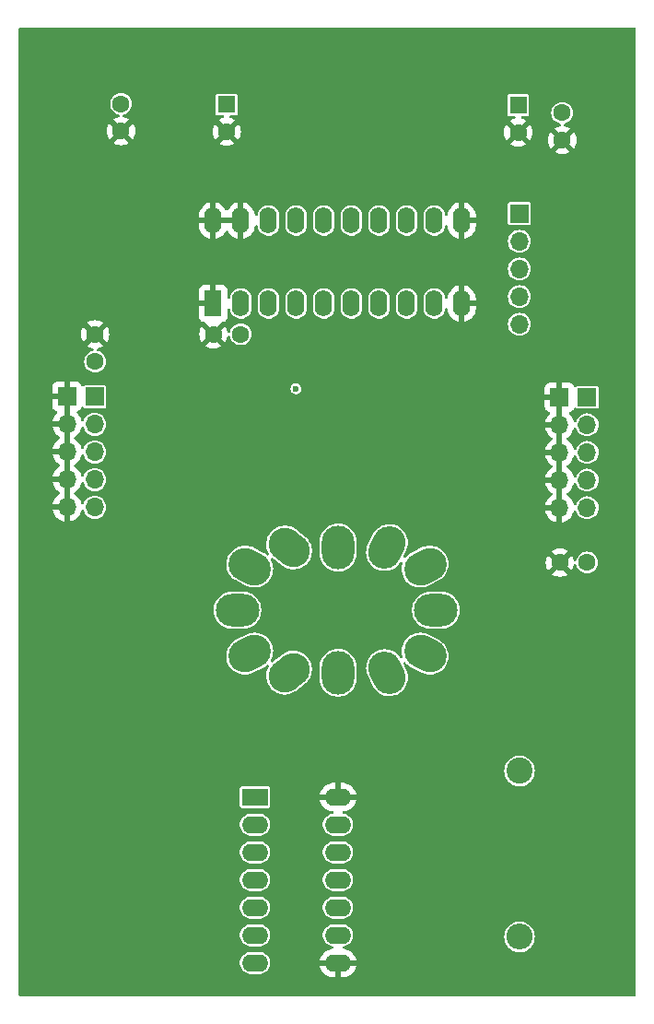
<source format=gbr>
%TF.GenerationSoftware,KiCad,Pcbnew,8.0.8*%
%TF.CreationDate,2025-03-08T09:49:48-08:00*%
%TF.ProjectId,proto,70726f74-6f2e-46b6-9963-61645f706362,rev?*%
%TF.SameCoordinates,Original*%
%TF.FileFunction,Copper,L2,Inr*%
%TF.FilePolarity,Positive*%
%FSLAX46Y46*%
G04 Gerber Fmt 4.6, Leading zero omitted, Abs format (unit mm)*
G04 Created by KiCad (PCBNEW 8.0.8) date 2025-03-08 09:49:48*
%MOMM*%
%LPD*%
G01*
G04 APERTURE LIST*
G04 Aperture macros list*
%AMHorizOval*
0 Thick line with rounded ends*
0 $1 width*
0 $2 $3 position (X,Y) of the first rounded end (center of the circle)*
0 $4 $5 position (X,Y) of the second rounded end (center of the circle)*
0 Add line between two ends*
20,1,$1,$2,$3,$4,$5,0*
0 Add two circle primitives to create the rounded ends*
1,1,$1,$2,$3*
1,1,$1,$4,$5*%
G04 Aperture macros list end*
%TA.AperFunction,ComponentPad*%
%ADD10R,2.400000X1.600000*%
%TD*%
%TA.AperFunction,ComponentPad*%
%ADD11O,2.400000X1.600000*%
%TD*%
%TA.AperFunction,ComponentPad*%
%ADD12R,1.600000X1.600000*%
%TD*%
%TA.AperFunction,ComponentPad*%
%ADD13C,1.600000*%
%TD*%
%TA.AperFunction,ComponentPad*%
%ADD14R,1.700000X1.700000*%
%TD*%
%TA.AperFunction,ComponentPad*%
%ADD15O,1.700000X1.700000*%
%TD*%
%TA.AperFunction,ComponentPad*%
%ADD16HorizOval,3.000000X-0.447077X-0.223880X0.447077X0.223880X0*%
%TD*%
%TA.AperFunction,ComponentPad*%
%ADD17HorizOval,3.000000X-0.223880X-0.447077X0.223880X0.447077X0*%
%TD*%
%TA.AperFunction,ComponentPad*%
%ADD18O,3.000000X4.000000*%
%TD*%
%TA.AperFunction,ComponentPad*%
%ADD19HorizOval,3.000000X-0.394005X0.307831X0.394005X-0.307831X0*%
%TD*%
%TA.AperFunction,ComponentPad*%
%ADD20HorizOval,3.000000X-0.447077X0.223880X0.447077X-0.223880X0*%
%TD*%
%TA.AperFunction,ComponentPad*%
%ADD21O,4.000000X3.000000*%
%TD*%
%TA.AperFunction,ComponentPad*%
%ADD22HorizOval,3.000000X0.447077X0.223880X-0.447077X-0.223880X0*%
%TD*%
%TA.AperFunction,ComponentPad*%
%ADD23HorizOval,3.000000X0.394005X0.307831X-0.394005X-0.307831X0*%
%TD*%
%TA.AperFunction,ComponentPad*%
%ADD24HorizOval,3.000000X-0.223880X0.447077X0.223880X-0.447077X0*%
%TD*%
%TA.AperFunction,ComponentPad*%
%ADD25HorizOval,3.000000X-0.447077X0.223880X0.447077X-0.223880X0*%
%TD*%
%TA.AperFunction,ComponentPad*%
%ADD26C,2.400000*%
%TD*%
%TA.AperFunction,ComponentPad*%
%ADD27O,2.400000X2.400000*%
%TD*%
%TA.AperFunction,ComponentPad*%
%ADD28R,1.600000X2.400000*%
%TD*%
%TA.AperFunction,ComponentPad*%
%ADD29O,1.600000X2.400000*%
%TD*%
%TA.AperFunction,ViaPad*%
%ADD30C,0.600000*%
%TD*%
G04 APERTURE END LIST*
D10*
%TO.N,Net-(S1-HV_OUT)*%
%TO.C,S1*%
X101770000Y-162740000D03*
D11*
%TO.N,Net-(J5-Pin_1)*%
X101770000Y-177980000D03*
%TO.N,GND*%
X109390000Y-177980000D03*
X109390000Y-162740000D03*
%TO.N,N/C*%
X101770000Y-165280000D03*
X101770000Y-167820000D03*
X101770000Y-170360000D03*
X101770000Y-172900000D03*
X101770000Y-175440000D03*
X109390000Y-165280000D03*
X109390000Y-167820000D03*
X109390000Y-170360000D03*
X109390000Y-172900000D03*
X109390000Y-175440000D03*
%TD*%
D12*
%TO.N,Net-(J2-Pin_1)*%
%TO.C,C1*%
X125950000Y-99174888D03*
D13*
%TO.N,GND*%
X125950000Y-101674888D03*
%TD*%
D14*
%TO.N,Net-(J2-Pin_1)*%
%TO.C,J2*%
X132290000Y-126005000D03*
D15*
X132290000Y-128545000D03*
X132290000Y-131085000D03*
X132290000Y-133625000D03*
X132290000Y-136165000D03*
%TD*%
D13*
%TO.N,Net-(J2-Pin_1)*%
%TO.C,C5*%
X130000000Y-99890000D03*
%TO.N,GND*%
X130000000Y-102390000D03*
%TD*%
%TO.N,Net-(J5-Pin_1)*%
%TO.C,C6*%
X87060000Y-122730000D03*
%TO.N,GND*%
X87060000Y-120230000D03*
%TD*%
D14*
%TO.N,Net-(J1-Pin_1)*%
%TO.C,J1*%
X126060000Y-109140000D03*
D15*
%TO.N,Net-(J1-Pin_2)*%
X126060000Y-111680000D03*
%TO.N,Net-(J1-Pin_3)*%
X126060000Y-114220000D03*
%TO.N,Net-(J1-Pin_4)*%
X126060000Y-116760000D03*
%TO.N,Net-(J1-Pin_5)*%
X126060000Y-119300000D03*
%TD*%
D13*
%TO.N,Net-(J2-Pin_1)*%
%TO.C,C2*%
X132290000Y-141190000D03*
%TO.N,GND*%
X129790000Y-141190000D03*
%TD*%
D16*
%TO.N,Net-(N1-A)*%
%TO.C,N1*%
X117400000Y-141560000D03*
D17*
%TO.N,Net-(N1-D0)*%
X113900000Y-139810000D03*
D18*
%TO.N,unconnected-(N1-D9-Pad3)*%
X109400000Y-139810000D03*
D19*
%TO.N,unconnected-(N1-D8-Pad4)*%
X104900000Y-139810000D03*
D20*
%TO.N,Net-(N1-D7)*%
X101275000Y-141560000D03*
D21*
%TO.N,Net-(N1-D6)*%
X100150000Y-145560000D03*
D22*
%TO.N,Net-(N1-D5)*%
X101275000Y-149560000D03*
D23*
%TO.N,Net-(N1-D4)*%
X104900000Y-151310000D03*
D18*
%TO.N,Net-(N1-D3)*%
X109400000Y-151310000D03*
D24*
%TO.N,Net-(N1-D2)*%
X113900000Y-151310000D03*
D25*
%TO.N,Net-(N1-D1)*%
X117400000Y-149560000D03*
D21*
%TO.N,unconnected-(N1-NC-Pad12)*%
X118400000Y-145560000D03*
%TD*%
D26*
%TO.N,Net-(N1-A)*%
%TO.C,R1*%
X126070000Y-160340000D03*
D27*
%TO.N,Net-(S1-HV_OUT)*%
X126070000Y-175580000D03*
%TD*%
D14*
%TO.N,GND*%
%TO.C,J4*%
X129750000Y-126000000D03*
D15*
X129750000Y-128540000D03*
X129750000Y-131080000D03*
X129750000Y-133620000D03*
X129750000Y-136160000D03*
%TD*%
D28*
%TO.N,GND*%
%TO.C,U2*%
X97910000Y-117400000D03*
D29*
%TO.N,Net-(J5-Pin_1)*%
X100450000Y-117400000D03*
%TO.N,Net-(J1-Pin_1)*%
X102990000Y-117400000D03*
%TO.N,Net-(N1-D0)*%
X105530000Y-117400000D03*
%TO.N,Net-(N1-D1)*%
X108070000Y-117400000D03*
%TO.N,Net-(N1-D2)*%
X110610000Y-117400000D03*
%TO.N,Net-(N1-D3)*%
X113150000Y-117400000D03*
%TO.N,Net-(J1-Pin_3)*%
X115690000Y-117400000D03*
%TO.N,Net-(J1-Pin_5)*%
X118230000Y-117400000D03*
%TO.N,GND*%
X120770000Y-117400000D03*
X120770000Y-109780000D03*
%TO.N,Net-(J1-Pin_4)*%
X118230000Y-109780000D03*
%TO.N,Net-(J1-Pin_2)*%
X115690000Y-109780000D03*
%TO.N,Net-(N1-D4)*%
X113150000Y-109780000D03*
%TO.N,Net-(N1-D5)*%
X110610000Y-109780000D03*
%TO.N,Net-(N1-D6)*%
X108070000Y-109780000D03*
%TO.N,Net-(N1-D7)*%
X105530000Y-109780000D03*
%TO.N,unconnected-(U2-SER_OUT-Pad18)*%
X102990000Y-109780000D03*
%TO.N,GND*%
X100450000Y-109780000D03*
X97910000Y-109780000D03*
%TD*%
D14*
%TO.N,Net-(J5-Pin_1)*%
%TO.C,J5*%
X87030000Y-125950000D03*
D15*
X87030000Y-128490000D03*
X87030000Y-131030000D03*
X87030000Y-133570000D03*
X87030000Y-136110000D03*
%TD*%
D13*
%TO.N,Net-(J5-Pin_1)*%
%TO.C,C7*%
X100440000Y-120220000D03*
%TO.N,GND*%
X97940000Y-120220000D03*
%TD*%
D14*
%TO.N,GND*%
%TO.C,J3*%
X84480000Y-125920000D03*
D15*
X84480000Y-128460000D03*
X84480000Y-131000000D03*
X84480000Y-133540000D03*
X84480000Y-136080000D03*
%TD*%
D12*
%TO.N,Net-(J5-Pin_1)*%
%TO.C,C3*%
X99160000Y-99124888D03*
D13*
%TO.N,GND*%
X99160000Y-101624888D03*
%TD*%
%TO.N,Net-(J5-Pin_1)*%
%TO.C,C4*%
X89450000Y-99050000D03*
%TO.N,GND*%
X89450000Y-101550000D03*
%TD*%
D30*
%TO.N,GND*%
X126930000Y-104490000D03*
X95510000Y-105240000D03*
X95500000Y-104440000D03*
X127710000Y-105280000D03*
X97070000Y-105230000D03*
X128470000Y-105280000D03*
X128470000Y-104480000D03*
X127710000Y-104480000D03*
X96280000Y-104440000D03*
X126150000Y-104490000D03*
X97060000Y-104430000D03*
X97820000Y-104430000D03*
X97830000Y-105230000D03*
X126150000Y-105290000D03*
X96290000Y-105240000D03*
X126930000Y-105290000D03*
%TO.N,Net-(N1-D0)*%
X105530000Y-125240000D03*
%TD*%
%TA.AperFunction,Conductor*%
%TO.N,GND*%
G36*
X130000000Y-135726988D02*
G01*
X129942993Y-135694075D01*
X129815826Y-135660000D01*
X129684174Y-135660000D01*
X129557007Y-135694075D01*
X129500000Y-135726988D01*
X129500000Y-134053012D01*
X129557007Y-134085925D01*
X129684174Y-134120000D01*
X129815826Y-134120000D01*
X129942993Y-134085925D01*
X130000000Y-134053012D01*
X130000000Y-135726988D01*
G37*
%TD.AperFunction*%
%TA.AperFunction,Conductor*%
G36*
X130000000Y-133186988D02*
G01*
X129942993Y-133154075D01*
X129815826Y-133120000D01*
X129684174Y-133120000D01*
X129557007Y-133154075D01*
X129500000Y-133186988D01*
X129500000Y-131513012D01*
X129557007Y-131545925D01*
X129684174Y-131580000D01*
X129815826Y-131580000D01*
X129942993Y-131545925D01*
X130000000Y-131513012D01*
X130000000Y-133186988D01*
G37*
%TD.AperFunction*%
%TA.AperFunction,Conductor*%
G36*
X130000000Y-130646988D02*
G01*
X129942993Y-130614075D01*
X129815826Y-130580000D01*
X129684174Y-130580000D01*
X129557007Y-130614075D01*
X129500000Y-130646988D01*
X129500000Y-128973012D01*
X129557007Y-129005925D01*
X129684174Y-129040000D01*
X129815826Y-129040000D01*
X129942993Y-129005925D01*
X130000000Y-128973012D01*
X130000000Y-130646988D01*
G37*
%TD.AperFunction*%
%TA.AperFunction,Conductor*%
G36*
X130000000Y-128106988D02*
G01*
X129942993Y-128074075D01*
X129815826Y-128040000D01*
X129684174Y-128040000D01*
X129557007Y-128074075D01*
X129500000Y-128106988D01*
X129500000Y-126433012D01*
X129557007Y-126465925D01*
X129684174Y-126500000D01*
X129815826Y-126500000D01*
X129942993Y-126465925D01*
X130000000Y-126433012D01*
X130000000Y-128106988D01*
G37*
%TD.AperFunction*%
%TA.AperFunction,Conductor*%
G36*
X84730000Y-135646988D02*
G01*
X84672993Y-135614075D01*
X84545826Y-135580000D01*
X84414174Y-135580000D01*
X84287007Y-135614075D01*
X84230000Y-135646988D01*
X84230000Y-133973012D01*
X84287007Y-134005925D01*
X84414174Y-134040000D01*
X84545826Y-134040000D01*
X84672993Y-134005925D01*
X84730000Y-133973012D01*
X84730000Y-135646988D01*
G37*
%TD.AperFunction*%
%TA.AperFunction,Conductor*%
G36*
X84730000Y-133106988D02*
G01*
X84672993Y-133074075D01*
X84545826Y-133040000D01*
X84414174Y-133040000D01*
X84287007Y-133074075D01*
X84230000Y-133106988D01*
X84230000Y-131433012D01*
X84287007Y-131465925D01*
X84414174Y-131500000D01*
X84545826Y-131500000D01*
X84672993Y-131465925D01*
X84730000Y-131433012D01*
X84730000Y-133106988D01*
G37*
%TD.AperFunction*%
%TA.AperFunction,Conductor*%
G36*
X84730000Y-130566988D02*
G01*
X84672993Y-130534075D01*
X84545826Y-130500000D01*
X84414174Y-130500000D01*
X84287007Y-130534075D01*
X84230000Y-130566988D01*
X84230000Y-128893012D01*
X84287007Y-128925925D01*
X84414174Y-128960000D01*
X84545826Y-128960000D01*
X84672993Y-128925925D01*
X84730000Y-128893012D01*
X84730000Y-130566988D01*
G37*
%TD.AperFunction*%
%TA.AperFunction,Conductor*%
G36*
X84730000Y-128026988D02*
G01*
X84672993Y-127994075D01*
X84545826Y-127960000D01*
X84414174Y-127960000D01*
X84287007Y-127994075D01*
X84230000Y-128026988D01*
X84230000Y-126353012D01*
X84287007Y-126385925D01*
X84414174Y-126420000D01*
X84545826Y-126420000D01*
X84672993Y-126385925D01*
X84730000Y-126353012D01*
X84730000Y-128026988D01*
G37*
%TD.AperFunction*%
%TA.AperFunction,Conductor*%
G36*
X100129920Y-109534394D02*
G01*
X100077259Y-109625606D01*
X100050000Y-109727339D01*
X100050000Y-109832661D01*
X100077259Y-109934394D01*
X100129920Y-110025606D01*
X100134314Y-110030000D01*
X98225686Y-110030000D01*
X98230080Y-110025606D01*
X98282741Y-109934394D01*
X98310000Y-109832661D01*
X98310000Y-109727339D01*
X98282741Y-109625606D01*
X98230080Y-109534394D01*
X98225686Y-109530000D01*
X100134314Y-109530000D01*
X100129920Y-109534394D01*
G37*
%TD.AperFunction*%
%TA.AperFunction,Conductor*%
G36*
X136662539Y-92040185D02*
G01*
X136708294Y-92092989D01*
X136719500Y-92144500D01*
X136719500Y-180919346D01*
X136699815Y-180986385D01*
X136647011Y-181032140D01*
X136595500Y-181043346D01*
X80178346Y-181043346D01*
X80111307Y-181023661D01*
X80065552Y-180970857D01*
X80054346Y-180919346D01*
X80054346Y-178078543D01*
X100369499Y-178078543D01*
X100407947Y-178271829D01*
X100407950Y-178271839D01*
X100483364Y-178453907D01*
X100483371Y-178453920D01*
X100592860Y-178617781D01*
X100592863Y-178617785D01*
X100732214Y-178757136D01*
X100732218Y-178757139D01*
X100896079Y-178866628D01*
X100896092Y-178866635D01*
X101078160Y-178942049D01*
X101078165Y-178942051D01*
X101078169Y-178942051D01*
X101078170Y-178942052D01*
X101271456Y-178980500D01*
X101271459Y-178980500D01*
X102268543Y-178980500D01*
X102398582Y-178954632D01*
X102461835Y-178942051D01*
X102643914Y-178866632D01*
X102807782Y-178757139D01*
X102947139Y-178617782D01*
X103056632Y-178453914D01*
X103132051Y-178271835D01*
X103170500Y-178078541D01*
X103170500Y-177881459D01*
X103170500Y-177881456D01*
X103140373Y-177730000D01*
X107713391Y-177730000D01*
X109074314Y-177730000D01*
X109069920Y-177734394D01*
X109017259Y-177825606D01*
X108990000Y-177927339D01*
X108990000Y-178032661D01*
X109017259Y-178134394D01*
X109069920Y-178225606D01*
X109074314Y-178230000D01*
X107713391Y-178230000D01*
X107722009Y-178284413D01*
X107785244Y-178479029D01*
X107878140Y-178661349D01*
X107998417Y-178826894D01*
X107998417Y-178826895D01*
X108143104Y-178971582D01*
X108308650Y-179091859D01*
X108490968Y-179184755D01*
X108685582Y-179247990D01*
X108887683Y-179280000D01*
X109140000Y-179280000D01*
X109140000Y-178295686D01*
X109144394Y-178300080D01*
X109235606Y-178352741D01*
X109337339Y-178380000D01*
X109442661Y-178380000D01*
X109544394Y-178352741D01*
X109635606Y-178300080D01*
X109640000Y-178295686D01*
X109640000Y-179280000D01*
X109892317Y-179280000D01*
X110094417Y-179247990D01*
X110289031Y-179184755D01*
X110471349Y-179091859D01*
X110636894Y-178971582D01*
X110636895Y-178971582D01*
X110781582Y-178826895D01*
X110781582Y-178826894D01*
X110901859Y-178661349D01*
X110994755Y-178479029D01*
X111057990Y-178284413D01*
X111066609Y-178230000D01*
X109705686Y-178230000D01*
X109710080Y-178225606D01*
X109762741Y-178134394D01*
X109790000Y-178032661D01*
X109790000Y-177927339D01*
X109762741Y-177825606D01*
X109710080Y-177734394D01*
X109705686Y-177730000D01*
X111066609Y-177730000D01*
X111057990Y-177675586D01*
X110994755Y-177480970D01*
X110901859Y-177298650D01*
X110781582Y-177133105D01*
X110781582Y-177133104D01*
X110636895Y-176988417D01*
X110471349Y-176868140D01*
X110289031Y-176775244D01*
X110094417Y-176712009D01*
X109905731Y-176682124D01*
X109842596Y-176652194D01*
X109805665Y-176592883D01*
X109806663Y-176523020D01*
X109845273Y-176464788D01*
X109900938Y-176438034D01*
X110081835Y-176402051D01*
X110263914Y-176326632D01*
X110427782Y-176217139D01*
X110567139Y-176077782D01*
X110676632Y-175913914D01*
X110752051Y-175731835D01*
X110782255Y-175579993D01*
X124664700Y-175579993D01*
X124664700Y-175580006D01*
X124683864Y-175811297D01*
X124683866Y-175811308D01*
X124740842Y-176036300D01*
X124834075Y-176248848D01*
X124961016Y-176443147D01*
X124961019Y-176443151D01*
X124961021Y-176443153D01*
X125118216Y-176613913D01*
X125118219Y-176613915D01*
X125118222Y-176613918D01*
X125301365Y-176756464D01*
X125301371Y-176756468D01*
X125301374Y-176756470D01*
X125505497Y-176866936D01*
X125619487Y-176906068D01*
X125725015Y-176942297D01*
X125725017Y-176942297D01*
X125725019Y-176942298D01*
X125953951Y-176980500D01*
X125953952Y-176980500D01*
X126186048Y-176980500D01*
X126186049Y-176980500D01*
X126414981Y-176942298D01*
X126634503Y-176866936D01*
X126838626Y-176756470D01*
X127021784Y-176613913D01*
X127178979Y-176443153D01*
X127305924Y-176248849D01*
X127399157Y-176036300D01*
X127456134Y-175811305D01*
X127462719Y-175731835D01*
X127475300Y-175580006D01*
X127475300Y-175579993D01*
X127456135Y-175348702D01*
X127456133Y-175348691D01*
X127399157Y-175123699D01*
X127305924Y-174911151D01*
X127178983Y-174716852D01*
X127178980Y-174716849D01*
X127178979Y-174716847D01*
X127021784Y-174546087D01*
X127021779Y-174546083D01*
X127021777Y-174546081D01*
X126838634Y-174403535D01*
X126838628Y-174403531D01*
X126634504Y-174293064D01*
X126634495Y-174293061D01*
X126414984Y-174217702D01*
X126243282Y-174189050D01*
X126186049Y-174179500D01*
X125953951Y-174179500D01*
X125908164Y-174187140D01*
X125725015Y-174217702D01*
X125505504Y-174293061D01*
X125505495Y-174293064D01*
X125301371Y-174403531D01*
X125301365Y-174403535D01*
X125118222Y-174546081D01*
X125118219Y-174546084D01*
X125118216Y-174546086D01*
X125118216Y-174546087D01*
X125111511Y-174553371D01*
X124961016Y-174716852D01*
X124834075Y-174911151D01*
X124740842Y-175123699D01*
X124683866Y-175348691D01*
X124683864Y-175348702D01*
X124664700Y-175579993D01*
X110782255Y-175579993D01*
X110790500Y-175538541D01*
X110790500Y-175341459D01*
X110790500Y-175341456D01*
X110752052Y-175148170D01*
X110752051Y-175148169D01*
X110752051Y-175148165D01*
X110741917Y-175123699D01*
X110676635Y-174966092D01*
X110676628Y-174966079D01*
X110567139Y-174802218D01*
X110567136Y-174802214D01*
X110427785Y-174662863D01*
X110427781Y-174662860D01*
X110263920Y-174553371D01*
X110263907Y-174553364D01*
X110081839Y-174477950D01*
X110081829Y-174477947D01*
X109888543Y-174439500D01*
X109888541Y-174439500D01*
X108891459Y-174439500D01*
X108891457Y-174439500D01*
X108698170Y-174477947D01*
X108698160Y-174477950D01*
X108516092Y-174553364D01*
X108516079Y-174553371D01*
X108352218Y-174662860D01*
X108352214Y-174662863D01*
X108212863Y-174802214D01*
X108212860Y-174802218D01*
X108103371Y-174966079D01*
X108103364Y-174966092D01*
X108027950Y-175148160D01*
X108027947Y-175148170D01*
X107989500Y-175341456D01*
X107989500Y-175341459D01*
X107989500Y-175538541D01*
X107989500Y-175538543D01*
X107989499Y-175538543D01*
X108027947Y-175731829D01*
X108027950Y-175731839D01*
X108103364Y-175913907D01*
X108103371Y-175913920D01*
X108212860Y-176077781D01*
X108212863Y-176077785D01*
X108352214Y-176217136D01*
X108352218Y-176217139D01*
X108516079Y-176326628D01*
X108516092Y-176326635D01*
X108698160Y-176402049D01*
X108698165Y-176402051D01*
X108830674Y-176428409D01*
X108879061Y-176438034D01*
X108940972Y-176470419D01*
X108975546Y-176531134D01*
X108971807Y-176600904D01*
X108930940Y-176657576D01*
X108874269Y-176682124D01*
X108685581Y-176712010D01*
X108490968Y-176775244D01*
X108308650Y-176868140D01*
X108143105Y-176988417D01*
X108143104Y-176988417D01*
X107998417Y-177133104D01*
X107998417Y-177133105D01*
X107878140Y-177298650D01*
X107785244Y-177480970D01*
X107722009Y-177675586D01*
X107713391Y-177730000D01*
X103140373Y-177730000D01*
X103132052Y-177688170D01*
X103132051Y-177688169D01*
X103132051Y-177688165D01*
X103087248Y-177580000D01*
X103056635Y-177506092D01*
X103056628Y-177506079D01*
X102947139Y-177342218D01*
X102947136Y-177342214D01*
X102807785Y-177202863D01*
X102807781Y-177202860D01*
X102643920Y-177093371D01*
X102643907Y-177093364D01*
X102461839Y-177017950D01*
X102461829Y-177017947D01*
X102268543Y-176979500D01*
X102268541Y-176979500D01*
X101271459Y-176979500D01*
X101271457Y-176979500D01*
X101078170Y-177017947D01*
X101078160Y-177017950D01*
X100896092Y-177093364D01*
X100896079Y-177093371D01*
X100732218Y-177202860D01*
X100732214Y-177202863D01*
X100592863Y-177342214D01*
X100592860Y-177342218D01*
X100483371Y-177506079D01*
X100483364Y-177506092D01*
X100407950Y-177688160D01*
X100407947Y-177688170D01*
X100369500Y-177881456D01*
X100369500Y-177881459D01*
X100369500Y-178078541D01*
X100369500Y-178078543D01*
X100369499Y-178078543D01*
X80054346Y-178078543D01*
X80054346Y-175538543D01*
X100369499Y-175538543D01*
X100407947Y-175731829D01*
X100407950Y-175731839D01*
X100483364Y-175913907D01*
X100483371Y-175913920D01*
X100592860Y-176077781D01*
X100592863Y-176077785D01*
X100732214Y-176217136D01*
X100732218Y-176217139D01*
X100896079Y-176326628D01*
X100896092Y-176326635D01*
X101078160Y-176402049D01*
X101078165Y-176402051D01*
X101078169Y-176402051D01*
X101078170Y-176402052D01*
X101271456Y-176440500D01*
X101271459Y-176440500D01*
X102268543Y-176440500D01*
X102398582Y-176414632D01*
X102461835Y-176402051D01*
X102643914Y-176326632D01*
X102807782Y-176217139D01*
X102947139Y-176077782D01*
X103056632Y-175913914D01*
X103132051Y-175731835D01*
X103170500Y-175538541D01*
X103170500Y-175341459D01*
X103170500Y-175341456D01*
X103132052Y-175148170D01*
X103132051Y-175148169D01*
X103132051Y-175148165D01*
X103121917Y-175123699D01*
X103056635Y-174966092D01*
X103056628Y-174966079D01*
X102947139Y-174802218D01*
X102947136Y-174802214D01*
X102807785Y-174662863D01*
X102807781Y-174662860D01*
X102643920Y-174553371D01*
X102643907Y-174553364D01*
X102461839Y-174477950D01*
X102461829Y-174477947D01*
X102268543Y-174439500D01*
X102268541Y-174439500D01*
X101271459Y-174439500D01*
X101271457Y-174439500D01*
X101078170Y-174477947D01*
X101078160Y-174477950D01*
X100896092Y-174553364D01*
X100896079Y-174553371D01*
X100732218Y-174662860D01*
X100732214Y-174662863D01*
X100592863Y-174802214D01*
X100592860Y-174802218D01*
X100483371Y-174966079D01*
X100483364Y-174966092D01*
X100407950Y-175148160D01*
X100407947Y-175148170D01*
X100369500Y-175341456D01*
X100369500Y-175341459D01*
X100369500Y-175538541D01*
X100369500Y-175538543D01*
X100369499Y-175538543D01*
X80054346Y-175538543D01*
X80054346Y-172998543D01*
X100369499Y-172998543D01*
X100407947Y-173191829D01*
X100407950Y-173191839D01*
X100483364Y-173373907D01*
X100483371Y-173373920D01*
X100592860Y-173537781D01*
X100592863Y-173537785D01*
X100732214Y-173677136D01*
X100732218Y-173677139D01*
X100896079Y-173786628D01*
X100896092Y-173786635D01*
X101078160Y-173862049D01*
X101078165Y-173862051D01*
X101078169Y-173862051D01*
X101078170Y-173862052D01*
X101271456Y-173900500D01*
X101271459Y-173900500D01*
X102268543Y-173900500D01*
X102398582Y-173874632D01*
X102461835Y-173862051D01*
X102643914Y-173786632D01*
X102807782Y-173677139D01*
X102947139Y-173537782D01*
X103056632Y-173373914D01*
X103132051Y-173191835D01*
X103170500Y-172998543D01*
X107989499Y-172998543D01*
X108027947Y-173191829D01*
X108027950Y-173191839D01*
X108103364Y-173373907D01*
X108103371Y-173373920D01*
X108212860Y-173537781D01*
X108212863Y-173537785D01*
X108352214Y-173677136D01*
X108352218Y-173677139D01*
X108516079Y-173786628D01*
X108516092Y-173786635D01*
X108698160Y-173862049D01*
X108698165Y-173862051D01*
X108698169Y-173862051D01*
X108698170Y-173862052D01*
X108891456Y-173900500D01*
X108891459Y-173900500D01*
X109888543Y-173900500D01*
X110018582Y-173874632D01*
X110081835Y-173862051D01*
X110263914Y-173786632D01*
X110427782Y-173677139D01*
X110567139Y-173537782D01*
X110676632Y-173373914D01*
X110752051Y-173191835D01*
X110790500Y-172998541D01*
X110790500Y-172801459D01*
X110790500Y-172801456D01*
X110752052Y-172608170D01*
X110752051Y-172608169D01*
X110752051Y-172608165D01*
X110752049Y-172608160D01*
X110676635Y-172426092D01*
X110676628Y-172426079D01*
X110567139Y-172262218D01*
X110567136Y-172262214D01*
X110427785Y-172122863D01*
X110427781Y-172122860D01*
X110263920Y-172013371D01*
X110263907Y-172013364D01*
X110081839Y-171937950D01*
X110081829Y-171937947D01*
X109888543Y-171899500D01*
X109888541Y-171899500D01*
X108891459Y-171899500D01*
X108891457Y-171899500D01*
X108698170Y-171937947D01*
X108698160Y-171937950D01*
X108516092Y-172013364D01*
X108516079Y-172013371D01*
X108352218Y-172122860D01*
X108352214Y-172122863D01*
X108212863Y-172262214D01*
X108212860Y-172262218D01*
X108103371Y-172426079D01*
X108103364Y-172426092D01*
X108027950Y-172608160D01*
X108027947Y-172608170D01*
X107989500Y-172801456D01*
X107989500Y-172801459D01*
X107989500Y-172998541D01*
X107989500Y-172998543D01*
X107989499Y-172998543D01*
X103170500Y-172998543D01*
X103170500Y-172998541D01*
X103170500Y-172801459D01*
X103170500Y-172801456D01*
X103132052Y-172608170D01*
X103132051Y-172608169D01*
X103132051Y-172608165D01*
X103132049Y-172608160D01*
X103056635Y-172426092D01*
X103056628Y-172426079D01*
X102947139Y-172262218D01*
X102947136Y-172262214D01*
X102807785Y-172122863D01*
X102807781Y-172122860D01*
X102643920Y-172013371D01*
X102643907Y-172013364D01*
X102461839Y-171937950D01*
X102461829Y-171937947D01*
X102268543Y-171899500D01*
X102268541Y-171899500D01*
X101271459Y-171899500D01*
X101271457Y-171899500D01*
X101078170Y-171937947D01*
X101078160Y-171937950D01*
X100896092Y-172013364D01*
X100896079Y-172013371D01*
X100732218Y-172122860D01*
X100732214Y-172122863D01*
X100592863Y-172262214D01*
X100592860Y-172262218D01*
X100483371Y-172426079D01*
X100483364Y-172426092D01*
X100407950Y-172608160D01*
X100407947Y-172608170D01*
X100369500Y-172801456D01*
X100369500Y-172801459D01*
X100369500Y-172998541D01*
X100369500Y-172998543D01*
X100369499Y-172998543D01*
X80054346Y-172998543D01*
X80054346Y-170458543D01*
X100369499Y-170458543D01*
X100407947Y-170651829D01*
X100407950Y-170651839D01*
X100483364Y-170833907D01*
X100483371Y-170833920D01*
X100592860Y-170997781D01*
X100592863Y-170997785D01*
X100732214Y-171137136D01*
X100732218Y-171137139D01*
X100896079Y-171246628D01*
X100896092Y-171246635D01*
X101078160Y-171322049D01*
X101078165Y-171322051D01*
X101078169Y-171322051D01*
X101078170Y-171322052D01*
X101271456Y-171360500D01*
X101271459Y-171360500D01*
X102268543Y-171360500D01*
X102398582Y-171334632D01*
X102461835Y-171322051D01*
X102643914Y-171246632D01*
X102807782Y-171137139D01*
X102947139Y-170997782D01*
X103056632Y-170833914D01*
X103132051Y-170651835D01*
X103170500Y-170458543D01*
X107989499Y-170458543D01*
X108027947Y-170651829D01*
X108027950Y-170651839D01*
X108103364Y-170833907D01*
X108103371Y-170833920D01*
X108212860Y-170997781D01*
X108212863Y-170997785D01*
X108352214Y-171137136D01*
X108352218Y-171137139D01*
X108516079Y-171246628D01*
X108516092Y-171246635D01*
X108698160Y-171322049D01*
X108698165Y-171322051D01*
X108698169Y-171322051D01*
X108698170Y-171322052D01*
X108891456Y-171360500D01*
X108891459Y-171360500D01*
X109888543Y-171360500D01*
X110018582Y-171334632D01*
X110081835Y-171322051D01*
X110263914Y-171246632D01*
X110427782Y-171137139D01*
X110567139Y-170997782D01*
X110676632Y-170833914D01*
X110752051Y-170651835D01*
X110790500Y-170458541D01*
X110790500Y-170261459D01*
X110790500Y-170261456D01*
X110752052Y-170068170D01*
X110752051Y-170068169D01*
X110752051Y-170068165D01*
X110752049Y-170068160D01*
X110676635Y-169886092D01*
X110676628Y-169886079D01*
X110567139Y-169722218D01*
X110567136Y-169722214D01*
X110427785Y-169582863D01*
X110427781Y-169582860D01*
X110263920Y-169473371D01*
X110263907Y-169473364D01*
X110081839Y-169397950D01*
X110081829Y-169397947D01*
X109888543Y-169359500D01*
X109888541Y-169359500D01*
X108891459Y-169359500D01*
X108891457Y-169359500D01*
X108698170Y-169397947D01*
X108698160Y-169397950D01*
X108516092Y-169473364D01*
X108516079Y-169473371D01*
X108352218Y-169582860D01*
X108352214Y-169582863D01*
X108212863Y-169722214D01*
X108212860Y-169722218D01*
X108103371Y-169886079D01*
X108103364Y-169886092D01*
X108027950Y-170068160D01*
X108027947Y-170068170D01*
X107989500Y-170261456D01*
X107989500Y-170261459D01*
X107989500Y-170458541D01*
X107989500Y-170458543D01*
X107989499Y-170458543D01*
X103170500Y-170458543D01*
X103170500Y-170458541D01*
X103170500Y-170261459D01*
X103170500Y-170261456D01*
X103132052Y-170068170D01*
X103132051Y-170068169D01*
X103132051Y-170068165D01*
X103132049Y-170068160D01*
X103056635Y-169886092D01*
X103056628Y-169886079D01*
X102947139Y-169722218D01*
X102947136Y-169722214D01*
X102807785Y-169582863D01*
X102807781Y-169582860D01*
X102643920Y-169473371D01*
X102643907Y-169473364D01*
X102461839Y-169397950D01*
X102461829Y-169397947D01*
X102268543Y-169359500D01*
X102268541Y-169359500D01*
X101271459Y-169359500D01*
X101271457Y-169359500D01*
X101078170Y-169397947D01*
X101078160Y-169397950D01*
X100896092Y-169473364D01*
X100896079Y-169473371D01*
X100732218Y-169582860D01*
X100732214Y-169582863D01*
X100592863Y-169722214D01*
X100592860Y-169722218D01*
X100483371Y-169886079D01*
X100483364Y-169886092D01*
X100407950Y-170068160D01*
X100407947Y-170068170D01*
X100369500Y-170261456D01*
X100369500Y-170261459D01*
X100369500Y-170458541D01*
X100369500Y-170458543D01*
X100369499Y-170458543D01*
X80054346Y-170458543D01*
X80054346Y-167918543D01*
X100369499Y-167918543D01*
X100407947Y-168111829D01*
X100407950Y-168111839D01*
X100483364Y-168293907D01*
X100483371Y-168293920D01*
X100592860Y-168457781D01*
X100592863Y-168457785D01*
X100732214Y-168597136D01*
X100732218Y-168597139D01*
X100896079Y-168706628D01*
X100896092Y-168706635D01*
X101078160Y-168782049D01*
X101078165Y-168782051D01*
X101078169Y-168782051D01*
X101078170Y-168782052D01*
X101271456Y-168820500D01*
X101271459Y-168820500D01*
X102268543Y-168820500D01*
X102398582Y-168794632D01*
X102461835Y-168782051D01*
X102643914Y-168706632D01*
X102807782Y-168597139D01*
X102947139Y-168457782D01*
X103056632Y-168293914D01*
X103132051Y-168111835D01*
X103170500Y-167918543D01*
X107989499Y-167918543D01*
X108027947Y-168111829D01*
X108027950Y-168111839D01*
X108103364Y-168293907D01*
X108103371Y-168293920D01*
X108212860Y-168457781D01*
X108212863Y-168457785D01*
X108352214Y-168597136D01*
X108352218Y-168597139D01*
X108516079Y-168706628D01*
X108516092Y-168706635D01*
X108698160Y-168782049D01*
X108698165Y-168782051D01*
X108698169Y-168782051D01*
X108698170Y-168782052D01*
X108891456Y-168820500D01*
X108891459Y-168820500D01*
X109888543Y-168820500D01*
X110018582Y-168794632D01*
X110081835Y-168782051D01*
X110263914Y-168706632D01*
X110427782Y-168597139D01*
X110567139Y-168457782D01*
X110676632Y-168293914D01*
X110752051Y-168111835D01*
X110790500Y-167918541D01*
X110790500Y-167721459D01*
X110790500Y-167721456D01*
X110752052Y-167528170D01*
X110752051Y-167528169D01*
X110752051Y-167528165D01*
X110752049Y-167528160D01*
X110676635Y-167346092D01*
X110676628Y-167346079D01*
X110567139Y-167182218D01*
X110567136Y-167182214D01*
X110427785Y-167042863D01*
X110427781Y-167042860D01*
X110263920Y-166933371D01*
X110263907Y-166933364D01*
X110081839Y-166857950D01*
X110081829Y-166857947D01*
X109888543Y-166819500D01*
X109888541Y-166819500D01*
X108891459Y-166819500D01*
X108891457Y-166819500D01*
X108698170Y-166857947D01*
X108698160Y-166857950D01*
X108516092Y-166933364D01*
X108516079Y-166933371D01*
X108352218Y-167042860D01*
X108352214Y-167042863D01*
X108212863Y-167182214D01*
X108212860Y-167182218D01*
X108103371Y-167346079D01*
X108103364Y-167346092D01*
X108027950Y-167528160D01*
X108027947Y-167528170D01*
X107989500Y-167721456D01*
X107989500Y-167721459D01*
X107989500Y-167918541D01*
X107989500Y-167918543D01*
X107989499Y-167918543D01*
X103170500Y-167918543D01*
X103170500Y-167918541D01*
X103170500Y-167721459D01*
X103170500Y-167721456D01*
X103132052Y-167528170D01*
X103132051Y-167528169D01*
X103132051Y-167528165D01*
X103132049Y-167528160D01*
X103056635Y-167346092D01*
X103056628Y-167346079D01*
X102947139Y-167182218D01*
X102947136Y-167182214D01*
X102807785Y-167042863D01*
X102807781Y-167042860D01*
X102643920Y-166933371D01*
X102643907Y-166933364D01*
X102461839Y-166857950D01*
X102461829Y-166857947D01*
X102268543Y-166819500D01*
X102268541Y-166819500D01*
X101271459Y-166819500D01*
X101271457Y-166819500D01*
X101078170Y-166857947D01*
X101078160Y-166857950D01*
X100896092Y-166933364D01*
X100896079Y-166933371D01*
X100732218Y-167042860D01*
X100732214Y-167042863D01*
X100592863Y-167182214D01*
X100592860Y-167182218D01*
X100483371Y-167346079D01*
X100483364Y-167346092D01*
X100407950Y-167528160D01*
X100407947Y-167528170D01*
X100369500Y-167721456D01*
X100369500Y-167721459D01*
X100369500Y-167918541D01*
X100369500Y-167918543D01*
X100369499Y-167918543D01*
X80054346Y-167918543D01*
X80054346Y-165378543D01*
X100369499Y-165378543D01*
X100407947Y-165571829D01*
X100407950Y-165571839D01*
X100483364Y-165753907D01*
X100483371Y-165753920D01*
X100592860Y-165917781D01*
X100592863Y-165917785D01*
X100732214Y-166057136D01*
X100732218Y-166057139D01*
X100896079Y-166166628D01*
X100896092Y-166166635D01*
X101078160Y-166242049D01*
X101078165Y-166242051D01*
X101078169Y-166242051D01*
X101078170Y-166242052D01*
X101271456Y-166280500D01*
X101271459Y-166280500D01*
X102268543Y-166280500D01*
X102398582Y-166254632D01*
X102461835Y-166242051D01*
X102643914Y-166166632D01*
X102807782Y-166057139D01*
X102947139Y-165917782D01*
X103056632Y-165753914D01*
X103132051Y-165571835D01*
X103170500Y-165378541D01*
X103170500Y-165181459D01*
X103170500Y-165181456D01*
X103132052Y-164988170D01*
X103132051Y-164988169D01*
X103132051Y-164988165D01*
X103132049Y-164988160D01*
X103056635Y-164806092D01*
X103056628Y-164806079D01*
X102947139Y-164642218D01*
X102947136Y-164642214D01*
X102807785Y-164502863D01*
X102807781Y-164502860D01*
X102643920Y-164393371D01*
X102643907Y-164393364D01*
X102461839Y-164317950D01*
X102461829Y-164317947D01*
X102268543Y-164279500D01*
X102268541Y-164279500D01*
X101271459Y-164279500D01*
X101271457Y-164279500D01*
X101078170Y-164317947D01*
X101078160Y-164317950D01*
X100896092Y-164393364D01*
X100896079Y-164393371D01*
X100732218Y-164502860D01*
X100732214Y-164502863D01*
X100592863Y-164642214D01*
X100592860Y-164642218D01*
X100483371Y-164806079D01*
X100483364Y-164806092D01*
X100407950Y-164988160D01*
X100407947Y-164988170D01*
X100369500Y-165181456D01*
X100369500Y-165181459D01*
X100369500Y-165378541D01*
X100369500Y-165378543D01*
X100369499Y-165378543D01*
X80054346Y-165378543D01*
X80054346Y-161920247D01*
X100369500Y-161920247D01*
X100369500Y-163559752D01*
X100381131Y-163618229D01*
X100381132Y-163618230D01*
X100425447Y-163684552D01*
X100491769Y-163728867D01*
X100491770Y-163728868D01*
X100550247Y-163740499D01*
X100550250Y-163740500D01*
X100550252Y-163740500D01*
X102989750Y-163740500D01*
X102989751Y-163740499D01*
X103004568Y-163737552D01*
X103048229Y-163728868D01*
X103048229Y-163728867D01*
X103048231Y-163728867D01*
X103114552Y-163684552D01*
X103158867Y-163618231D01*
X103158867Y-163618229D01*
X103158868Y-163618229D01*
X103170499Y-163559752D01*
X103170500Y-163559750D01*
X103170500Y-162490000D01*
X107713391Y-162490000D01*
X109074314Y-162490000D01*
X109069920Y-162494394D01*
X109017259Y-162585606D01*
X108990000Y-162687339D01*
X108990000Y-162792661D01*
X109017259Y-162894394D01*
X109069920Y-162985606D01*
X109074314Y-162990000D01*
X107713391Y-162990000D01*
X107722009Y-163044413D01*
X107785244Y-163239029D01*
X107878140Y-163421349D01*
X107998417Y-163586894D01*
X107998417Y-163586895D01*
X108143104Y-163731582D01*
X108308650Y-163851859D01*
X108490968Y-163944755D01*
X108685582Y-164007990D01*
X108874268Y-164037875D01*
X108937403Y-164067804D01*
X108974334Y-164127116D01*
X108973336Y-164196978D01*
X108934726Y-164255211D01*
X108879062Y-164281965D01*
X108698170Y-164317947D01*
X108698160Y-164317950D01*
X108516092Y-164393364D01*
X108516079Y-164393371D01*
X108352218Y-164502860D01*
X108352214Y-164502863D01*
X108212863Y-164642214D01*
X108212860Y-164642218D01*
X108103371Y-164806079D01*
X108103364Y-164806092D01*
X108027950Y-164988160D01*
X108027947Y-164988170D01*
X107989500Y-165181456D01*
X107989500Y-165181459D01*
X107989500Y-165378541D01*
X107989500Y-165378543D01*
X107989499Y-165378543D01*
X108027947Y-165571829D01*
X108027950Y-165571839D01*
X108103364Y-165753907D01*
X108103371Y-165753920D01*
X108212860Y-165917781D01*
X108212863Y-165917785D01*
X108352214Y-166057136D01*
X108352218Y-166057139D01*
X108516079Y-166166628D01*
X108516092Y-166166635D01*
X108698160Y-166242049D01*
X108698165Y-166242051D01*
X108698169Y-166242051D01*
X108698170Y-166242052D01*
X108891456Y-166280500D01*
X108891459Y-166280500D01*
X109888543Y-166280500D01*
X110018582Y-166254632D01*
X110081835Y-166242051D01*
X110263914Y-166166632D01*
X110427782Y-166057139D01*
X110567139Y-165917782D01*
X110676632Y-165753914D01*
X110752051Y-165571835D01*
X110790500Y-165378541D01*
X110790500Y-165181459D01*
X110790500Y-165181456D01*
X110752052Y-164988170D01*
X110752051Y-164988169D01*
X110752051Y-164988165D01*
X110752049Y-164988160D01*
X110676635Y-164806092D01*
X110676628Y-164806079D01*
X110567139Y-164642218D01*
X110567136Y-164642214D01*
X110427785Y-164502863D01*
X110427781Y-164502860D01*
X110263920Y-164393371D01*
X110263907Y-164393364D01*
X110081839Y-164317950D01*
X110081829Y-164317947D01*
X109900937Y-164281965D01*
X109839026Y-164249580D01*
X109804452Y-164188864D01*
X109808192Y-164119095D01*
X109849059Y-164062423D01*
X109905731Y-164037875D01*
X110094417Y-164007990D01*
X110289031Y-163944755D01*
X110471349Y-163851859D01*
X110636894Y-163731582D01*
X110636895Y-163731582D01*
X110781582Y-163586895D01*
X110781582Y-163586894D01*
X110901859Y-163421349D01*
X110994755Y-163239029D01*
X111057990Y-163044413D01*
X111066609Y-162990000D01*
X109705686Y-162990000D01*
X109710080Y-162985606D01*
X109762741Y-162894394D01*
X109790000Y-162792661D01*
X109790000Y-162687339D01*
X109762741Y-162585606D01*
X109710080Y-162494394D01*
X109705686Y-162490000D01*
X111066609Y-162490000D01*
X111057990Y-162435586D01*
X110994755Y-162240970D01*
X110901859Y-162058650D01*
X110781582Y-161893105D01*
X110781582Y-161893104D01*
X110636895Y-161748417D01*
X110471349Y-161628140D01*
X110289031Y-161535244D01*
X110094417Y-161472009D01*
X109892317Y-161440000D01*
X109640000Y-161440000D01*
X109640000Y-162424314D01*
X109635606Y-162419920D01*
X109544394Y-162367259D01*
X109442661Y-162340000D01*
X109337339Y-162340000D01*
X109235606Y-162367259D01*
X109144394Y-162419920D01*
X109140000Y-162424314D01*
X109140000Y-161440000D01*
X108887683Y-161440000D01*
X108685582Y-161472009D01*
X108490968Y-161535244D01*
X108308650Y-161628140D01*
X108143105Y-161748417D01*
X108143104Y-161748417D01*
X107998417Y-161893104D01*
X107998417Y-161893105D01*
X107878140Y-162058650D01*
X107785244Y-162240970D01*
X107722009Y-162435586D01*
X107713391Y-162490000D01*
X103170500Y-162490000D01*
X103170500Y-161920249D01*
X103170499Y-161920247D01*
X103158868Y-161861770D01*
X103158867Y-161861769D01*
X103114552Y-161795447D01*
X103048230Y-161751132D01*
X103048229Y-161751131D01*
X102989752Y-161739500D01*
X102989748Y-161739500D01*
X100550252Y-161739500D01*
X100550247Y-161739500D01*
X100491770Y-161751131D01*
X100491769Y-161751132D01*
X100425447Y-161795447D01*
X100381132Y-161861769D01*
X100381131Y-161861770D01*
X100369500Y-161920247D01*
X80054346Y-161920247D01*
X80054346Y-160339993D01*
X124664700Y-160339993D01*
X124664700Y-160340006D01*
X124683864Y-160571297D01*
X124683866Y-160571308D01*
X124740842Y-160796300D01*
X124834075Y-161008848D01*
X124961016Y-161203147D01*
X124961019Y-161203151D01*
X124961021Y-161203153D01*
X125118216Y-161373913D01*
X125118219Y-161373915D01*
X125118222Y-161373918D01*
X125301365Y-161516464D01*
X125301371Y-161516468D01*
X125301374Y-161516470D01*
X125505497Y-161626936D01*
X125619487Y-161666068D01*
X125725015Y-161702297D01*
X125725017Y-161702297D01*
X125725019Y-161702298D01*
X125953951Y-161740500D01*
X125953952Y-161740500D01*
X126186048Y-161740500D01*
X126186049Y-161740500D01*
X126414981Y-161702298D01*
X126634503Y-161626936D01*
X126838626Y-161516470D01*
X127021784Y-161373913D01*
X127178979Y-161203153D01*
X127305924Y-161008849D01*
X127399157Y-160796300D01*
X127456134Y-160571305D01*
X127475300Y-160340000D01*
X127475300Y-160339993D01*
X127456135Y-160108702D01*
X127456133Y-160108691D01*
X127399157Y-159883699D01*
X127305924Y-159671151D01*
X127178983Y-159476852D01*
X127178980Y-159476849D01*
X127178979Y-159476847D01*
X127021784Y-159306087D01*
X127021779Y-159306083D01*
X127021777Y-159306081D01*
X126838634Y-159163535D01*
X126838628Y-159163531D01*
X126634504Y-159053064D01*
X126634495Y-159053061D01*
X126414984Y-158977702D01*
X126243282Y-158949050D01*
X126186049Y-158939500D01*
X125953951Y-158939500D01*
X125908164Y-158947140D01*
X125725015Y-158977702D01*
X125505504Y-159053061D01*
X125505495Y-159053064D01*
X125301371Y-159163531D01*
X125301365Y-159163535D01*
X125118222Y-159306081D01*
X125118219Y-159306084D01*
X124961016Y-159476852D01*
X124834075Y-159671151D01*
X124740842Y-159883699D01*
X124683866Y-160108691D01*
X124683864Y-160108702D01*
X124664700Y-160339993D01*
X80054346Y-160339993D01*
X80054346Y-149794295D01*
X99123806Y-149794295D01*
X99125453Y-149817265D01*
X99139744Y-150016634D01*
X99139744Y-150016638D01*
X99139745Y-150016640D01*
X99139746Y-150016648D01*
X99173097Y-150179117D01*
X99184567Y-150234995D01*
X99257508Y-150445636D01*
X99257510Y-150445639D01*
X99257511Y-150445643D01*
X99357319Y-150644953D01*
X99357322Y-150644958D01*
X99399541Y-150707316D01*
X99482294Y-150829541D01*
X99630292Y-150996235D01*
X99745108Y-151095691D01*
X99798783Y-151142186D01*
X99984877Y-151264892D01*
X99984880Y-151264893D01*
X99984881Y-151264894D01*
X100185405Y-151362264D01*
X100396921Y-151432626D01*
X100615814Y-151474777D01*
X100838335Y-151487997D01*
X101060677Y-151472059D01*
X101279038Y-151427236D01*
X101489679Y-151354295D01*
X102583152Y-150806723D01*
X102767738Y-150681749D01*
X102841698Y-150616083D01*
X102904897Y-150586296D01*
X102974170Y-150595404D01*
X103027522Y-150640519D01*
X103048014Y-150707316D01*
X103031947Y-150769872D01*
X102971073Y-150877465D01*
X102971069Y-150877475D01*
X102887565Y-151084154D01*
X102831755Y-151299955D01*
X102831753Y-151299967D01*
X102804585Y-151521228D01*
X102806532Y-151744112D01*
X102806533Y-151744133D01*
X102837555Y-151964863D01*
X102837557Y-151964874D01*
X102838755Y-151969192D01*
X102897127Y-152179674D01*
X102897131Y-152179683D01*
X102897134Y-152179692D01*
X102984223Y-152384860D01*
X102984225Y-152384864D01*
X102984227Y-152384867D01*
X103097364Y-152576935D01*
X103097367Y-152576938D01*
X103097369Y-152576942D01*
X103234596Y-152752586D01*
X103234601Y-152752591D01*
X103234603Y-152752594D01*
X103393596Y-152908835D01*
X103571623Y-153042988D01*
X103571625Y-153042989D01*
X103571629Y-153042992D01*
X103765629Y-153152752D01*
X103765632Y-153152753D01*
X103765637Y-153152756D01*
X103949270Y-153226948D01*
X103972318Y-153236260D01*
X104188119Y-153292070D01*
X104188122Y-153292070D01*
X104188132Y-153292073D01*
X104409383Y-153319240D01*
X104409391Y-153319239D01*
X104409392Y-153319240D01*
X104500571Y-153318443D01*
X104632289Y-153317293D01*
X104632295Y-153317292D01*
X104632297Y-153317292D01*
X104665476Y-153312628D01*
X104853032Y-153286270D01*
X105067838Y-153226699D01*
X105273031Y-153139599D01*
X105437037Y-153042992D01*
X105465081Y-153026473D01*
X105465085Y-153026470D01*
X105465099Y-153026462D01*
X106428768Y-152273560D01*
X106585010Y-152114567D01*
X106719162Y-151936541D01*
X106828930Y-151742527D01*
X106912434Y-151535845D01*
X106968248Y-151320032D01*
X106995414Y-151098781D01*
X106993468Y-150875875D01*
X106993111Y-150873338D01*
X106983532Y-150805177D01*
X106968547Y-150698549D01*
X107699500Y-150698549D01*
X107699500Y-151921450D01*
X107699501Y-151921466D01*
X107728594Y-152142452D01*
X107728595Y-152142457D01*
X107728596Y-152142463D01*
X107763725Y-152273566D01*
X107786290Y-152357780D01*
X107786293Y-152357790D01*
X107803610Y-152399596D01*
X107871595Y-152563726D01*
X107983052Y-152756774D01*
X107983057Y-152756780D01*
X107983058Y-152756782D01*
X108118751Y-152933622D01*
X108118757Y-152933629D01*
X108276370Y-153091242D01*
X108276377Y-153091248D01*
X108402294Y-153187867D01*
X108453226Y-153226948D01*
X108646274Y-153338405D01*
X108852219Y-153423710D01*
X109067537Y-153481404D01*
X109288543Y-153510500D01*
X109288550Y-153510500D01*
X109511450Y-153510500D01*
X109511457Y-153510500D01*
X109732463Y-153481404D01*
X109947781Y-153423710D01*
X110153726Y-153338405D01*
X110346774Y-153226948D01*
X110523624Y-153091247D01*
X110681247Y-152933624D01*
X110816948Y-152756774D01*
X110928405Y-152563726D01*
X111013710Y-152357781D01*
X111071404Y-152142463D01*
X111100500Y-151921457D01*
X111100500Y-150873338D01*
X111972003Y-150873338D01*
X111972300Y-150877475D01*
X111987941Y-151095677D01*
X111987941Y-151095681D01*
X111987942Y-151095683D01*
X111987943Y-151095691D01*
X112029876Y-151299968D01*
X112032764Y-151314038D01*
X112105705Y-151524679D01*
X112105707Y-151524682D01*
X112105711Y-151524692D01*
X112653273Y-152618144D01*
X112653279Y-152618155D01*
X112744295Y-152752586D01*
X112778251Y-152802738D01*
X112926249Y-152969432D01*
X113066871Y-153091242D01*
X113094740Y-153115383D01*
X113280834Y-153238089D01*
X113280837Y-153238090D01*
X113280838Y-153238091D01*
X113481362Y-153335461D01*
X113692878Y-153405823D01*
X113911771Y-153447974D01*
X114134291Y-153461194D01*
X114356634Y-153445256D01*
X114574995Y-153400433D01*
X114785636Y-153327491D01*
X114984955Y-153227679D01*
X115169541Y-153102705D01*
X115336235Y-152954707D01*
X115482185Y-152786218D01*
X115604894Y-152600119D01*
X115702264Y-152399595D01*
X115772626Y-152188078D01*
X115814777Y-151969186D01*
X115827997Y-151746665D01*
X115812059Y-151524323D01*
X115801888Y-151474776D01*
X115767236Y-151305962D01*
X115767234Y-151305955D01*
X115740468Y-151228661D01*
X115694294Y-151095321D01*
X115688702Y-151084154D01*
X115406963Y-150521533D01*
X115394546Y-150452776D01*
X115421274Y-150388220D01*
X115478660Y-150348363D01*
X115548485Y-150345858D01*
X115608580Y-150381501D01*
X115611564Y-150384824D01*
X115740564Y-150533747D01*
X115740566Y-150533749D01*
X115740568Y-150533751D01*
X115907262Y-150681749D01*
X116091848Y-150806723D01*
X116091852Y-150806725D01*
X116091855Y-150806727D01*
X117088790Y-151305955D01*
X117185321Y-151354294D01*
X117318661Y-151400468D01*
X117395955Y-151427234D01*
X117395962Y-151427236D01*
X117614323Y-151472059D01*
X117836665Y-151487997D01*
X118059186Y-151474777D01*
X118059191Y-151474776D01*
X118059192Y-151474776D01*
X118088630Y-151469107D01*
X118278078Y-151432626D01*
X118489595Y-151362264D01*
X118690119Y-151264894D01*
X118876218Y-151142185D01*
X119044707Y-150996235D01*
X119192705Y-150829541D01*
X119317679Y-150644955D01*
X119417491Y-150445636D01*
X119490433Y-150234995D01*
X119535256Y-150016634D01*
X119551194Y-149794291D01*
X119537974Y-149571771D01*
X119495823Y-149352878D01*
X119425461Y-149141362D01*
X119328091Y-148940838D01*
X119328090Y-148940837D01*
X119328089Y-148940834D01*
X119205383Y-148754740D01*
X119188161Y-148734859D01*
X119059432Y-148586249D01*
X118892738Y-148438251D01*
X118708152Y-148313277D01*
X118662586Y-148290459D01*
X117614692Y-147765711D01*
X117614686Y-147765708D01*
X117614679Y-147765705D01*
X117404038Y-147692764D01*
X117404035Y-147692763D01*
X117404034Y-147692763D01*
X117185691Y-147647943D01*
X117185683Y-147647942D01*
X117185681Y-147647941D01*
X117185677Y-147647941D01*
X117008027Y-147635206D01*
X116963337Y-147632003D01*
X116963335Y-147632003D01*
X116852074Y-147638613D01*
X116740812Y-147645223D01*
X116740807Y-147645223D01*
X116521919Y-147687374D01*
X116416482Y-147722448D01*
X116310405Y-147757736D01*
X116310401Y-147757738D01*
X116109877Y-147855107D01*
X115923783Y-147977813D01*
X115755292Y-148123765D01*
X115607291Y-148290462D01*
X115482322Y-148475041D01*
X115482319Y-148475046D01*
X115382511Y-148674356D01*
X115382509Y-148674360D01*
X115382508Y-148674364D01*
X115309569Y-148884998D01*
X115309566Y-148885008D01*
X115264746Y-149103351D01*
X115264745Y-149103359D01*
X115264744Y-149103366D01*
X115254628Y-149244485D01*
X115251186Y-149292511D01*
X115248806Y-149325708D01*
X115252764Y-149392322D01*
X115262026Y-149548230D01*
X115262026Y-149548235D01*
X115304178Y-149767126D01*
X115325878Y-149832358D01*
X115328360Y-149902183D01*
X115292698Y-149962267D01*
X115230214Y-149993531D01*
X115160746Y-149986051D01*
X115106349Y-149942202D01*
X115105537Y-149941017D01*
X115032934Y-149833783D01*
X115021749Y-149817262D01*
X114873751Y-149650568D01*
X114705261Y-149504618D01*
X114705262Y-149504618D01*
X114705259Y-149504616D01*
X114519165Y-149381910D01*
X114407989Y-149327926D01*
X114318638Y-149284539D01*
X114159841Y-149231714D01*
X114107123Y-149214177D01*
X113888232Y-149172026D01*
X113792862Y-149166360D01*
X113665708Y-149158806D01*
X113665706Y-149158806D01*
X113665704Y-149158806D01*
X113584485Y-149164628D01*
X113443366Y-149174744D01*
X113443362Y-149174744D01*
X113443359Y-149174745D01*
X113443351Y-149174746D01*
X113225008Y-149219566D01*
X113225005Y-149219566D01*
X113225005Y-149219567D01*
X113014364Y-149292508D01*
X113014360Y-149292509D01*
X113014360Y-149292510D01*
X113014356Y-149292511D01*
X112815046Y-149392319D01*
X112815041Y-149392322D01*
X112630462Y-149517291D01*
X112463765Y-149665292D01*
X112317813Y-149833783D01*
X112195107Y-150019877D01*
X112117763Y-150179162D01*
X112097736Y-150220405D01*
X112072942Y-150294940D01*
X112027374Y-150431919D01*
X111985223Y-150650807D01*
X111985223Y-150650812D01*
X111982388Y-150698533D01*
X111975961Y-150806723D01*
X111972003Y-150873338D01*
X111100500Y-150873338D01*
X111100500Y-150698543D01*
X111071404Y-150477537D01*
X111013710Y-150262219D01*
X111002433Y-150234995D01*
X110928406Y-150056277D01*
X110928405Y-150056274D01*
X110816948Y-149863226D01*
X110743205Y-149767122D01*
X110681248Y-149686377D01*
X110681242Y-149686370D01*
X110523629Y-149528757D01*
X110523622Y-149528751D01*
X110346782Y-149393058D01*
X110346780Y-149393057D01*
X110346774Y-149393052D01*
X110153726Y-149281595D01*
X110153722Y-149281593D01*
X109947790Y-149196293D01*
X109947783Y-149196291D01*
X109947781Y-149196290D01*
X109732463Y-149138596D01*
X109732457Y-149138595D01*
X109732452Y-149138594D01*
X109511466Y-149109501D01*
X109511463Y-149109500D01*
X109511457Y-149109500D01*
X109288543Y-149109500D01*
X109288537Y-149109500D01*
X109288533Y-149109501D01*
X109067547Y-149138594D01*
X109067540Y-149138595D01*
X109067537Y-149138596D01*
X108932623Y-149174746D01*
X108852219Y-149196290D01*
X108852209Y-149196293D01*
X108646277Y-149281593D01*
X108646273Y-149281595D01*
X108453226Y-149393052D01*
X108453217Y-149393058D01*
X108276377Y-149528751D01*
X108276370Y-149528757D01*
X108118757Y-149686370D01*
X108118751Y-149686377D01*
X107983058Y-149863217D01*
X107983052Y-149863226D01*
X107871595Y-150056273D01*
X107871593Y-150056277D01*
X107786293Y-150262209D01*
X107786290Y-150262219D01*
X107737146Y-150445630D01*
X107728597Y-150477534D01*
X107728594Y-150477547D01*
X107699501Y-150698533D01*
X107699500Y-150698549D01*
X106968547Y-150698549D01*
X106962445Y-150655131D01*
X106902873Y-150440326D01*
X106902872Y-150440323D01*
X106902870Y-150440317D01*
X106827267Y-150262209D01*
X106815774Y-150235133D01*
X106702636Y-150043065D01*
X106652303Y-149978641D01*
X106565403Y-149867413D01*
X106565393Y-149867402D01*
X106514370Y-149817262D01*
X106406404Y-149711164D01*
X106228377Y-149577012D01*
X106228375Y-149577011D01*
X106228370Y-149577007D01*
X106034370Y-149467247D01*
X106034364Y-149467244D01*
X106034363Y-149467244D01*
X105827682Y-149383740D01*
X105827677Y-149383738D01*
X105827673Y-149383737D01*
X105611876Y-149327927D01*
X105611868Y-149327926D01*
X105390617Y-149300760D01*
X105390616Y-149300760D01*
X105390608Y-149300759D01*
X105167724Y-149302705D01*
X105167706Y-149302706D01*
X104946970Y-149333729D01*
X104946961Y-149333731D01*
X104766641Y-149383739D01*
X104732162Y-149393301D01*
X104732156Y-149393303D01*
X104732143Y-149393308D01*
X104526975Y-149480397D01*
X104526971Y-149480399D01*
X104334911Y-149593531D01*
X104334893Y-149593544D01*
X103390999Y-150330994D01*
X103326052Y-150356756D01*
X103257487Y-150343316D01*
X103207074Y-150294940D01*
X103190817Y-150226988D01*
X103203111Y-150179120D01*
X103300461Y-149978638D01*
X103370823Y-149767122D01*
X103412974Y-149548229D01*
X103426194Y-149325709D01*
X103410256Y-149103366D01*
X103365433Y-148885005D01*
X103292491Y-148674364D01*
X103192679Y-148475045D01*
X103067705Y-148290459D01*
X102919707Y-148123765D01*
X102820077Y-148037463D01*
X102751221Y-147977817D01*
X102751218Y-147977815D01*
X102565122Y-147855107D01*
X102470814Y-147809314D01*
X102364595Y-147757736D01*
X102153078Y-147687374D01*
X101934189Y-147645223D01*
X101838819Y-147639557D01*
X101711665Y-147632003D01*
X101711663Y-147632003D01*
X101711661Y-147632003D01*
X101630442Y-147637825D01*
X101489323Y-147647941D01*
X101489319Y-147647941D01*
X101489316Y-147647942D01*
X101489308Y-147647943D01*
X101270962Y-147692763D01*
X101270955Y-147692765D01*
X101060326Y-147765704D01*
X101060307Y-147765712D01*
X99966855Y-148313272D01*
X99782265Y-148438248D01*
X99615568Y-148586249D01*
X99469616Y-148754740D01*
X99346910Y-148940834D01*
X99267996Y-149103351D01*
X99249539Y-149141362D01*
X99238434Y-149174745D01*
X99179177Y-149352876D01*
X99137026Y-149571764D01*
X99137026Y-149571769D01*
X99123806Y-149794295D01*
X80054346Y-149794295D01*
X80054346Y-145448549D01*
X97949500Y-145448549D01*
X97949500Y-145671450D01*
X97949501Y-145671466D01*
X97978594Y-145892452D01*
X97978595Y-145892457D01*
X97978596Y-145892463D01*
X97978597Y-145892465D01*
X98036290Y-146107780D01*
X98036293Y-146107790D01*
X98121593Y-146313722D01*
X98121595Y-146313726D01*
X98233052Y-146506774D01*
X98233057Y-146506780D01*
X98233058Y-146506782D01*
X98368751Y-146683622D01*
X98368757Y-146683629D01*
X98526370Y-146841242D01*
X98526376Y-146841247D01*
X98703226Y-146976948D01*
X98896274Y-147088405D01*
X99102219Y-147173710D01*
X99317537Y-147231404D01*
X99538543Y-147260500D01*
X99538550Y-147260500D01*
X100761450Y-147260500D01*
X100761457Y-147260500D01*
X100982463Y-147231404D01*
X101197781Y-147173710D01*
X101403726Y-147088405D01*
X101596774Y-146976948D01*
X101773624Y-146841247D01*
X101931247Y-146683624D01*
X102066948Y-146506774D01*
X102178405Y-146313726D01*
X102263710Y-146107781D01*
X102321404Y-145892463D01*
X102350500Y-145671457D01*
X102350500Y-145448549D01*
X116199500Y-145448549D01*
X116199500Y-145671450D01*
X116199501Y-145671466D01*
X116228594Y-145892452D01*
X116228595Y-145892457D01*
X116228596Y-145892463D01*
X116228597Y-145892465D01*
X116286290Y-146107780D01*
X116286293Y-146107790D01*
X116371593Y-146313722D01*
X116371595Y-146313726D01*
X116483052Y-146506774D01*
X116483057Y-146506780D01*
X116483058Y-146506782D01*
X116618751Y-146683622D01*
X116618757Y-146683629D01*
X116776370Y-146841242D01*
X116776376Y-146841247D01*
X116953226Y-146976948D01*
X117146274Y-147088405D01*
X117352219Y-147173710D01*
X117567537Y-147231404D01*
X117788543Y-147260500D01*
X117788550Y-147260500D01*
X119011450Y-147260500D01*
X119011457Y-147260500D01*
X119232463Y-147231404D01*
X119447781Y-147173710D01*
X119653726Y-147088405D01*
X119846774Y-146976948D01*
X120023624Y-146841247D01*
X120181247Y-146683624D01*
X120316948Y-146506774D01*
X120428405Y-146313726D01*
X120513710Y-146107781D01*
X120571404Y-145892463D01*
X120600500Y-145671457D01*
X120600500Y-145448543D01*
X120571404Y-145227537D01*
X120513710Y-145012219D01*
X120428405Y-144806274D01*
X120316948Y-144613226D01*
X120181247Y-144436376D01*
X120181242Y-144436370D01*
X120023629Y-144278757D01*
X120023622Y-144278751D01*
X119846782Y-144143058D01*
X119846780Y-144143057D01*
X119846774Y-144143052D01*
X119653726Y-144031595D01*
X119653722Y-144031593D01*
X119447790Y-143946293D01*
X119447783Y-143946291D01*
X119447781Y-143946290D01*
X119232463Y-143888596D01*
X119232457Y-143888595D01*
X119232452Y-143888594D01*
X119011466Y-143859501D01*
X119011463Y-143859500D01*
X119011457Y-143859500D01*
X117788543Y-143859500D01*
X117788537Y-143859500D01*
X117788533Y-143859501D01*
X117567547Y-143888594D01*
X117567540Y-143888595D01*
X117567537Y-143888596D01*
X117352219Y-143946290D01*
X117352209Y-143946293D01*
X117146277Y-144031593D01*
X117146273Y-144031595D01*
X116953226Y-144143052D01*
X116953217Y-144143058D01*
X116776377Y-144278751D01*
X116776370Y-144278757D01*
X116618757Y-144436370D01*
X116618751Y-144436377D01*
X116483058Y-144613217D01*
X116483052Y-144613226D01*
X116371595Y-144806273D01*
X116371593Y-144806277D01*
X116286293Y-145012209D01*
X116286290Y-145012219D01*
X116228597Y-145227534D01*
X116228594Y-145227547D01*
X116199501Y-145448533D01*
X116199500Y-145448549D01*
X102350500Y-145448549D01*
X102350500Y-145448543D01*
X102321404Y-145227537D01*
X102263710Y-145012219D01*
X102178405Y-144806274D01*
X102066948Y-144613226D01*
X101931247Y-144436376D01*
X101931242Y-144436370D01*
X101773629Y-144278757D01*
X101773622Y-144278751D01*
X101596782Y-144143058D01*
X101596780Y-144143057D01*
X101596774Y-144143052D01*
X101403726Y-144031595D01*
X101403722Y-144031593D01*
X101197790Y-143946293D01*
X101197783Y-143946291D01*
X101197781Y-143946290D01*
X100982463Y-143888596D01*
X100982457Y-143888595D01*
X100982452Y-143888594D01*
X100761466Y-143859501D01*
X100761463Y-143859500D01*
X100761457Y-143859500D01*
X99538543Y-143859500D01*
X99538537Y-143859500D01*
X99538533Y-143859501D01*
X99317547Y-143888594D01*
X99317540Y-143888595D01*
X99317537Y-143888596D01*
X99102219Y-143946290D01*
X99102209Y-143946293D01*
X98896277Y-144031593D01*
X98896273Y-144031595D01*
X98703226Y-144143052D01*
X98703217Y-144143058D01*
X98526377Y-144278751D01*
X98526370Y-144278757D01*
X98368757Y-144436370D01*
X98368751Y-144436377D01*
X98233058Y-144613217D01*
X98233052Y-144613226D01*
X98121595Y-144806273D01*
X98121593Y-144806277D01*
X98036293Y-145012209D01*
X98036290Y-145012219D01*
X97978597Y-145227534D01*
X97978594Y-145227547D01*
X97949501Y-145448533D01*
X97949500Y-145448549D01*
X80054346Y-145448549D01*
X80054346Y-141325708D01*
X99123806Y-141325708D01*
X99129366Y-141419301D01*
X99137026Y-141548230D01*
X99137026Y-141548235D01*
X99179177Y-141767123D01*
X99187477Y-141792072D01*
X99249539Y-141978638D01*
X99272495Y-142025913D01*
X99346910Y-142179165D01*
X99469616Y-142365259D01*
X99469618Y-142365261D01*
X99615568Y-142533751D01*
X99782262Y-142681749D01*
X99966848Y-142806723D01*
X99966852Y-142806725D01*
X99966855Y-142806727D01*
X100881789Y-143264892D01*
X101060321Y-143354294D01*
X101193661Y-143400468D01*
X101270955Y-143427234D01*
X101270962Y-143427236D01*
X101489323Y-143472059D01*
X101711665Y-143487997D01*
X101934186Y-143474777D01*
X101934191Y-143474776D01*
X101934192Y-143474776D01*
X101963630Y-143469107D01*
X102153078Y-143432626D01*
X102364595Y-143362264D01*
X102565119Y-143264894D01*
X102751218Y-143142185D01*
X102919707Y-142996235D01*
X103067705Y-142829541D01*
X103192679Y-142644955D01*
X103292491Y-142445636D01*
X103365433Y-142234995D01*
X103410256Y-142016634D01*
X103426194Y-141794291D01*
X103412974Y-141571771D01*
X103407431Y-141542988D01*
X103390432Y-141454708D01*
X103370823Y-141352878D01*
X103300461Y-141141362D01*
X103203111Y-140940880D01*
X103191536Y-140871978D01*
X103219050Y-140807754D01*
X103276919Y-140768600D01*
X103346769Y-140766948D01*
X103390999Y-140789005D01*
X103532548Y-140899595D01*
X104334901Y-141526462D01*
X104334910Y-141526467D01*
X104334911Y-141526468D01*
X104362963Y-141542992D01*
X104521397Y-141636317D01*
X104526971Y-141639600D01*
X104526975Y-141639602D01*
X104732143Y-141726691D01*
X104732162Y-141726699D01*
X104946968Y-141786270D01*
X105167712Y-141817294D01*
X105284010Y-141818309D01*
X105390606Y-141819240D01*
X105390610Y-141819240D01*
X105390610Y-141819239D01*
X105390617Y-141819240D01*
X105611868Y-141792074D01*
X105827682Y-141736260D01*
X106034363Y-141652756D01*
X106228377Y-141542988D01*
X106406404Y-141408836D01*
X106565397Y-141252594D01*
X106702636Y-141076935D01*
X106815774Y-140884867D01*
X106899305Y-140688080D01*
X106902870Y-140679682D01*
X106902872Y-140679676D01*
X106904346Y-140674364D01*
X106962445Y-140464869D01*
X106993468Y-140244125D01*
X106995414Y-140021219D01*
X106968248Y-139799968D01*
X106959388Y-139765711D01*
X106940523Y-139692765D01*
X106912434Y-139584155D01*
X106828930Y-139377473D01*
X106828927Y-139377468D01*
X106828926Y-139377465D01*
X106727700Y-139198549D01*
X107699500Y-139198549D01*
X107699500Y-140421450D01*
X107699501Y-140421466D01*
X107728594Y-140642452D01*
X107728595Y-140642457D01*
X107728596Y-140642463D01*
X107786290Y-140857780D01*
X107786293Y-140857790D01*
X107866529Y-141051496D01*
X107871595Y-141063726D01*
X107983052Y-141256774D01*
X107983057Y-141256780D01*
X107983058Y-141256782D01*
X108118751Y-141433622D01*
X108118757Y-141433629D01*
X108276370Y-141591242D01*
X108276377Y-141591248D01*
X108402294Y-141687867D01*
X108453226Y-141726948D01*
X108646274Y-141838405D01*
X108776140Y-141892197D01*
X108832330Y-141915472D01*
X108852219Y-141923710D01*
X109067537Y-141981404D01*
X109288543Y-142010500D01*
X109288550Y-142010500D01*
X109511450Y-142010500D01*
X109511457Y-142010500D01*
X109732463Y-141981404D01*
X109947781Y-141923710D01*
X110153726Y-141838405D01*
X110346774Y-141726948D01*
X110523624Y-141591247D01*
X110681247Y-141433624D01*
X110816948Y-141256774D01*
X110928405Y-141063726D01*
X111013710Y-140857781D01*
X111071404Y-140642463D01*
X111100500Y-140421457D01*
X111100500Y-140246665D01*
X111972003Y-140246665D01*
X111975961Y-140313279D01*
X111985223Y-140469187D01*
X111985223Y-140469192D01*
X112018590Y-140642463D01*
X112027374Y-140688079D01*
X112097736Y-140899595D01*
X112143513Y-140993868D01*
X112195107Y-141100122D01*
X112317813Y-141286216D01*
X112332117Y-141302729D01*
X112463765Y-141454708D01*
X112630459Y-141602706D01*
X112815045Y-141727680D01*
X113014364Y-141827492D01*
X113225005Y-141900433D01*
X113443366Y-141945256D01*
X113665708Y-141961194D01*
X113888229Y-141947974D01*
X113888234Y-141947973D01*
X113888235Y-141947973D01*
X113923560Y-141941170D01*
X114107122Y-141905823D01*
X114318638Y-141835461D01*
X114519162Y-141738091D01*
X114705261Y-141615382D01*
X114873751Y-141469432D01*
X115021749Y-141302738D01*
X115105537Y-141178982D01*
X115159422Y-141134505D01*
X115228798Y-141126221D01*
X115291641Y-141156760D01*
X115327997Y-141216426D01*
X115326323Y-141286275D01*
X115325878Y-141287641D01*
X115304178Y-141352873D01*
X115262026Y-141571764D01*
X115262026Y-141571769D01*
X115262026Y-141571771D01*
X115252764Y-141727680D01*
X115248806Y-141794295D01*
X115251186Y-141827489D01*
X115264744Y-142016634D01*
X115264744Y-142016638D01*
X115264745Y-142016640D01*
X115264746Y-142016648D01*
X115301427Y-142195340D01*
X115309567Y-142234995D01*
X115382508Y-142445636D01*
X115382510Y-142445639D01*
X115382511Y-142445643D01*
X115426632Y-142533750D01*
X115482320Y-142644955D01*
X115607294Y-142829541D01*
X115755292Y-142996235D01*
X115903902Y-143124964D01*
X115923783Y-143142186D01*
X116109877Y-143264892D01*
X116109880Y-143264893D01*
X116109881Y-143264894D01*
X116310405Y-143362264D01*
X116521921Y-143432626D01*
X116740814Y-143474777D01*
X116963335Y-143487997D01*
X117185677Y-143472059D01*
X117404038Y-143427236D01*
X117614679Y-143354295D01*
X118708152Y-142806723D01*
X118892738Y-142681749D01*
X119059432Y-142533751D01*
X119205382Y-142365261D01*
X119328091Y-142179162D01*
X119425461Y-141978638D01*
X119495823Y-141767122D01*
X119537974Y-141548229D01*
X119551194Y-141325709D01*
X119541466Y-141189997D01*
X128485034Y-141189997D01*
X128485034Y-141190002D01*
X128504858Y-141416599D01*
X128504860Y-141416610D01*
X128563730Y-141636317D01*
X128563735Y-141636331D01*
X128659863Y-141842478D01*
X128710974Y-141915472D01*
X129390000Y-141236446D01*
X129390000Y-141242661D01*
X129417259Y-141344394D01*
X129469920Y-141435606D01*
X129544394Y-141510080D01*
X129635606Y-141562741D01*
X129737339Y-141590000D01*
X129743553Y-141590000D01*
X129064526Y-142269025D01*
X129137513Y-142320132D01*
X129137521Y-142320136D01*
X129343668Y-142416264D01*
X129343682Y-142416269D01*
X129563389Y-142475139D01*
X129563400Y-142475141D01*
X129789998Y-142494966D01*
X129790002Y-142494966D01*
X130016599Y-142475141D01*
X130016610Y-142475139D01*
X130236317Y-142416269D01*
X130236331Y-142416264D01*
X130442478Y-142320136D01*
X130515471Y-142269024D01*
X129836447Y-141590000D01*
X129842661Y-141590000D01*
X129944394Y-141562741D01*
X130035606Y-141510080D01*
X130110080Y-141435606D01*
X130162741Y-141344394D01*
X130190000Y-141242661D01*
X130190000Y-141236447D01*
X130869024Y-141915471D01*
X130920136Y-141842478D01*
X131016264Y-141636331D01*
X131016269Y-141636317D01*
X131074418Y-141419301D01*
X131110783Y-141359640D01*
X131173630Y-141329111D01*
X131243005Y-141337406D01*
X131296883Y-141381891D01*
X131312853Y-141415398D01*
X131361186Y-141574728D01*
X131454086Y-141748532D01*
X131454090Y-141748539D01*
X131579116Y-141900883D01*
X131731460Y-142025909D01*
X131731467Y-142025913D01*
X131905266Y-142118811D01*
X131905269Y-142118811D01*
X131905273Y-142118814D01*
X132093868Y-142176024D01*
X132290000Y-142195341D01*
X132486132Y-142176024D01*
X132674727Y-142118814D01*
X132848538Y-142025910D01*
X133000883Y-141900883D01*
X133125910Y-141748538D01*
X133197083Y-141615383D01*
X133218811Y-141574733D01*
X133218813Y-141574728D01*
X133218814Y-141574727D01*
X133276024Y-141386132D01*
X133295341Y-141190000D01*
X133276024Y-140993868D01*
X133218814Y-140805273D01*
X133218811Y-140805269D01*
X133218811Y-140805266D01*
X133125913Y-140631467D01*
X133125909Y-140631460D01*
X133000883Y-140479116D01*
X132848539Y-140354090D01*
X132848532Y-140354086D01*
X132674733Y-140261188D01*
X132674727Y-140261186D01*
X132486132Y-140203976D01*
X132486129Y-140203975D01*
X132290000Y-140184659D01*
X132093870Y-140203975D01*
X131905266Y-140261188D01*
X131731467Y-140354086D01*
X131731460Y-140354090D01*
X131579116Y-140479116D01*
X131454090Y-140631460D01*
X131454086Y-140631467D01*
X131361186Y-140805271D01*
X131312853Y-140964601D01*
X131274556Y-141023039D01*
X131210743Y-141051496D01*
X131141676Y-141040935D01*
X131089283Y-140994710D01*
X131074418Y-140960698D01*
X131016269Y-140743682D01*
X131016264Y-140743668D01*
X130920136Y-140537521D01*
X130920132Y-140537513D01*
X130869025Y-140464526D01*
X130190000Y-141143551D01*
X130190000Y-141137339D01*
X130162741Y-141035606D01*
X130110080Y-140944394D01*
X130035606Y-140869920D01*
X129944394Y-140817259D01*
X129842661Y-140790000D01*
X129836445Y-140790000D01*
X130515472Y-140110974D01*
X130442478Y-140059863D01*
X130236331Y-139963735D01*
X130236317Y-139963730D01*
X130016610Y-139904860D01*
X130016599Y-139904858D01*
X129790002Y-139885034D01*
X129789998Y-139885034D01*
X129563400Y-139904858D01*
X129563389Y-139904860D01*
X129343682Y-139963730D01*
X129343673Y-139963734D01*
X129137516Y-140059866D01*
X129137512Y-140059868D01*
X129064526Y-140110973D01*
X129064526Y-140110974D01*
X129743553Y-140790000D01*
X129737339Y-140790000D01*
X129635606Y-140817259D01*
X129544394Y-140869920D01*
X129469920Y-140944394D01*
X129417259Y-141035606D01*
X129390000Y-141137339D01*
X129390000Y-141143552D01*
X128710974Y-140464526D01*
X128710973Y-140464526D01*
X128659868Y-140537512D01*
X128659866Y-140537516D01*
X128563734Y-140743673D01*
X128563730Y-140743682D01*
X128504860Y-140963389D01*
X128504858Y-140963400D01*
X128485034Y-141189997D01*
X119541466Y-141189997D01*
X119535256Y-141103366D01*
X119534589Y-141100119D01*
X119490433Y-140885005D01*
X119490431Y-140884998D01*
X119462822Y-140805271D01*
X119417491Y-140674364D01*
X119317679Y-140475045D01*
X119192705Y-140290459D01*
X119044707Y-140123765D01*
X118929891Y-140024308D01*
X118876221Y-139977817D01*
X118876218Y-139977815D01*
X118690122Y-139855107D01*
X118588912Y-139805962D01*
X118489595Y-139757736D01*
X118278078Y-139687374D01*
X118059189Y-139645223D01*
X117963819Y-139639557D01*
X117836665Y-139632003D01*
X117836663Y-139632003D01*
X117836661Y-139632003D01*
X117755442Y-139637825D01*
X117614323Y-139647941D01*
X117614319Y-139647941D01*
X117614316Y-139647942D01*
X117614308Y-139647943D01*
X117395962Y-139692763D01*
X117395955Y-139692765D01*
X117185326Y-139765704D01*
X117185307Y-139765712D01*
X116091855Y-140313272D01*
X115907265Y-140438248D01*
X115740568Y-140586249D01*
X115652361Y-140688079D01*
X115611564Y-140735176D01*
X115552792Y-140772960D01*
X115482922Y-140772971D01*
X115424138Y-140735206D01*
X115395103Y-140671655D01*
X115405035Y-140602495D01*
X115406963Y-140598466D01*
X115575860Y-140261186D01*
X115694294Y-140024679D01*
X115767236Y-139814038D01*
X115812059Y-139595677D01*
X115827997Y-139373335D01*
X115814777Y-139150814D01*
X115772626Y-138931922D01*
X115702264Y-138720405D01*
X115604894Y-138519881D01*
X115604893Y-138519880D01*
X115604892Y-138519877D01*
X115504353Y-138367402D01*
X115482185Y-138333782D01*
X115336235Y-138165293D01*
X115169541Y-138017295D01*
X115150817Y-138004618D01*
X114984958Y-137892323D01*
X114984953Y-137892320D01*
X114785643Y-137792512D01*
X114785638Y-137792510D01*
X114785636Y-137792509D01*
X114754113Y-137781593D01*
X114575001Y-137719568D01*
X114574994Y-137719566D01*
X114356648Y-137674746D01*
X114356640Y-137674745D01*
X114356638Y-137674744D01*
X114356634Y-137674744D01*
X114178983Y-137662009D01*
X114134293Y-137658806D01*
X114134291Y-137658806D01*
X114023031Y-137665416D01*
X113911769Y-137672026D01*
X113911764Y-137672026D01*
X113692876Y-137714177D01*
X113587439Y-137749251D01*
X113481362Y-137784539D01*
X113481358Y-137784541D01*
X113280834Y-137881910D01*
X113094740Y-138004616D01*
X112926249Y-138150568D01*
X112778248Y-138317265D01*
X112653279Y-138501844D01*
X112653273Y-138501855D01*
X112105711Y-139595307D01*
X112105706Y-139595317D01*
X112105705Y-139595321D01*
X112049463Y-139757738D01*
X112032763Y-139805965D01*
X111987943Y-140024308D01*
X111987942Y-140024316D01*
X111987941Y-140024323D01*
X111985393Y-140059868D01*
X111972300Y-140242527D01*
X111972003Y-140246665D01*
X111100500Y-140246665D01*
X111100500Y-139198543D01*
X111071404Y-138977537D01*
X111013710Y-138762219D01*
X111002491Y-138735135D01*
X110928406Y-138556277D01*
X110928405Y-138556274D01*
X110816948Y-138363226D01*
X110681247Y-138186376D01*
X110681242Y-138186370D01*
X110523629Y-138028757D01*
X110523622Y-138028751D01*
X110346782Y-137893058D01*
X110346780Y-137893057D01*
X110346774Y-137893052D01*
X110153726Y-137781595D01*
X110153722Y-137781593D01*
X109947790Y-137696293D01*
X109947783Y-137696291D01*
X109947781Y-137696290D01*
X109732463Y-137638596D01*
X109732457Y-137638595D01*
X109732452Y-137638594D01*
X109511466Y-137609501D01*
X109511463Y-137609500D01*
X109511457Y-137609500D01*
X109288543Y-137609500D01*
X109288537Y-137609500D01*
X109288533Y-137609501D01*
X109067547Y-137638594D01*
X109067540Y-137638595D01*
X109067537Y-137638596D01*
X108932623Y-137674746D01*
X108852219Y-137696290D01*
X108852209Y-137696293D01*
X108646277Y-137781593D01*
X108646273Y-137781595D01*
X108453226Y-137893052D01*
X108453217Y-137893058D01*
X108276377Y-138028751D01*
X108276370Y-138028757D01*
X108118757Y-138186370D01*
X108118751Y-138186377D01*
X107983058Y-138363217D01*
X107983052Y-138363226D01*
X107871595Y-138556273D01*
X107871593Y-138556277D01*
X107786293Y-138762209D01*
X107786290Y-138762219D01*
X107740819Y-138931922D01*
X107728597Y-138977534D01*
X107728594Y-138977547D01*
X107699501Y-139198533D01*
X107699500Y-139198549D01*
X106727700Y-139198549D01*
X106719166Y-139183465D01*
X106719160Y-139183457D01*
X106697810Y-139155125D01*
X106585010Y-139005433D01*
X106428768Y-138846440D01*
X106428765Y-138846438D01*
X106428760Y-138846433D01*
X105465100Y-138093539D01*
X105465081Y-138093526D01*
X105273035Y-137980403D01*
X105273024Y-137980397D01*
X105067856Y-137893308D01*
X105067847Y-137893305D01*
X105067838Y-137893301D01*
X104988785Y-137871377D01*
X104853038Y-137833731D01*
X104853027Y-137833729D01*
X104632297Y-137802707D01*
X104632276Y-137802706D01*
X104409392Y-137800759D01*
X104409383Y-137800760D01*
X104307351Y-137813288D01*
X104188131Y-137827927D01*
X104188119Y-137827929D01*
X103972318Y-137883739D01*
X103765639Y-137967243D01*
X103765629Y-137967247D01*
X103571629Y-138077007D01*
X103571621Y-138077013D01*
X103393599Y-138211162D01*
X103234606Y-138367402D01*
X103234596Y-138367413D01*
X103097369Y-138543057D01*
X103097364Y-138543065D01*
X102984225Y-138735135D01*
X102984223Y-138735139D01*
X102897134Y-138940307D01*
X102897126Y-138940330D01*
X102837557Y-139155125D01*
X102837555Y-139155136D01*
X102806533Y-139375866D01*
X102806532Y-139375887D01*
X102804585Y-139598771D01*
X102804586Y-139598779D01*
X102804586Y-139598781D01*
X102810623Y-139647943D01*
X102831753Y-139820032D01*
X102831755Y-139820044D01*
X102887565Y-140035845D01*
X102897271Y-140059868D01*
X102971070Y-140242527D01*
X103011098Y-140313277D01*
X103031947Y-140350126D01*
X103047826Y-140418168D01*
X103024399Y-140483993D01*
X102969103Y-140526702D01*
X102899494Y-140532737D01*
X102841696Y-140503914D01*
X102809180Y-140475045D01*
X102767738Y-140438251D01*
X102765212Y-140436541D01*
X102583155Y-140313279D01*
X102583154Y-140313278D01*
X102583152Y-140313277D01*
X102364882Y-140203975D01*
X101489692Y-139765711D01*
X101489686Y-139765708D01*
X101489679Y-139765705D01*
X101279038Y-139692764D01*
X101279035Y-139692763D01*
X101279034Y-139692763D01*
X101060691Y-139647943D01*
X101060683Y-139647942D01*
X101060681Y-139647941D01*
X101060677Y-139647941D01*
X100883027Y-139635206D01*
X100838337Y-139632003D01*
X100838335Y-139632003D01*
X100727074Y-139638613D01*
X100615812Y-139645223D01*
X100615807Y-139645223D01*
X100396919Y-139687374D01*
X100291482Y-139722448D01*
X100185405Y-139757736D01*
X100185401Y-139757738D01*
X99984877Y-139855107D01*
X99798783Y-139977813D01*
X99630292Y-140123765D01*
X99482291Y-140290462D01*
X99357322Y-140475041D01*
X99357319Y-140475046D01*
X99257511Y-140674356D01*
X99257509Y-140674360D01*
X99257508Y-140674364D01*
X99212177Y-140805273D01*
X99184566Y-140885008D01*
X99139746Y-141103351D01*
X99139745Y-141103359D01*
X99139744Y-141103366D01*
X99135917Y-141156760D01*
X99125453Y-141302738D01*
X99123806Y-141325708D01*
X80054346Y-141325708D01*
X80054346Y-125022155D01*
X83130000Y-125022155D01*
X83130000Y-125670000D01*
X84046988Y-125670000D01*
X84014075Y-125727007D01*
X83980000Y-125854174D01*
X83980000Y-125985826D01*
X84014075Y-126112993D01*
X84046988Y-126170000D01*
X83130000Y-126170000D01*
X83130000Y-126817844D01*
X83136401Y-126877372D01*
X83136403Y-126877379D01*
X83186645Y-127012086D01*
X83186649Y-127012093D01*
X83272809Y-127127187D01*
X83272812Y-127127190D01*
X83387906Y-127213350D01*
X83387913Y-127213354D01*
X83519986Y-127262614D01*
X83575920Y-127304485D01*
X83600337Y-127369949D01*
X83585486Y-127438222D01*
X83564335Y-127466477D01*
X83441886Y-127588926D01*
X83306400Y-127782420D01*
X83306399Y-127782422D01*
X83206570Y-127996507D01*
X83206567Y-127996513D01*
X83149364Y-128209999D01*
X83149364Y-128210000D01*
X84046988Y-128210000D01*
X84014075Y-128267007D01*
X83980000Y-128394174D01*
X83980000Y-128525826D01*
X84014075Y-128652993D01*
X84046988Y-128710000D01*
X83149364Y-128710000D01*
X83206567Y-128923486D01*
X83206570Y-128923492D01*
X83306399Y-129137578D01*
X83441894Y-129331082D01*
X83608917Y-129498105D01*
X83795031Y-129628425D01*
X83838656Y-129683003D01*
X83845848Y-129752501D01*
X83814326Y-129814856D01*
X83795031Y-129831575D01*
X83608922Y-129961890D01*
X83608920Y-129961891D01*
X83441891Y-130128920D01*
X83441886Y-130128926D01*
X83306400Y-130322420D01*
X83306399Y-130322422D01*
X83206570Y-130536507D01*
X83206567Y-130536513D01*
X83149364Y-130749999D01*
X83149364Y-130750000D01*
X84046988Y-130750000D01*
X84014075Y-130807007D01*
X83980000Y-130934174D01*
X83980000Y-131065826D01*
X84014075Y-131192993D01*
X84046988Y-131250000D01*
X83149364Y-131250000D01*
X83206567Y-131463486D01*
X83206570Y-131463492D01*
X83306399Y-131677578D01*
X83441894Y-131871082D01*
X83608917Y-132038105D01*
X83795031Y-132168425D01*
X83838656Y-132223003D01*
X83845848Y-132292501D01*
X83814326Y-132354856D01*
X83795031Y-132371575D01*
X83608922Y-132501890D01*
X83608920Y-132501891D01*
X83441891Y-132668920D01*
X83441886Y-132668926D01*
X83306400Y-132862420D01*
X83306399Y-132862422D01*
X83206570Y-133076507D01*
X83206567Y-133076513D01*
X83149364Y-133289999D01*
X83149364Y-133290000D01*
X84046988Y-133290000D01*
X84014075Y-133347007D01*
X83980000Y-133474174D01*
X83980000Y-133605826D01*
X84014075Y-133732993D01*
X84046988Y-133790000D01*
X83149364Y-133790000D01*
X83206567Y-134003486D01*
X83206570Y-134003492D01*
X83306399Y-134217578D01*
X83441894Y-134411082D01*
X83608917Y-134578105D01*
X83795031Y-134708425D01*
X83838656Y-134763003D01*
X83845848Y-134832501D01*
X83814326Y-134894856D01*
X83795031Y-134911575D01*
X83608922Y-135041890D01*
X83608920Y-135041891D01*
X83441891Y-135208920D01*
X83441886Y-135208926D01*
X83306400Y-135402420D01*
X83306399Y-135402422D01*
X83206570Y-135616507D01*
X83206567Y-135616513D01*
X83149364Y-135829999D01*
X83149364Y-135830000D01*
X84046988Y-135830000D01*
X84014075Y-135887007D01*
X83980000Y-136014174D01*
X83980000Y-136145826D01*
X84014075Y-136272993D01*
X84046988Y-136330000D01*
X83149364Y-136330000D01*
X83206567Y-136543486D01*
X83206570Y-136543492D01*
X83306399Y-136757578D01*
X83441894Y-136951082D01*
X83608917Y-137118105D01*
X83802421Y-137253600D01*
X84016507Y-137353429D01*
X84016516Y-137353433D01*
X84230000Y-137410634D01*
X84230000Y-136513012D01*
X84287007Y-136545925D01*
X84414174Y-136580000D01*
X84545826Y-136580000D01*
X84672993Y-136545925D01*
X84730000Y-136513012D01*
X84730000Y-137410633D01*
X84943483Y-137353433D01*
X84943492Y-137353429D01*
X85157578Y-137253600D01*
X85351082Y-137118105D01*
X85518105Y-136951082D01*
X85653600Y-136757578D01*
X85753429Y-136543492D01*
X85753433Y-136543483D01*
X85786580Y-136419776D01*
X85822945Y-136360115D01*
X85885791Y-136329586D01*
X85955167Y-136337880D01*
X86009045Y-136382366D01*
X86025016Y-136415873D01*
X86054769Y-136513957D01*
X86071857Y-136545925D01*
X86152315Y-136696450D01*
X86152317Y-136696452D01*
X86283589Y-136856410D01*
X86350608Y-136911410D01*
X86443550Y-136987685D01*
X86626046Y-137085232D01*
X86824066Y-137145300D01*
X86824065Y-137145300D01*
X86842529Y-137147118D01*
X87030000Y-137165583D01*
X87235934Y-137145300D01*
X87433954Y-137085232D01*
X87616450Y-136987685D01*
X87776410Y-136856410D01*
X87907685Y-136696450D01*
X88005232Y-136513954D01*
X88065300Y-136315934D01*
X88085583Y-136110000D01*
X88065300Y-135904066D01*
X88005232Y-135706046D01*
X87907685Y-135523550D01*
X87821547Y-135418590D01*
X87776410Y-135363589D01*
X87616452Y-135232317D01*
X87616453Y-135232317D01*
X87616450Y-135232315D01*
X87433954Y-135134768D01*
X87235934Y-135074700D01*
X87235932Y-135074699D01*
X87235934Y-135074699D01*
X87030000Y-135054417D01*
X86824067Y-135074699D01*
X86668496Y-135121891D01*
X86642757Y-135129699D01*
X86626043Y-135134769D01*
X86523149Y-135189768D01*
X86443550Y-135232315D01*
X86443548Y-135232316D01*
X86443547Y-135232317D01*
X86283589Y-135363589D01*
X86152317Y-135523547D01*
X86054768Y-135706045D01*
X86033551Y-135775986D01*
X85995253Y-135834424D01*
X85931440Y-135862880D01*
X85862374Y-135852318D01*
X85809981Y-135806093D01*
X85795116Y-135772082D01*
X85753433Y-135616516D01*
X85753429Y-135616507D01*
X85653600Y-135402422D01*
X85653599Y-135402420D01*
X85518113Y-135208926D01*
X85518108Y-135208920D01*
X85351082Y-135041894D01*
X85164968Y-134911575D01*
X85121344Y-134856998D01*
X85114151Y-134787499D01*
X85145673Y-134725145D01*
X85164968Y-134708425D01*
X85351082Y-134578105D01*
X85518105Y-134411082D01*
X85653600Y-134217578D01*
X85753429Y-134003492D01*
X85753433Y-134003483D01*
X85786580Y-133879776D01*
X85822945Y-133820115D01*
X85885791Y-133789586D01*
X85955167Y-133797880D01*
X86009045Y-133842366D01*
X86025016Y-133875873D01*
X86054769Y-133973957D01*
X86071857Y-134005925D01*
X86152315Y-134156450D01*
X86152317Y-134156452D01*
X86283589Y-134316410D01*
X86350608Y-134371410D01*
X86443550Y-134447685D01*
X86626046Y-134545232D01*
X86824066Y-134605300D01*
X86824065Y-134605300D01*
X86842529Y-134607118D01*
X87030000Y-134625583D01*
X87235934Y-134605300D01*
X87433954Y-134545232D01*
X87616450Y-134447685D01*
X87776410Y-134316410D01*
X87907685Y-134156450D01*
X88005232Y-133973954D01*
X88065300Y-133775934D01*
X88085583Y-133570000D01*
X88065300Y-133364066D01*
X88005232Y-133166046D01*
X87907685Y-132983550D01*
X87821547Y-132878590D01*
X87776410Y-132823589D01*
X87616452Y-132692317D01*
X87616453Y-132692317D01*
X87616450Y-132692315D01*
X87433954Y-132594768D01*
X87235934Y-132534700D01*
X87235932Y-132534699D01*
X87235934Y-132534699D01*
X87030000Y-132514417D01*
X86824067Y-132534699D01*
X86668496Y-132581891D01*
X86642757Y-132589699D01*
X86626043Y-132594769D01*
X86523149Y-132649768D01*
X86443550Y-132692315D01*
X86443548Y-132692316D01*
X86443547Y-132692317D01*
X86283589Y-132823589D01*
X86152317Y-132983547D01*
X86054768Y-133166045D01*
X86033551Y-133235986D01*
X85995253Y-133294424D01*
X85931440Y-133322880D01*
X85862374Y-133312318D01*
X85809981Y-133266093D01*
X85795116Y-133232082D01*
X85753433Y-133076516D01*
X85753429Y-133076507D01*
X85653600Y-132862422D01*
X85653599Y-132862420D01*
X85518113Y-132668926D01*
X85518108Y-132668920D01*
X85351082Y-132501894D01*
X85164968Y-132371575D01*
X85121344Y-132316998D01*
X85114151Y-132247499D01*
X85145673Y-132185145D01*
X85164968Y-132168425D01*
X85351082Y-132038105D01*
X85518105Y-131871082D01*
X85653600Y-131677578D01*
X85753429Y-131463492D01*
X85753433Y-131463483D01*
X85786580Y-131339776D01*
X85822945Y-131280115D01*
X85885791Y-131249586D01*
X85955167Y-131257880D01*
X86009045Y-131302366D01*
X86025016Y-131335873D01*
X86054769Y-131433957D01*
X86071857Y-131465925D01*
X86152315Y-131616450D01*
X86152317Y-131616452D01*
X86283589Y-131776410D01*
X86350608Y-131831410D01*
X86443550Y-131907685D01*
X86626046Y-132005232D01*
X86824066Y-132065300D01*
X86824065Y-132065300D01*
X86842529Y-132067118D01*
X87030000Y-132085583D01*
X87235934Y-132065300D01*
X87433954Y-132005232D01*
X87616450Y-131907685D01*
X87776410Y-131776410D01*
X87907685Y-131616450D01*
X88005232Y-131433954D01*
X88065300Y-131235934D01*
X88085583Y-131030000D01*
X88065300Y-130824066D01*
X88005232Y-130626046D01*
X87907685Y-130443550D01*
X87821547Y-130338590D01*
X87776410Y-130283589D01*
X87616452Y-130152317D01*
X87616453Y-130152317D01*
X87616450Y-130152315D01*
X87433954Y-130054768D01*
X87235934Y-129994700D01*
X87235932Y-129994699D01*
X87235934Y-129994699D01*
X87030000Y-129974417D01*
X86824067Y-129994699D01*
X86668496Y-130041891D01*
X86642757Y-130049699D01*
X86626043Y-130054769D01*
X86523149Y-130109768D01*
X86443550Y-130152315D01*
X86443548Y-130152316D01*
X86443547Y-130152317D01*
X86283589Y-130283589D01*
X86152317Y-130443547D01*
X86054768Y-130626045D01*
X86033551Y-130695986D01*
X85995253Y-130754424D01*
X85931440Y-130782880D01*
X85862374Y-130772318D01*
X85809981Y-130726093D01*
X85795116Y-130692082D01*
X85753433Y-130536516D01*
X85753429Y-130536507D01*
X85653600Y-130322422D01*
X85653599Y-130322420D01*
X85518113Y-130128926D01*
X85518108Y-130128920D01*
X85351082Y-129961894D01*
X85164968Y-129831575D01*
X85121344Y-129776998D01*
X85114151Y-129707499D01*
X85145673Y-129645145D01*
X85164968Y-129628425D01*
X85351082Y-129498105D01*
X85518105Y-129331082D01*
X85653600Y-129137578D01*
X85753429Y-128923492D01*
X85753433Y-128923483D01*
X85786580Y-128799776D01*
X85822945Y-128740115D01*
X85885791Y-128709586D01*
X85955167Y-128717880D01*
X86009045Y-128762366D01*
X86025016Y-128795873D01*
X86054769Y-128893957D01*
X86071857Y-128925925D01*
X86152315Y-129076450D01*
X86152317Y-129076452D01*
X86283589Y-129236410D01*
X86350608Y-129291410D01*
X86443550Y-129367685D01*
X86626046Y-129465232D01*
X86824066Y-129525300D01*
X86824065Y-129525300D01*
X86842529Y-129527118D01*
X87030000Y-129545583D01*
X87235934Y-129525300D01*
X87433954Y-129465232D01*
X87616450Y-129367685D01*
X87776410Y-129236410D01*
X87907685Y-129076450D01*
X88005232Y-128893954D01*
X88065300Y-128695934D01*
X88085583Y-128490000D01*
X88065300Y-128284066D01*
X88005232Y-128086046D01*
X87907685Y-127903550D01*
X87821547Y-127798590D01*
X87776410Y-127743589D01*
X87616452Y-127612317D01*
X87616453Y-127612317D01*
X87616450Y-127612315D01*
X87433954Y-127514768D01*
X87235934Y-127454700D01*
X87235932Y-127454699D01*
X87235934Y-127454699D01*
X87030000Y-127434417D01*
X86824067Y-127454699D01*
X86648692Y-127507898D01*
X86642757Y-127509699D01*
X86626043Y-127514769D01*
X86566723Y-127546477D01*
X86443550Y-127612315D01*
X86443548Y-127612316D01*
X86443547Y-127612317D01*
X86283589Y-127743589D01*
X86152317Y-127903547D01*
X86054768Y-128086045D01*
X86033551Y-128155986D01*
X85995253Y-128214424D01*
X85931440Y-128242880D01*
X85862374Y-128232318D01*
X85809981Y-128186093D01*
X85795116Y-128152082D01*
X85753433Y-127996516D01*
X85753429Y-127996507D01*
X85653600Y-127782422D01*
X85653599Y-127782420D01*
X85518113Y-127588926D01*
X85518108Y-127588920D01*
X85395665Y-127466477D01*
X85362180Y-127405154D01*
X85367164Y-127335462D01*
X85409036Y-127279529D01*
X85440013Y-127262614D01*
X85572086Y-127213354D01*
X85572093Y-127213350D01*
X85687187Y-127127190D01*
X85687190Y-127127187D01*
X85773350Y-127012093D01*
X85773355Y-127012084D01*
X85798737Y-126944031D01*
X85840607Y-126888097D01*
X85906071Y-126863679D01*
X85974344Y-126878530D01*
X86018021Y-126918471D01*
X86035448Y-126944552D01*
X86101769Y-126988867D01*
X86101770Y-126988868D01*
X86160247Y-127000499D01*
X86160250Y-127000500D01*
X86160252Y-127000500D01*
X87899750Y-127000500D01*
X87899751Y-127000499D01*
X87914568Y-126997552D01*
X87958229Y-126988868D01*
X87958229Y-126988867D01*
X87958231Y-126988867D01*
X88024552Y-126944552D01*
X88068867Y-126878231D01*
X88068867Y-126878229D01*
X88068868Y-126878229D01*
X88080499Y-126819752D01*
X88080500Y-126819750D01*
X88080500Y-125240000D01*
X105024353Y-125240000D01*
X105044834Y-125382456D01*
X105077542Y-125454075D01*
X105104623Y-125513373D01*
X105198872Y-125622143D01*
X105319947Y-125699953D01*
X105319950Y-125699954D01*
X105319949Y-125699954D01*
X105458036Y-125740499D01*
X105458038Y-125740500D01*
X105458039Y-125740500D01*
X105601962Y-125740500D01*
X105601962Y-125740499D01*
X105740053Y-125699953D01*
X105861128Y-125622143D01*
X105955377Y-125513373D01*
X106015165Y-125382457D01*
X106035647Y-125240000D01*
X106015828Y-125102155D01*
X128400000Y-125102155D01*
X128400000Y-125750000D01*
X129316988Y-125750000D01*
X129284075Y-125807007D01*
X129250000Y-125934174D01*
X129250000Y-126065826D01*
X129284075Y-126192993D01*
X129316988Y-126250000D01*
X128400000Y-126250000D01*
X128400000Y-126897844D01*
X128406401Y-126957372D01*
X128406403Y-126957379D01*
X128456645Y-127092086D01*
X128456649Y-127092093D01*
X128542809Y-127207187D01*
X128542812Y-127207190D01*
X128657906Y-127293350D01*
X128657913Y-127293354D01*
X128789986Y-127342614D01*
X128845920Y-127384485D01*
X128870337Y-127449949D01*
X128855486Y-127518222D01*
X128834335Y-127546477D01*
X128711886Y-127668926D01*
X128576400Y-127862420D01*
X128576399Y-127862422D01*
X128476570Y-128076507D01*
X128476567Y-128076513D01*
X128419364Y-128289999D01*
X128419364Y-128290000D01*
X129316988Y-128290000D01*
X129284075Y-128347007D01*
X129250000Y-128474174D01*
X129250000Y-128605826D01*
X129284075Y-128732993D01*
X129316988Y-128790000D01*
X128419364Y-128790000D01*
X128476567Y-129003486D01*
X128476570Y-129003492D01*
X128576399Y-129217578D01*
X128711894Y-129411082D01*
X128878917Y-129578105D01*
X129065031Y-129708425D01*
X129108656Y-129763003D01*
X129115848Y-129832501D01*
X129084326Y-129894856D01*
X129065031Y-129911575D01*
X128878922Y-130041890D01*
X128878920Y-130041891D01*
X128711891Y-130208920D01*
X128711886Y-130208926D01*
X128576400Y-130402420D01*
X128576399Y-130402422D01*
X128476570Y-130616507D01*
X128476567Y-130616513D01*
X128419364Y-130829999D01*
X128419364Y-130830000D01*
X129316988Y-130830000D01*
X129284075Y-130887007D01*
X129250000Y-131014174D01*
X129250000Y-131145826D01*
X129284075Y-131272993D01*
X129316988Y-131330000D01*
X128419364Y-131330000D01*
X128476567Y-131543486D01*
X128476570Y-131543492D01*
X128576399Y-131757578D01*
X128711894Y-131951082D01*
X128878917Y-132118105D01*
X129065031Y-132248425D01*
X129108656Y-132303003D01*
X129115848Y-132372501D01*
X129084326Y-132434856D01*
X129065031Y-132451575D01*
X128878922Y-132581890D01*
X128878920Y-132581891D01*
X128711891Y-132748920D01*
X128711886Y-132748926D01*
X128576400Y-132942420D01*
X128576399Y-132942422D01*
X128476570Y-133156507D01*
X128476567Y-133156513D01*
X128419364Y-133369999D01*
X128419364Y-133370000D01*
X129316988Y-133370000D01*
X129284075Y-133427007D01*
X129250000Y-133554174D01*
X129250000Y-133685826D01*
X129284075Y-133812993D01*
X129316988Y-133870000D01*
X128419364Y-133870000D01*
X128476567Y-134083486D01*
X128476570Y-134083492D01*
X128576399Y-134297578D01*
X128711894Y-134491082D01*
X128878917Y-134658105D01*
X129065031Y-134788425D01*
X129108656Y-134843003D01*
X129115848Y-134912501D01*
X129084326Y-134974856D01*
X129065031Y-134991575D01*
X128878922Y-135121890D01*
X128878920Y-135121891D01*
X128711891Y-135288920D01*
X128711886Y-135288926D01*
X128576400Y-135482420D01*
X128576399Y-135482422D01*
X128476570Y-135696507D01*
X128476567Y-135696513D01*
X128419364Y-135909999D01*
X128419364Y-135910000D01*
X129316988Y-135910000D01*
X129284075Y-135967007D01*
X129250000Y-136094174D01*
X129250000Y-136225826D01*
X129284075Y-136352993D01*
X129316988Y-136410000D01*
X128419364Y-136410000D01*
X128476567Y-136623486D01*
X128476570Y-136623492D01*
X128576399Y-136837578D01*
X128711894Y-137031082D01*
X128878917Y-137198105D01*
X129072421Y-137333600D01*
X129286507Y-137433429D01*
X129286516Y-137433433D01*
X129500000Y-137490634D01*
X129500000Y-136593012D01*
X129557007Y-136625925D01*
X129684174Y-136660000D01*
X129815826Y-136660000D01*
X129942993Y-136625925D01*
X130000000Y-136593012D01*
X130000000Y-137490633D01*
X130213483Y-137433433D01*
X130213492Y-137433429D01*
X130427578Y-137333600D01*
X130621082Y-137198105D01*
X130788105Y-137031082D01*
X130923600Y-136837578D01*
X131023429Y-136623492D01*
X131023433Y-136623483D01*
X131055447Y-136504005D01*
X131091812Y-136444344D01*
X131154659Y-136413815D01*
X131224034Y-136422110D01*
X131277912Y-136466595D01*
X131293881Y-136500100D01*
X131314768Y-136568954D01*
X131412315Y-136751450D01*
X131412317Y-136751452D01*
X131543589Y-136911410D01*
X131636528Y-136987682D01*
X131703550Y-137042685D01*
X131886046Y-137140232D01*
X132084066Y-137200300D01*
X132084065Y-137200300D01*
X132102529Y-137202118D01*
X132290000Y-137220583D01*
X132495934Y-137200300D01*
X132693954Y-137140232D01*
X132876450Y-137042685D01*
X133036410Y-136911410D01*
X133167685Y-136751450D01*
X133265232Y-136568954D01*
X133325300Y-136370934D01*
X133345583Y-136165000D01*
X133325300Y-135959066D01*
X133265232Y-135761046D01*
X133167685Y-135578550D01*
X133115702Y-135515209D01*
X133036410Y-135418589D01*
X132878413Y-135288926D01*
X132876450Y-135287315D01*
X132693954Y-135189768D01*
X132495934Y-135129700D01*
X132495932Y-135129699D01*
X132495934Y-135129699D01*
X132290000Y-135109417D01*
X132084067Y-135129699D01*
X131886043Y-135189769D01*
X131806447Y-135232315D01*
X131703550Y-135287315D01*
X131703548Y-135287316D01*
X131703547Y-135287317D01*
X131543589Y-135418589D01*
X131412317Y-135578547D01*
X131412315Y-135578550D01*
X131392023Y-135616513D01*
X131314767Y-135761047D01*
X131295304Y-135825207D01*
X131257006Y-135883646D01*
X131193194Y-135912102D01*
X131124127Y-135901541D01*
X131071734Y-135855316D01*
X131056869Y-135821304D01*
X131023433Y-135696516D01*
X131023429Y-135696507D01*
X130923600Y-135482422D01*
X130923599Y-135482420D01*
X130788113Y-135288926D01*
X130788108Y-135288920D01*
X130621082Y-135121894D01*
X130434968Y-134991575D01*
X130391344Y-134936998D01*
X130384151Y-134867499D01*
X130415673Y-134805145D01*
X130434968Y-134788425D01*
X130621082Y-134658105D01*
X130788105Y-134491082D01*
X130923600Y-134297578D01*
X131023429Y-134083492D01*
X131023433Y-134083483D01*
X131055447Y-133964005D01*
X131091812Y-133904344D01*
X131154659Y-133873815D01*
X131224034Y-133882110D01*
X131277912Y-133926595D01*
X131293881Y-133960100D01*
X131314768Y-134028954D01*
X131412315Y-134211450D01*
X131412317Y-134211452D01*
X131543589Y-134371410D01*
X131636528Y-134447682D01*
X131703550Y-134502685D01*
X131886046Y-134600232D01*
X132084066Y-134660300D01*
X132084065Y-134660300D01*
X132102529Y-134662118D01*
X132290000Y-134680583D01*
X132495934Y-134660300D01*
X132693954Y-134600232D01*
X132876450Y-134502685D01*
X133036410Y-134371410D01*
X133167685Y-134211450D01*
X133265232Y-134028954D01*
X133325300Y-133830934D01*
X133345583Y-133625000D01*
X133325300Y-133419066D01*
X133265232Y-133221046D01*
X133167685Y-133038550D01*
X133115702Y-132975209D01*
X133036410Y-132878589D01*
X132878413Y-132748926D01*
X132876450Y-132747315D01*
X132693954Y-132649768D01*
X132495934Y-132589700D01*
X132495932Y-132589699D01*
X132495934Y-132589699D01*
X132290000Y-132569417D01*
X132084067Y-132589699D01*
X131886043Y-132649769D01*
X131806447Y-132692315D01*
X131703550Y-132747315D01*
X131703548Y-132747316D01*
X131703547Y-132747317D01*
X131543589Y-132878589D01*
X131412317Y-133038547D01*
X131412315Y-133038550D01*
X131392023Y-133076513D01*
X131314767Y-133221047D01*
X131295304Y-133285207D01*
X131257006Y-133343646D01*
X131193194Y-133372102D01*
X131124127Y-133361541D01*
X131071734Y-133315316D01*
X131056869Y-133281304D01*
X131023433Y-133156516D01*
X131023429Y-133156507D01*
X130923600Y-132942422D01*
X130923599Y-132942420D01*
X130788113Y-132748926D01*
X130788108Y-132748920D01*
X130621082Y-132581894D01*
X130434968Y-132451575D01*
X130391344Y-132396998D01*
X130384151Y-132327499D01*
X130415673Y-132265145D01*
X130434968Y-132248425D01*
X130621082Y-132118105D01*
X130788105Y-131951082D01*
X130923600Y-131757578D01*
X131023429Y-131543492D01*
X131023433Y-131543483D01*
X131055447Y-131424005D01*
X131091812Y-131364344D01*
X131154659Y-131333815D01*
X131224034Y-131342110D01*
X131277912Y-131386595D01*
X131293881Y-131420100D01*
X131314768Y-131488954D01*
X131412315Y-131671450D01*
X131412317Y-131671452D01*
X131543589Y-131831410D01*
X131636528Y-131907682D01*
X131703550Y-131962685D01*
X131886046Y-132060232D01*
X132084066Y-132120300D01*
X132084065Y-132120300D01*
X132102529Y-132122118D01*
X132290000Y-132140583D01*
X132495934Y-132120300D01*
X132693954Y-132060232D01*
X132876450Y-131962685D01*
X133036410Y-131831410D01*
X133167685Y-131671450D01*
X133265232Y-131488954D01*
X133325300Y-131290934D01*
X133345583Y-131085000D01*
X133325300Y-130879066D01*
X133265232Y-130681046D01*
X133167685Y-130498550D01*
X133115702Y-130435209D01*
X133036410Y-130338589D01*
X132878413Y-130208926D01*
X132876450Y-130207315D01*
X132693954Y-130109768D01*
X132495934Y-130049700D01*
X132495932Y-130049699D01*
X132495934Y-130049699D01*
X132290000Y-130029417D01*
X132084067Y-130049699D01*
X131886043Y-130109769D01*
X131806447Y-130152315D01*
X131703550Y-130207315D01*
X131703548Y-130207316D01*
X131703547Y-130207317D01*
X131543589Y-130338589D01*
X131412317Y-130498547D01*
X131412315Y-130498550D01*
X131392023Y-130536513D01*
X131314767Y-130681047D01*
X131295304Y-130745207D01*
X131257006Y-130803646D01*
X131193194Y-130832102D01*
X131124127Y-130821541D01*
X131071734Y-130775316D01*
X131056869Y-130741304D01*
X131023433Y-130616516D01*
X131023429Y-130616507D01*
X130923600Y-130402422D01*
X130923599Y-130402420D01*
X130788113Y-130208926D01*
X130788108Y-130208920D01*
X130621082Y-130041894D01*
X130434968Y-129911575D01*
X130391344Y-129856998D01*
X130384151Y-129787499D01*
X130415673Y-129725145D01*
X130434968Y-129708425D01*
X130621082Y-129578105D01*
X130788105Y-129411082D01*
X130923600Y-129217578D01*
X131023429Y-129003492D01*
X131023433Y-129003483D01*
X131055447Y-128884005D01*
X131091812Y-128824344D01*
X131154659Y-128793815D01*
X131224034Y-128802110D01*
X131277912Y-128846595D01*
X131293881Y-128880100D01*
X131314768Y-128948954D01*
X131412315Y-129131450D01*
X131412317Y-129131452D01*
X131543589Y-129291410D01*
X131636528Y-129367682D01*
X131703550Y-129422685D01*
X131886046Y-129520232D01*
X132084066Y-129580300D01*
X132084065Y-129580300D01*
X132102529Y-129582118D01*
X132290000Y-129600583D01*
X132495934Y-129580300D01*
X132693954Y-129520232D01*
X132876450Y-129422685D01*
X133036410Y-129291410D01*
X133167685Y-129131450D01*
X133265232Y-128948954D01*
X133325300Y-128750934D01*
X133345583Y-128545000D01*
X133325300Y-128339066D01*
X133265232Y-128141046D01*
X133167685Y-127958550D01*
X133115702Y-127895209D01*
X133036410Y-127798589D01*
X132878413Y-127668926D01*
X132876450Y-127667315D01*
X132693954Y-127569768D01*
X132495934Y-127509700D01*
X132495932Y-127509699D01*
X132495934Y-127509699D01*
X132290000Y-127489417D01*
X132084067Y-127509699D01*
X131886043Y-127569769D01*
X131806447Y-127612315D01*
X131703550Y-127667315D01*
X131703548Y-127667316D01*
X131703547Y-127667317D01*
X131543589Y-127798589D01*
X131412317Y-127958547D01*
X131412315Y-127958550D01*
X131392023Y-127996513D01*
X131314767Y-128141047D01*
X131295304Y-128205207D01*
X131257006Y-128263646D01*
X131193194Y-128292102D01*
X131124127Y-128281541D01*
X131071734Y-128235316D01*
X131056869Y-128201304D01*
X131023433Y-128076516D01*
X131023429Y-128076507D01*
X130923600Y-127862422D01*
X130923599Y-127862420D01*
X130788113Y-127668926D01*
X130788108Y-127668920D01*
X130665665Y-127546477D01*
X130632180Y-127485154D01*
X130637164Y-127415462D01*
X130679036Y-127359529D01*
X130710013Y-127342614D01*
X130842086Y-127293354D01*
X130842093Y-127293350D01*
X130957187Y-127207190D01*
X130957190Y-127207187D01*
X131043350Y-127092093D01*
X131043355Y-127092084D01*
X131071139Y-127017591D01*
X131113009Y-126961657D01*
X131178473Y-126937239D01*
X131246747Y-126952090D01*
X131290423Y-126992033D01*
X131295446Y-126999551D01*
X131361769Y-127043867D01*
X131361770Y-127043868D01*
X131420247Y-127055499D01*
X131420250Y-127055500D01*
X131420252Y-127055500D01*
X133159750Y-127055500D01*
X133159751Y-127055499D01*
X133174568Y-127052552D01*
X133218229Y-127043868D01*
X133218229Y-127043867D01*
X133218231Y-127043867D01*
X133284552Y-126999552D01*
X133328867Y-126933231D01*
X133328867Y-126933229D01*
X133328868Y-126933229D01*
X133339807Y-126878230D01*
X133340500Y-126874748D01*
X133340500Y-125135252D01*
X133340500Y-125135249D01*
X133340499Y-125135247D01*
X133328868Y-125076770D01*
X133328867Y-125076769D01*
X133284552Y-125010447D01*
X133218230Y-124966132D01*
X133218229Y-124966131D01*
X133159752Y-124954500D01*
X133159748Y-124954500D01*
X131420252Y-124954500D01*
X131420247Y-124954500D01*
X131361770Y-124966131D01*
X131361769Y-124966132D01*
X131295446Y-125010448D01*
X131292815Y-125014387D01*
X131239201Y-125059191D01*
X131169876Y-125067896D01*
X131106849Y-125037739D01*
X131073533Y-124988826D01*
X131043354Y-124907913D01*
X131043350Y-124907906D01*
X130957190Y-124792812D01*
X130957187Y-124792809D01*
X130842093Y-124706649D01*
X130842086Y-124706645D01*
X130707379Y-124656403D01*
X130707372Y-124656401D01*
X130647844Y-124650000D01*
X130000000Y-124650000D01*
X130000000Y-125566988D01*
X129942993Y-125534075D01*
X129815826Y-125500000D01*
X129684174Y-125500000D01*
X129557007Y-125534075D01*
X129500000Y-125566988D01*
X129500000Y-124650000D01*
X128852155Y-124650000D01*
X128792627Y-124656401D01*
X128792620Y-124656403D01*
X128657913Y-124706645D01*
X128657906Y-124706649D01*
X128542812Y-124792809D01*
X128542809Y-124792812D01*
X128456649Y-124907906D01*
X128456645Y-124907913D01*
X128406403Y-125042620D01*
X128406401Y-125042627D01*
X128400000Y-125102155D01*
X106015828Y-125102155D01*
X106015165Y-125097543D01*
X105955377Y-124966627D01*
X105861128Y-124857857D01*
X105740053Y-124780047D01*
X105740051Y-124780046D01*
X105740049Y-124780045D01*
X105740050Y-124780045D01*
X105601963Y-124739500D01*
X105601961Y-124739500D01*
X105458039Y-124739500D01*
X105458036Y-124739500D01*
X105319949Y-124780045D01*
X105198873Y-124857856D01*
X105104623Y-124966626D01*
X105104622Y-124966628D01*
X105044834Y-125097543D01*
X105024353Y-125240000D01*
X88080500Y-125240000D01*
X88080500Y-125080249D01*
X88080499Y-125080247D01*
X88068868Y-125021770D01*
X88068867Y-125021769D01*
X88024552Y-124955447D01*
X87958230Y-124911132D01*
X87958229Y-124911131D01*
X87899752Y-124899500D01*
X87899748Y-124899500D01*
X86160252Y-124899500D01*
X86160247Y-124899500D01*
X86101770Y-124911131D01*
X86101769Y-124911132D01*
X86035447Y-124955448D01*
X86032380Y-124960038D01*
X85978765Y-125004840D01*
X85909440Y-125013544D01*
X85846414Y-124983387D01*
X85813099Y-124934475D01*
X85773354Y-124827913D01*
X85773350Y-124827906D01*
X85687190Y-124712812D01*
X85687187Y-124712809D01*
X85572093Y-124626649D01*
X85572086Y-124626645D01*
X85437379Y-124576403D01*
X85437372Y-124576401D01*
X85377844Y-124570000D01*
X84730000Y-124570000D01*
X84730000Y-125486988D01*
X84672993Y-125454075D01*
X84545826Y-125420000D01*
X84414174Y-125420000D01*
X84287007Y-125454075D01*
X84230000Y-125486988D01*
X84230000Y-124570000D01*
X83582155Y-124570000D01*
X83522627Y-124576401D01*
X83522620Y-124576403D01*
X83387913Y-124626645D01*
X83387906Y-124626649D01*
X83272812Y-124712809D01*
X83272809Y-124712812D01*
X83186649Y-124827906D01*
X83186645Y-124827913D01*
X83136403Y-124962620D01*
X83136401Y-124962627D01*
X83130000Y-125022155D01*
X80054346Y-125022155D01*
X80054346Y-120229997D01*
X85755034Y-120229997D01*
X85755034Y-120230002D01*
X85774858Y-120456599D01*
X85774860Y-120456610D01*
X85833730Y-120676317D01*
X85833735Y-120676331D01*
X85929863Y-120882478D01*
X85980974Y-120955472D01*
X86660000Y-120276446D01*
X86660000Y-120282661D01*
X86687259Y-120384394D01*
X86739920Y-120475606D01*
X86814394Y-120550080D01*
X86905606Y-120602741D01*
X87007339Y-120630000D01*
X87013553Y-120630000D01*
X86334526Y-121309025D01*
X86407513Y-121360132D01*
X86407521Y-121360136D01*
X86613668Y-121456264D01*
X86613682Y-121456269D01*
X86830698Y-121514418D01*
X86890359Y-121550783D01*
X86920888Y-121613630D01*
X86912593Y-121683005D01*
X86868108Y-121736883D01*
X86834601Y-121752853D01*
X86675271Y-121801186D01*
X86501467Y-121894086D01*
X86501460Y-121894090D01*
X86349116Y-122019116D01*
X86224090Y-122171460D01*
X86224086Y-122171467D01*
X86131188Y-122345266D01*
X86073975Y-122533870D01*
X86054659Y-122730000D01*
X86073975Y-122926129D01*
X86131188Y-123114733D01*
X86224086Y-123288532D01*
X86224090Y-123288539D01*
X86349116Y-123440883D01*
X86501460Y-123565909D01*
X86501467Y-123565913D01*
X86675266Y-123658811D01*
X86675269Y-123658811D01*
X86675273Y-123658814D01*
X86863868Y-123716024D01*
X87060000Y-123735341D01*
X87256132Y-123716024D01*
X87444727Y-123658814D01*
X87618538Y-123565910D01*
X87770883Y-123440883D01*
X87895910Y-123288538D01*
X87988814Y-123114727D01*
X88046024Y-122926132D01*
X88065341Y-122730000D01*
X88046024Y-122533868D01*
X87988814Y-122345273D01*
X87988811Y-122345269D01*
X87988811Y-122345266D01*
X87895913Y-122171467D01*
X87895909Y-122171460D01*
X87770883Y-122019116D01*
X87618539Y-121894090D01*
X87618532Y-121894086D01*
X87444728Y-121801186D01*
X87285398Y-121752853D01*
X87226960Y-121714556D01*
X87198503Y-121650743D01*
X87209064Y-121581676D01*
X87255289Y-121529283D01*
X87289301Y-121514418D01*
X87506317Y-121456269D01*
X87506331Y-121456264D01*
X87712478Y-121360136D01*
X87785471Y-121309024D01*
X87106447Y-120630000D01*
X87112661Y-120630000D01*
X87214394Y-120602741D01*
X87305606Y-120550080D01*
X87380080Y-120475606D01*
X87432741Y-120384394D01*
X87460000Y-120282661D01*
X87460000Y-120276447D01*
X88139024Y-120955471D01*
X88190136Y-120882478D01*
X88286264Y-120676331D01*
X88286269Y-120676317D01*
X88345139Y-120456610D01*
X88345141Y-120456599D01*
X88364966Y-120230002D01*
X88364966Y-120229997D01*
X88345141Y-120003400D01*
X88345139Y-120003389D01*
X88286269Y-119783682D01*
X88286264Y-119783668D01*
X88190136Y-119577521D01*
X88190132Y-119577513D01*
X88139025Y-119504526D01*
X87460000Y-120183551D01*
X87460000Y-120177339D01*
X87432741Y-120075606D01*
X87380080Y-119984394D01*
X87305606Y-119909920D01*
X87214394Y-119857259D01*
X87112661Y-119830000D01*
X87106445Y-119830000D01*
X87785472Y-119150974D01*
X87712478Y-119099863D01*
X87506331Y-119003735D01*
X87506317Y-119003730D01*
X87286610Y-118944860D01*
X87286599Y-118944858D01*
X87060002Y-118925034D01*
X87059998Y-118925034D01*
X86833400Y-118944858D01*
X86833389Y-118944860D01*
X86613682Y-119003730D01*
X86613673Y-119003734D01*
X86407516Y-119099866D01*
X86407512Y-119099868D01*
X86334526Y-119150973D01*
X86334526Y-119150974D01*
X87013553Y-119830000D01*
X87007339Y-119830000D01*
X86905606Y-119857259D01*
X86814394Y-119909920D01*
X86739920Y-119984394D01*
X86687259Y-120075606D01*
X86660000Y-120177339D01*
X86660000Y-120183552D01*
X85980974Y-119504526D01*
X85980973Y-119504526D01*
X85929868Y-119577512D01*
X85929866Y-119577516D01*
X85833734Y-119783673D01*
X85833730Y-119783682D01*
X85774860Y-120003389D01*
X85774858Y-120003400D01*
X85755034Y-120229997D01*
X80054346Y-120229997D01*
X80054346Y-116152155D01*
X96610000Y-116152155D01*
X96610000Y-117150000D01*
X97594314Y-117150000D01*
X97589920Y-117154394D01*
X97537259Y-117245606D01*
X97510000Y-117347339D01*
X97510000Y-117452661D01*
X97537259Y-117554394D01*
X97589920Y-117645606D01*
X97594314Y-117650000D01*
X96610000Y-117650000D01*
X96610000Y-118647844D01*
X96616401Y-118707372D01*
X96616403Y-118707379D01*
X96666645Y-118842086D01*
X96666649Y-118842093D01*
X96752809Y-118957187D01*
X96752812Y-118957190D01*
X96867906Y-119043350D01*
X96867913Y-119043354D01*
X97002622Y-119093597D01*
X97002624Y-119093598D01*
X97040051Y-119097621D01*
X97063290Y-119089422D01*
X97133059Y-119085679D01*
X97192228Y-119118676D01*
X97893553Y-119820000D01*
X97887339Y-119820000D01*
X97785606Y-119847259D01*
X97694394Y-119899920D01*
X97619920Y-119974394D01*
X97567259Y-120065606D01*
X97540000Y-120167339D01*
X97540000Y-120173552D01*
X96860974Y-119494526D01*
X96860973Y-119494526D01*
X96809868Y-119567512D01*
X96809866Y-119567516D01*
X96713734Y-119773673D01*
X96713730Y-119773682D01*
X96654860Y-119993389D01*
X96654858Y-119993400D01*
X96635034Y-120219997D01*
X96635034Y-120220002D01*
X96654858Y-120446599D01*
X96654860Y-120446610D01*
X96713730Y-120666317D01*
X96713735Y-120666331D01*
X96809863Y-120872478D01*
X96860974Y-120945472D01*
X97540000Y-120266446D01*
X97540000Y-120272661D01*
X97567259Y-120374394D01*
X97619920Y-120465606D01*
X97694394Y-120540080D01*
X97785606Y-120592741D01*
X97887339Y-120620000D01*
X97893553Y-120620000D01*
X97214526Y-121299025D01*
X97287513Y-121350132D01*
X97287521Y-121350136D01*
X97493668Y-121446264D01*
X97493682Y-121446269D01*
X97713389Y-121505139D01*
X97713400Y-121505141D01*
X97939998Y-121524966D01*
X97940002Y-121524966D01*
X98166599Y-121505141D01*
X98166610Y-121505139D01*
X98386317Y-121446269D01*
X98386331Y-121446264D01*
X98592478Y-121350136D01*
X98665471Y-121299024D01*
X97986447Y-120620000D01*
X97992661Y-120620000D01*
X98094394Y-120592741D01*
X98185606Y-120540080D01*
X98260080Y-120465606D01*
X98312741Y-120374394D01*
X98340000Y-120272661D01*
X98340000Y-120266447D01*
X99019024Y-120945471D01*
X99070136Y-120872478D01*
X99166264Y-120666331D01*
X99166269Y-120666317D01*
X99224418Y-120449301D01*
X99260783Y-120389640D01*
X99323630Y-120359111D01*
X99393005Y-120367406D01*
X99446883Y-120411891D01*
X99462853Y-120445398D01*
X99511186Y-120604728D01*
X99604086Y-120778532D01*
X99604090Y-120778539D01*
X99729116Y-120930883D01*
X99881460Y-121055909D01*
X99881467Y-121055913D01*
X100055266Y-121148811D01*
X100055269Y-121148811D01*
X100055273Y-121148814D01*
X100243868Y-121206024D01*
X100440000Y-121225341D01*
X100636132Y-121206024D01*
X100824727Y-121148814D01*
X100998538Y-121055910D01*
X101150883Y-120930883D01*
X101275910Y-120778538D01*
X101355305Y-120630000D01*
X101368811Y-120604733D01*
X101368813Y-120604728D01*
X101368814Y-120604727D01*
X101426024Y-120416132D01*
X101445341Y-120220000D01*
X101426024Y-120023868D01*
X101368814Y-119835273D01*
X101368811Y-119835269D01*
X101368811Y-119835266D01*
X101275913Y-119661467D01*
X101275909Y-119661460D01*
X101150883Y-119509116D01*
X100998539Y-119384090D01*
X100998532Y-119384086D01*
X100841219Y-119300000D01*
X125004417Y-119300000D01*
X125024699Y-119505932D01*
X125043380Y-119567516D01*
X125084768Y-119703954D01*
X125182315Y-119886450D01*
X125201576Y-119909920D01*
X125313589Y-120046410D01*
X125410209Y-120125702D01*
X125473550Y-120177685D01*
X125656046Y-120275232D01*
X125854066Y-120335300D01*
X125854065Y-120335300D01*
X125872529Y-120337118D01*
X126060000Y-120355583D01*
X126265934Y-120335300D01*
X126463954Y-120275232D01*
X126646450Y-120177685D01*
X126806410Y-120046410D01*
X126937685Y-119886450D01*
X127035232Y-119703954D01*
X127095300Y-119505934D01*
X127115583Y-119300000D01*
X127095300Y-119094066D01*
X127035232Y-118896046D01*
X126937685Y-118713550D01*
X126882982Y-118646894D01*
X126806410Y-118553589D01*
X126665300Y-118437785D01*
X126646450Y-118422315D01*
X126463954Y-118324768D01*
X126265934Y-118264700D01*
X126265932Y-118264699D01*
X126265934Y-118264699D01*
X126060000Y-118244417D01*
X125854067Y-118264699D01*
X125656043Y-118324769D01*
X125545898Y-118383643D01*
X125473550Y-118422315D01*
X125473548Y-118422316D01*
X125473547Y-118422317D01*
X125313589Y-118553589D01*
X125204403Y-118686635D01*
X125182315Y-118713550D01*
X125156390Y-118762052D01*
X125084769Y-118896043D01*
X125024699Y-119094067D01*
X125004417Y-119300000D01*
X100841219Y-119300000D01*
X100824733Y-119291188D01*
X100824727Y-119291186D01*
X100636132Y-119233976D01*
X100636129Y-119233975D01*
X100440000Y-119214659D01*
X100243870Y-119233975D01*
X100055266Y-119291188D01*
X99881467Y-119384086D01*
X99881460Y-119384090D01*
X99729116Y-119509116D01*
X99604090Y-119661460D01*
X99604086Y-119661467D01*
X99511186Y-119835271D01*
X99462853Y-119994601D01*
X99424556Y-120053039D01*
X99360743Y-120081496D01*
X99291676Y-120070935D01*
X99239283Y-120024710D01*
X99224418Y-119990698D01*
X99166269Y-119773682D01*
X99166264Y-119773668D01*
X99070136Y-119567521D01*
X99070132Y-119567513D01*
X99019025Y-119494526D01*
X98340000Y-120173551D01*
X98340000Y-120167339D01*
X98312741Y-120065606D01*
X98260080Y-119974394D01*
X98185606Y-119899920D01*
X98094394Y-119847259D01*
X97992661Y-119820000D01*
X97986445Y-119820000D01*
X98689004Y-119117441D01*
X98689008Y-119117438D01*
X98690161Y-119116285D01*
X98751470Y-119082774D01*
X98761339Y-119082771D01*
X98776685Y-119081122D01*
X98776687Y-119081122D01*
X98776687Y-119082768D01*
X98804237Y-119082763D01*
X98830883Y-119088559D01*
X98952086Y-119043354D01*
X98952093Y-119043350D01*
X99067187Y-118957190D01*
X99067190Y-118957187D01*
X99153350Y-118842093D01*
X99153354Y-118842086D01*
X99203596Y-118707379D01*
X99203598Y-118707372D01*
X99209999Y-118647844D01*
X99210000Y-118647827D01*
X99210000Y-117953487D01*
X99229685Y-117886448D01*
X99282489Y-117840693D01*
X99351647Y-117830749D01*
X99415203Y-117859774D01*
X99452977Y-117918552D01*
X99455617Y-117929295D01*
X99487947Y-118091829D01*
X99487950Y-118091839D01*
X99563364Y-118273907D01*
X99563371Y-118273920D01*
X99672860Y-118437781D01*
X99672863Y-118437785D01*
X99812214Y-118577136D01*
X99812218Y-118577139D01*
X99976079Y-118686628D01*
X99976092Y-118686635D01*
X100158160Y-118762049D01*
X100158165Y-118762051D01*
X100158169Y-118762051D01*
X100158170Y-118762052D01*
X100351456Y-118800500D01*
X100351459Y-118800500D01*
X100548543Y-118800500D01*
X100678582Y-118774632D01*
X100741835Y-118762051D01*
X100923914Y-118686632D01*
X101087782Y-118577139D01*
X101227139Y-118437782D01*
X101336632Y-118273914D01*
X101412051Y-118091835D01*
X101424632Y-118028582D01*
X101450500Y-117898543D01*
X101989499Y-117898543D01*
X102027947Y-118091829D01*
X102027950Y-118091839D01*
X102103364Y-118273907D01*
X102103371Y-118273920D01*
X102212860Y-118437781D01*
X102212863Y-118437785D01*
X102352214Y-118577136D01*
X102352218Y-118577139D01*
X102516079Y-118686628D01*
X102516092Y-118686635D01*
X102698160Y-118762049D01*
X102698165Y-118762051D01*
X102698169Y-118762051D01*
X102698170Y-118762052D01*
X102891456Y-118800500D01*
X102891459Y-118800500D01*
X103088543Y-118800500D01*
X103218582Y-118774632D01*
X103281835Y-118762051D01*
X103463914Y-118686632D01*
X103627782Y-118577139D01*
X103767139Y-118437782D01*
X103876632Y-118273914D01*
X103952051Y-118091835D01*
X103964632Y-118028582D01*
X103990500Y-117898543D01*
X104529499Y-117898543D01*
X104567947Y-118091829D01*
X104567950Y-118091839D01*
X104643364Y-118273907D01*
X104643371Y-118273920D01*
X104752860Y-118437781D01*
X104752863Y-118437785D01*
X104892214Y-118577136D01*
X104892218Y-118577139D01*
X105056079Y-118686628D01*
X105056092Y-118686635D01*
X105238160Y-118762049D01*
X105238165Y-118762051D01*
X105238169Y-118762051D01*
X105238170Y-118762052D01*
X105431456Y-118800500D01*
X105431459Y-118800500D01*
X105628543Y-118800500D01*
X105758582Y-118774632D01*
X105821835Y-118762051D01*
X106003914Y-118686632D01*
X106167782Y-118577139D01*
X106307139Y-118437782D01*
X106416632Y-118273914D01*
X106492051Y-118091835D01*
X106504632Y-118028582D01*
X106530500Y-117898543D01*
X107069499Y-117898543D01*
X107107947Y-118091829D01*
X107107950Y-118091839D01*
X107183364Y-118273907D01*
X107183371Y-118273920D01*
X107292860Y-118437781D01*
X107292863Y-118437785D01*
X107432214Y-118577136D01*
X107432218Y-118577139D01*
X107596079Y-118686628D01*
X107596092Y-118686635D01*
X107778160Y-118762049D01*
X107778165Y-118762051D01*
X107778169Y-118762051D01*
X107778170Y-118762052D01*
X107971456Y-118800500D01*
X107971459Y-118800500D01*
X108168543Y-118800500D01*
X108298582Y-118774632D01*
X108361835Y-118762051D01*
X108543914Y-118686632D01*
X108707782Y-118577139D01*
X108847139Y-118437782D01*
X108956632Y-118273914D01*
X109032051Y-118091835D01*
X109044632Y-118028582D01*
X109070500Y-117898543D01*
X109609499Y-117898543D01*
X109647947Y-118091829D01*
X109647950Y-118091839D01*
X109723364Y-118273907D01*
X109723371Y-118273920D01*
X109832860Y-118437781D01*
X109832863Y-118437785D01*
X109972214Y-118577136D01*
X109972218Y-118577139D01*
X110136079Y-118686628D01*
X110136092Y-118686635D01*
X110318160Y-118762049D01*
X110318165Y-118762051D01*
X110318169Y-118762051D01*
X110318170Y-118762052D01*
X110511456Y-118800500D01*
X110511459Y-118800500D01*
X110708543Y-118800500D01*
X110838582Y-118774632D01*
X110901835Y-118762051D01*
X111083914Y-118686632D01*
X111247782Y-118577139D01*
X111387139Y-118437782D01*
X111496632Y-118273914D01*
X111572051Y-118091835D01*
X111584632Y-118028582D01*
X111610500Y-117898543D01*
X112149499Y-117898543D01*
X112187947Y-118091829D01*
X112187950Y-118091839D01*
X112263364Y-118273907D01*
X112263371Y-118273920D01*
X112372860Y-118437781D01*
X112372863Y-118437785D01*
X112512214Y-118577136D01*
X112512218Y-118577139D01*
X112676079Y-118686628D01*
X112676092Y-118686635D01*
X112858160Y-118762049D01*
X112858165Y-118762051D01*
X112858169Y-118762051D01*
X112858170Y-118762052D01*
X113051456Y-118800500D01*
X113051459Y-118800500D01*
X113248543Y-118800500D01*
X113378582Y-118774632D01*
X113441835Y-118762051D01*
X113623914Y-118686632D01*
X113787782Y-118577139D01*
X113927139Y-118437782D01*
X114036632Y-118273914D01*
X114112051Y-118091835D01*
X114124632Y-118028582D01*
X114150500Y-117898543D01*
X114689499Y-117898543D01*
X114727947Y-118091829D01*
X114727950Y-118091839D01*
X114803364Y-118273907D01*
X114803371Y-118273920D01*
X114912860Y-118437781D01*
X114912863Y-118437785D01*
X115052214Y-118577136D01*
X115052218Y-118577139D01*
X115216079Y-118686628D01*
X115216092Y-118686635D01*
X115398160Y-118762049D01*
X115398165Y-118762051D01*
X115398169Y-118762051D01*
X115398170Y-118762052D01*
X115591456Y-118800500D01*
X115591459Y-118800500D01*
X115788543Y-118800500D01*
X115918582Y-118774632D01*
X115981835Y-118762051D01*
X116163914Y-118686632D01*
X116327782Y-118577139D01*
X116467139Y-118437782D01*
X116576632Y-118273914D01*
X116652051Y-118091835D01*
X116664632Y-118028582D01*
X116690500Y-117898543D01*
X117229499Y-117898543D01*
X117267947Y-118091829D01*
X117267950Y-118091839D01*
X117343364Y-118273907D01*
X117343371Y-118273920D01*
X117452860Y-118437781D01*
X117452863Y-118437785D01*
X117592214Y-118577136D01*
X117592218Y-118577139D01*
X117756079Y-118686628D01*
X117756092Y-118686635D01*
X117938160Y-118762049D01*
X117938165Y-118762051D01*
X117938169Y-118762051D01*
X117938170Y-118762052D01*
X118131456Y-118800500D01*
X118131459Y-118800500D01*
X118328543Y-118800500D01*
X118458582Y-118774632D01*
X118521835Y-118762051D01*
X118703914Y-118686632D01*
X118867782Y-118577139D01*
X119007139Y-118437782D01*
X119116632Y-118273914D01*
X119192051Y-118091835D01*
X119228034Y-117910937D01*
X119260419Y-117849027D01*
X119321134Y-117814453D01*
X119390904Y-117818192D01*
X119447576Y-117859059D01*
X119472124Y-117915731D01*
X119502009Y-118104417D01*
X119565244Y-118299031D01*
X119658140Y-118481349D01*
X119778417Y-118646894D01*
X119778417Y-118646895D01*
X119923104Y-118791582D01*
X120088650Y-118911859D01*
X120270968Y-119004754D01*
X120465578Y-119067988D01*
X120520000Y-119076607D01*
X120520000Y-117715686D01*
X120524394Y-117720080D01*
X120615606Y-117772741D01*
X120717339Y-117800000D01*
X120822661Y-117800000D01*
X120924394Y-117772741D01*
X121015606Y-117720080D01*
X121020000Y-117715686D01*
X121020000Y-119076606D01*
X121074421Y-119067988D01*
X121269031Y-119004754D01*
X121451349Y-118911859D01*
X121616894Y-118791582D01*
X121616895Y-118791582D01*
X121761582Y-118646895D01*
X121761582Y-118646894D01*
X121881859Y-118481349D01*
X121974755Y-118299031D01*
X122037990Y-118104417D01*
X122070000Y-117902317D01*
X122070000Y-117650000D01*
X121085686Y-117650000D01*
X121090080Y-117645606D01*
X121142741Y-117554394D01*
X121170000Y-117452661D01*
X121170000Y-117347339D01*
X121142741Y-117245606D01*
X121090080Y-117154394D01*
X121085686Y-117150000D01*
X122070000Y-117150000D01*
X122070000Y-116897682D01*
X122048193Y-116760000D01*
X125004417Y-116760000D01*
X125024699Y-116965932D01*
X125054734Y-117064944D01*
X125084768Y-117163954D01*
X125182315Y-117346450D01*
X125182317Y-117346452D01*
X125313589Y-117506410D01*
X125372059Y-117554394D01*
X125473550Y-117637685D01*
X125656046Y-117735232D01*
X125854066Y-117795300D01*
X125854065Y-117795300D01*
X125872529Y-117797118D01*
X126060000Y-117815583D01*
X126265934Y-117795300D01*
X126463954Y-117735232D01*
X126646450Y-117637685D01*
X126806410Y-117506410D01*
X126937685Y-117346450D01*
X127035232Y-117163954D01*
X127095300Y-116965934D01*
X127115583Y-116760000D01*
X127095300Y-116554066D01*
X127035232Y-116356046D01*
X126937685Y-116173550D01*
X126826401Y-116037949D01*
X126806410Y-116013589D01*
X126688677Y-115916969D01*
X126646450Y-115882315D01*
X126463954Y-115784768D01*
X126265934Y-115724700D01*
X126265932Y-115724699D01*
X126265934Y-115724699D01*
X126060000Y-115704417D01*
X125854067Y-115724699D01*
X125656043Y-115784769D01*
X125547460Y-115842809D01*
X125473550Y-115882315D01*
X125473548Y-115882316D01*
X125473547Y-115882317D01*
X125313589Y-116013589D01*
X125182317Y-116173547D01*
X125182315Y-116173550D01*
X125143643Y-116245898D01*
X125084769Y-116356043D01*
X125024699Y-116554067D01*
X125004417Y-116760000D01*
X122048193Y-116760000D01*
X122037990Y-116695582D01*
X121974755Y-116500968D01*
X121881859Y-116318650D01*
X121761582Y-116153105D01*
X121761582Y-116153104D01*
X121616895Y-116008417D01*
X121451349Y-115888140D01*
X121269029Y-115795244D01*
X121074413Y-115732009D01*
X121020000Y-115723390D01*
X121020000Y-117084314D01*
X121015606Y-117079920D01*
X120924394Y-117027259D01*
X120822661Y-117000000D01*
X120717339Y-117000000D01*
X120615606Y-117027259D01*
X120524394Y-117079920D01*
X120520000Y-117084314D01*
X120520000Y-115723390D01*
X120465586Y-115732009D01*
X120270970Y-115795244D01*
X120088650Y-115888140D01*
X119923105Y-116008417D01*
X119923104Y-116008417D01*
X119778417Y-116153104D01*
X119778417Y-116153105D01*
X119658140Y-116318650D01*
X119565244Y-116500968D01*
X119502010Y-116695581D01*
X119472124Y-116884269D01*
X119442194Y-116947403D01*
X119382883Y-116984334D01*
X119313020Y-116983336D01*
X119254788Y-116944726D01*
X119228034Y-116889061D01*
X119218409Y-116840674D01*
X119192051Y-116708165D01*
X119128222Y-116554066D01*
X119116635Y-116526092D01*
X119116628Y-116526079D01*
X119007139Y-116362218D01*
X119007136Y-116362214D01*
X118867785Y-116222863D01*
X118867781Y-116222860D01*
X118703920Y-116113371D01*
X118703907Y-116113364D01*
X118521839Y-116037950D01*
X118521829Y-116037947D01*
X118328543Y-115999500D01*
X118328541Y-115999500D01*
X118131459Y-115999500D01*
X118131457Y-115999500D01*
X117938170Y-116037947D01*
X117938160Y-116037950D01*
X117756092Y-116113364D01*
X117756079Y-116113371D01*
X117592218Y-116222860D01*
X117592214Y-116222863D01*
X117452863Y-116362214D01*
X117452860Y-116362218D01*
X117343371Y-116526079D01*
X117343364Y-116526092D01*
X117267950Y-116708160D01*
X117267947Y-116708170D01*
X117229500Y-116901456D01*
X117229500Y-116901459D01*
X117229500Y-117898541D01*
X117229500Y-117898543D01*
X117229499Y-117898543D01*
X116690500Y-117898543D01*
X116690500Y-116901456D01*
X116652052Y-116708170D01*
X116652051Y-116708169D01*
X116652051Y-116708165D01*
X116588222Y-116554066D01*
X116576635Y-116526092D01*
X116576628Y-116526079D01*
X116467139Y-116362218D01*
X116467136Y-116362214D01*
X116327785Y-116222863D01*
X116327781Y-116222860D01*
X116163920Y-116113371D01*
X116163907Y-116113364D01*
X115981839Y-116037950D01*
X115981829Y-116037947D01*
X115788543Y-115999500D01*
X115788541Y-115999500D01*
X115591459Y-115999500D01*
X115591457Y-115999500D01*
X115398170Y-116037947D01*
X115398160Y-116037950D01*
X115216092Y-116113364D01*
X115216079Y-116113371D01*
X115052218Y-116222860D01*
X115052214Y-116222863D01*
X114912863Y-116362214D01*
X114912860Y-116362218D01*
X114803371Y-116526079D01*
X114803364Y-116526092D01*
X114727950Y-116708160D01*
X114727947Y-116708170D01*
X114689500Y-116901456D01*
X114689500Y-116901459D01*
X114689500Y-117898541D01*
X114689500Y-117898543D01*
X114689499Y-117898543D01*
X114150500Y-117898543D01*
X114150500Y-116901456D01*
X114112052Y-116708170D01*
X114112051Y-116708169D01*
X114112051Y-116708165D01*
X114048222Y-116554066D01*
X114036635Y-116526092D01*
X114036628Y-116526079D01*
X113927139Y-116362218D01*
X113927136Y-116362214D01*
X113787785Y-116222863D01*
X113787781Y-116222860D01*
X113623920Y-116113371D01*
X113623907Y-116113364D01*
X113441839Y-116037950D01*
X113441829Y-116037947D01*
X113248543Y-115999500D01*
X113248541Y-115999500D01*
X113051459Y-115999500D01*
X113051457Y-115999500D01*
X112858170Y-116037947D01*
X112858160Y-116037950D01*
X112676092Y-116113364D01*
X112676079Y-116113371D01*
X112512218Y-116222860D01*
X112512214Y-116222863D01*
X112372863Y-116362214D01*
X112372860Y-116362218D01*
X112263371Y-116526079D01*
X112263364Y-116526092D01*
X112187950Y-116708160D01*
X112187947Y-116708170D01*
X112149500Y-116901456D01*
X112149500Y-116901459D01*
X112149500Y-117898541D01*
X112149500Y-117898543D01*
X112149499Y-117898543D01*
X111610500Y-117898543D01*
X111610500Y-116901456D01*
X111572052Y-116708170D01*
X111572051Y-116708169D01*
X111572051Y-116708165D01*
X111508222Y-116554066D01*
X111496635Y-116526092D01*
X111496628Y-116526079D01*
X111387139Y-116362218D01*
X111387136Y-116362214D01*
X111247785Y-116222863D01*
X111247781Y-116222860D01*
X111083920Y-116113371D01*
X111083907Y-116113364D01*
X110901839Y-116037950D01*
X110901829Y-116037947D01*
X110708543Y-115999500D01*
X110708541Y-115999500D01*
X110511459Y-115999500D01*
X110511457Y-115999500D01*
X110318170Y-116037947D01*
X110318160Y-116037950D01*
X110136092Y-116113364D01*
X110136079Y-116113371D01*
X109972218Y-116222860D01*
X109972214Y-116222863D01*
X109832863Y-116362214D01*
X109832860Y-116362218D01*
X109723371Y-116526079D01*
X109723364Y-116526092D01*
X109647950Y-116708160D01*
X109647947Y-116708170D01*
X109609500Y-116901456D01*
X109609500Y-116901459D01*
X109609500Y-117898541D01*
X109609500Y-117898543D01*
X109609499Y-117898543D01*
X109070500Y-117898543D01*
X109070500Y-116901456D01*
X109032052Y-116708170D01*
X109032051Y-116708169D01*
X109032051Y-116708165D01*
X108968222Y-116554066D01*
X108956635Y-116526092D01*
X108956628Y-116526079D01*
X108847139Y-116362218D01*
X108847136Y-116362214D01*
X108707785Y-116222863D01*
X108707781Y-116222860D01*
X108543920Y-116113371D01*
X108543907Y-116113364D01*
X108361839Y-116037950D01*
X108361829Y-116037947D01*
X108168543Y-115999500D01*
X108168541Y-115999500D01*
X107971459Y-115999500D01*
X107971457Y-115999500D01*
X107778170Y-116037947D01*
X107778160Y-116037950D01*
X107596092Y-116113364D01*
X107596079Y-116113371D01*
X107432218Y-116222860D01*
X107432214Y-116222863D01*
X107292863Y-116362214D01*
X107292860Y-116362218D01*
X107183371Y-116526079D01*
X107183364Y-116526092D01*
X107107950Y-116708160D01*
X107107947Y-116708170D01*
X107069500Y-116901456D01*
X107069500Y-116901459D01*
X107069500Y-117898541D01*
X107069500Y-117898543D01*
X107069499Y-117898543D01*
X106530500Y-117898543D01*
X106530500Y-116901456D01*
X106492052Y-116708170D01*
X106492051Y-116708169D01*
X106492051Y-116708165D01*
X106428222Y-116554066D01*
X106416635Y-116526092D01*
X106416628Y-116526079D01*
X106307139Y-116362218D01*
X106307136Y-116362214D01*
X106167785Y-116222863D01*
X106167781Y-116222860D01*
X106003920Y-116113371D01*
X106003907Y-116113364D01*
X105821839Y-116037950D01*
X105821829Y-116037947D01*
X105628543Y-115999500D01*
X105628541Y-115999500D01*
X105431459Y-115999500D01*
X105431457Y-115999500D01*
X105238170Y-116037947D01*
X105238160Y-116037950D01*
X105056092Y-116113364D01*
X105056079Y-116113371D01*
X104892218Y-116222860D01*
X104892214Y-116222863D01*
X104752863Y-116362214D01*
X104752860Y-116362218D01*
X104643371Y-116526079D01*
X104643364Y-116526092D01*
X104567950Y-116708160D01*
X104567947Y-116708170D01*
X104529500Y-116901456D01*
X104529500Y-116901459D01*
X104529500Y-117898541D01*
X104529500Y-117898543D01*
X104529499Y-117898543D01*
X103990500Y-117898543D01*
X103990500Y-116901456D01*
X103952052Y-116708170D01*
X103952051Y-116708169D01*
X103952051Y-116708165D01*
X103888222Y-116554066D01*
X103876635Y-116526092D01*
X103876628Y-116526079D01*
X103767139Y-116362218D01*
X103767136Y-116362214D01*
X103627785Y-116222863D01*
X103627781Y-116222860D01*
X103463920Y-116113371D01*
X103463907Y-116113364D01*
X103281839Y-116037950D01*
X103281829Y-116037947D01*
X103088543Y-115999500D01*
X103088541Y-115999500D01*
X102891459Y-115999500D01*
X102891457Y-115999500D01*
X102698170Y-116037947D01*
X102698160Y-116037950D01*
X102516092Y-116113364D01*
X102516079Y-116113371D01*
X102352218Y-116222860D01*
X102352214Y-116222863D01*
X102212863Y-116362214D01*
X102212860Y-116362218D01*
X102103371Y-116526079D01*
X102103364Y-116526092D01*
X102027950Y-116708160D01*
X102027947Y-116708170D01*
X101989500Y-116901456D01*
X101989500Y-116901459D01*
X101989500Y-117898541D01*
X101989500Y-117898543D01*
X101989499Y-117898543D01*
X101450500Y-117898543D01*
X101450500Y-116901456D01*
X101412052Y-116708170D01*
X101412051Y-116708169D01*
X101412051Y-116708165D01*
X101348222Y-116554066D01*
X101336635Y-116526092D01*
X101336628Y-116526079D01*
X101227139Y-116362218D01*
X101227136Y-116362214D01*
X101087785Y-116222863D01*
X101087781Y-116222860D01*
X100923920Y-116113371D01*
X100923907Y-116113364D01*
X100741839Y-116037950D01*
X100741829Y-116037947D01*
X100548543Y-115999500D01*
X100548541Y-115999500D01*
X100351459Y-115999500D01*
X100351457Y-115999500D01*
X100158170Y-116037947D01*
X100158160Y-116037950D01*
X99976092Y-116113364D01*
X99976079Y-116113371D01*
X99812218Y-116222860D01*
X99812214Y-116222863D01*
X99672863Y-116362214D01*
X99672860Y-116362218D01*
X99563371Y-116526079D01*
X99563364Y-116526092D01*
X99487950Y-116708160D01*
X99487947Y-116708170D01*
X99455617Y-116870704D01*
X99423232Y-116932615D01*
X99362516Y-116967189D01*
X99292747Y-116963449D01*
X99236075Y-116922582D01*
X99210493Y-116857564D01*
X99210000Y-116846512D01*
X99210000Y-116152172D01*
X99209999Y-116152155D01*
X99203598Y-116092627D01*
X99203596Y-116092620D01*
X99153354Y-115957913D01*
X99153350Y-115957906D01*
X99067190Y-115842812D01*
X99067187Y-115842809D01*
X98952093Y-115756649D01*
X98952086Y-115756645D01*
X98817379Y-115706403D01*
X98817372Y-115706401D01*
X98757844Y-115700000D01*
X98160000Y-115700000D01*
X98160000Y-117084314D01*
X98155606Y-117079920D01*
X98064394Y-117027259D01*
X97962661Y-117000000D01*
X97857339Y-117000000D01*
X97755606Y-117027259D01*
X97664394Y-117079920D01*
X97660000Y-117084314D01*
X97660000Y-115700000D01*
X97062155Y-115700000D01*
X97002627Y-115706401D01*
X97002620Y-115706403D01*
X96867913Y-115756645D01*
X96867906Y-115756649D01*
X96752812Y-115842809D01*
X96752809Y-115842812D01*
X96666649Y-115957906D01*
X96666645Y-115957913D01*
X96616403Y-116092620D01*
X96616401Y-116092627D01*
X96610000Y-116152155D01*
X80054346Y-116152155D01*
X80054346Y-114220000D01*
X125004417Y-114220000D01*
X125024699Y-114425932D01*
X125024700Y-114425934D01*
X125084768Y-114623954D01*
X125182315Y-114806450D01*
X125182317Y-114806452D01*
X125313589Y-114966410D01*
X125410209Y-115045702D01*
X125473550Y-115097685D01*
X125656046Y-115195232D01*
X125854066Y-115255300D01*
X125854065Y-115255300D01*
X125872529Y-115257118D01*
X126060000Y-115275583D01*
X126265934Y-115255300D01*
X126463954Y-115195232D01*
X126646450Y-115097685D01*
X126806410Y-114966410D01*
X126937685Y-114806450D01*
X127035232Y-114623954D01*
X127095300Y-114425934D01*
X127115583Y-114220000D01*
X127095300Y-114014066D01*
X127035232Y-113816046D01*
X126937685Y-113633550D01*
X126885702Y-113570209D01*
X126806410Y-113473589D01*
X126646452Y-113342317D01*
X126646453Y-113342317D01*
X126646450Y-113342315D01*
X126463954Y-113244768D01*
X126265934Y-113184700D01*
X126265932Y-113184699D01*
X126265934Y-113184699D01*
X126060000Y-113164417D01*
X125854067Y-113184699D01*
X125656043Y-113244769D01*
X125545898Y-113303643D01*
X125473550Y-113342315D01*
X125473548Y-113342316D01*
X125473547Y-113342317D01*
X125313589Y-113473589D01*
X125182317Y-113633547D01*
X125084769Y-113816043D01*
X125024699Y-114014067D01*
X125004417Y-114220000D01*
X80054346Y-114220000D01*
X80054346Y-111680000D01*
X125004417Y-111680000D01*
X125024699Y-111885932D01*
X125024700Y-111885934D01*
X125084768Y-112083954D01*
X125182315Y-112266450D01*
X125182317Y-112266452D01*
X125313589Y-112426410D01*
X125410209Y-112505702D01*
X125473550Y-112557685D01*
X125656046Y-112655232D01*
X125854066Y-112715300D01*
X125854065Y-112715300D01*
X125872529Y-112717118D01*
X126060000Y-112735583D01*
X126265934Y-112715300D01*
X126463954Y-112655232D01*
X126646450Y-112557685D01*
X126806410Y-112426410D01*
X126937685Y-112266450D01*
X127035232Y-112083954D01*
X127095300Y-111885934D01*
X127115583Y-111680000D01*
X127095300Y-111474066D01*
X127035232Y-111276046D01*
X126937685Y-111093550D01*
X126882982Y-111026894D01*
X126806410Y-110933589D01*
X126665300Y-110817785D01*
X126646450Y-110802315D01*
X126463954Y-110704768D01*
X126265934Y-110644700D01*
X126265932Y-110644699D01*
X126265934Y-110644699D01*
X126060000Y-110624417D01*
X125854067Y-110644699D01*
X125656043Y-110704769D01*
X125622374Y-110722766D01*
X125473550Y-110802315D01*
X125473548Y-110802316D01*
X125473547Y-110802317D01*
X125313589Y-110933589D01*
X125204403Y-111066635D01*
X125182315Y-111093550D01*
X125156390Y-111142052D01*
X125084769Y-111276043D01*
X125024699Y-111474067D01*
X125004417Y-111680000D01*
X80054346Y-111680000D01*
X80054346Y-109277682D01*
X96610000Y-109277682D01*
X96610000Y-109530000D01*
X97594314Y-109530000D01*
X97589920Y-109534394D01*
X97537259Y-109625606D01*
X97510000Y-109727339D01*
X97510000Y-109832661D01*
X97537259Y-109934394D01*
X97589920Y-110025606D01*
X97594314Y-110030000D01*
X96610000Y-110030000D01*
X96610000Y-110282317D01*
X96642009Y-110484417D01*
X96705244Y-110679031D01*
X96798140Y-110861349D01*
X96918417Y-111026894D01*
X96918417Y-111026895D01*
X97063104Y-111171582D01*
X97228650Y-111291859D01*
X97410968Y-111384754D01*
X97605578Y-111447988D01*
X97660000Y-111456607D01*
X97660000Y-110095686D01*
X97664394Y-110100080D01*
X97755606Y-110152741D01*
X97857339Y-110180000D01*
X97962661Y-110180000D01*
X98064394Y-110152741D01*
X98155606Y-110100080D01*
X98160000Y-110095686D01*
X98160000Y-111456606D01*
X98214421Y-111447988D01*
X98409031Y-111384754D01*
X98591349Y-111291859D01*
X98756894Y-111171582D01*
X98756895Y-111171582D01*
X98901582Y-111026895D01*
X98901582Y-111026894D01*
X99021859Y-110861349D01*
X99069515Y-110767820D01*
X99117489Y-110717024D01*
X99185310Y-110700229D01*
X99251445Y-110722766D01*
X99290485Y-110767820D01*
X99338140Y-110861349D01*
X99458417Y-111026894D01*
X99458417Y-111026895D01*
X99603104Y-111171582D01*
X99768650Y-111291859D01*
X99950968Y-111384754D01*
X100145578Y-111447988D01*
X100200000Y-111456607D01*
X100200000Y-110095686D01*
X100204394Y-110100080D01*
X100295606Y-110152741D01*
X100397339Y-110180000D01*
X100502661Y-110180000D01*
X100604394Y-110152741D01*
X100695606Y-110100080D01*
X100700000Y-110095686D01*
X100700000Y-111456606D01*
X100754421Y-111447988D01*
X100949031Y-111384754D01*
X101131349Y-111291859D01*
X101296894Y-111171582D01*
X101296895Y-111171582D01*
X101441582Y-111026895D01*
X101441582Y-111026894D01*
X101561859Y-110861349D01*
X101654755Y-110679031D01*
X101717990Y-110484417D01*
X101747875Y-110295731D01*
X101777804Y-110232596D01*
X101837116Y-110195665D01*
X101906978Y-110196663D01*
X101965211Y-110235273D01*
X101991965Y-110290937D01*
X102027947Y-110471829D01*
X102027950Y-110471839D01*
X102103364Y-110653907D01*
X102103371Y-110653920D01*
X102212860Y-110817781D01*
X102212863Y-110817785D01*
X102352214Y-110957136D01*
X102352218Y-110957139D01*
X102516079Y-111066628D01*
X102516092Y-111066635D01*
X102698160Y-111142049D01*
X102698165Y-111142051D01*
X102698169Y-111142051D01*
X102698170Y-111142052D01*
X102891456Y-111180500D01*
X102891459Y-111180500D01*
X103088543Y-111180500D01*
X103218582Y-111154632D01*
X103281835Y-111142051D01*
X103463914Y-111066632D01*
X103627782Y-110957139D01*
X103767139Y-110817782D01*
X103876632Y-110653914D01*
X103952051Y-110471835D01*
X103988034Y-110290938D01*
X103990500Y-110278543D01*
X104529499Y-110278543D01*
X104567947Y-110471829D01*
X104567950Y-110471839D01*
X104643364Y-110653907D01*
X104643371Y-110653920D01*
X104752860Y-110817781D01*
X104752863Y-110817785D01*
X104892214Y-110957136D01*
X104892218Y-110957139D01*
X105056079Y-111066628D01*
X105056092Y-111066635D01*
X105238160Y-111142049D01*
X105238165Y-111142051D01*
X105238169Y-111142051D01*
X105238170Y-111142052D01*
X105431456Y-111180500D01*
X105431459Y-111180500D01*
X105628543Y-111180500D01*
X105758582Y-111154632D01*
X105821835Y-111142051D01*
X106003914Y-111066632D01*
X106167782Y-110957139D01*
X106307139Y-110817782D01*
X106416632Y-110653914D01*
X106492051Y-110471835D01*
X106528034Y-110290938D01*
X106530500Y-110278543D01*
X107069499Y-110278543D01*
X107107947Y-110471829D01*
X107107950Y-110471839D01*
X107183364Y-110653907D01*
X107183371Y-110653920D01*
X107292860Y-110817781D01*
X107292863Y-110817785D01*
X107432214Y-110957136D01*
X107432218Y-110957139D01*
X107596079Y-111066628D01*
X107596092Y-111066635D01*
X107778160Y-111142049D01*
X107778165Y-111142051D01*
X107778169Y-111142051D01*
X107778170Y-111142052D01*
X107971456Y-111180500D01*
X107971459Y-111180500D01*
X108168543Y-111180500D01*
X108298582Y-111154632D01*
X108361835Y-111142051D01*
X108543914Y-111066632D01*
X108707782Y-110957139D01*
X108847139Y-110817782D01*
X108956632Y-110653914D01*
X109032051Y-110471835D01*
X109068034Y-110290938D01*
X109070500Y-110278543D01*
X109609499Y-110278543D01*
X109647947Y-110471829D01*
X109647950Y-110471839D01*
X109723364Y-110653907D01*
X109723371Y-110653920D01*
X109832860Y-110817781D01*
X109832863Y-110817785D01*
X109972214Y-110957136D01*
X109972218Y-110957139D01*
X110136079Y-111066628D01*
X110136092Y-111066635D01*
X110318160Y-111142049D01*
X110318165Y-111142051D01*
X110318169Y-111142051D01*
X110318170Y-111142052D01*
X110511456Y-111180500D01*
X110511459Y-111180500D01*
X110708543Y-111180500D01*
X110838582Y-111154632D01*
X110901835Y-111142051D01*
X111083914Y-111066632D01*
X111247782Y-110957139D01*
X111387139Y-110817782D01*
X111496632Y-110653914D01*
X111572051Y-110471835D01*
X111608034Y-110290938D01*
X111610500Y-110278543D01*
X112149499Y-110278543D01*
X112187947Y-110471829D01*
X112187950Y-110471839D01*
X112263364Y-110653907D01*
X112263371Y-110653920D01*
X112372860Y-110817781D01*
X112372863Y-110817785D01*
X112512214Y-110957136D01*
X112512218Y-110957139D01*
X112676079Y-111066628D01*
X112676092Y-111066635D01*
X112858160Y-111142049D01*
X112858165Y-111142051D01*
X112858169Y-111142051D01*
X112858170Y-111142052D01*
X113051456Y-111180500D01*
X113051459Y-111180500D01*
X113248543Y-111180500D01*
X113378582Y-111154632D01*
X113441835Y-111142051D01*
X113623914Y-111066632D01*
X113787782Y-110957139D01*
X113927139Y-110817782D01*
X114036632Y-110653914D01*
X114112051Y-110471835D01*
X114148034Y-110290938D01*
X114150500Y-110278543D01*
X114689499Y-110278543D01*
X114727947Y-110471829D01*
X114727950Y-110471839D01*
X114803364Y-110653907D01*
X114803371Y-110653920D01*
X114912860Y-110817781D01*
X114912863Y-110817785D01*
X115052214Y-110957136D01*
X115052218Y-110957139D01*
X115216079Y-111066628D01*
X115216092Y-111066635D01*
X115398160Y-111142049D01*
X115398165Y-111142051D01*
X115398169Y-111142051D01*
X115398170Y-111142052D01*
X115591456Y-111180500D01*
X115591459Y-111180500D01*
X115788543Y-111180500D01*
X115918582Y-111154632D01*
X115981835Y-111142051D01*
X116163914Y-111066632D01*
X116327782Y-110957139D01*
X116467139Y-110817782D01*
X116576632Y-110653914D01*
X116652051Y-110471835D01*
X116688034Y-110290938D01*
X116690500Y-110278543D01*
X117229499Y-110278543D01*
X117267947Y-110471829D01*
X117267950Y-110471839D01*
X117343364Y-110653907D01*
X117343371Y-110653920D01*
X117452860Y-110817781D01*
X117452863Y-110817785D01*
X117592214Y-110957136D01*
X117592218Y-110957139D01*
X117756079Y-111066628D01*
X117756092Y-111066635D01*
X117938160Y-111142049D01*
X117938165Y-111142051D01*
X117938169Y-111142051D01*
X117938170Y-111142052D01*
X118131456Y-111180500D01*
X118131459Y-111180500D01*
X118328543Y-111180500D01*
X118458582Y-111154632D01*
X118521835Y-111142051D01*
X118703914Y-111066632D01*
X118867782Y-110957139D01*
X119007139Y-110817782D01*
X119116632Y-110653914D01*
X119192051Y-110471835D01*
X119228034Y-110290937D01*
X119260419Y-110229027D01*
X119321134Y-110194453D01*
X119390904Y-110198192D01*
X119447576Y-110239059D01*
X119472124Y-110295731D01*
X119502009Y-110484417D01*
X119565244Y-110679031D01*
X119658140Y-110861349D01*
X119778417Y-111026894D01*
X119778417Y-111026895D01*
X119923104Y-111171582D01*
X120088650Y-111291859D01*
X120270968Y-111384754D01*
X120465578Y-111447988D01*
X120520000Y-111456607D01*
X120520000Y-110095686D01*
X120524394Y-110100080D01*
X120615606Y-110152741D01*
X120717339Y-110180000D01*
X120822661Y-110180000D01*
X120924394Y-110152741D01*
X121015606Y-110100080D01*
X121020000Y-110095686D01*
X121020000Y-111456606D01*
X121074421Y-111447988D01*
X121269031Y-111384754D01*
X121451349Y-111291859D01*
X121616894Y-111171582D01*
X121616895Y-111171582D01*
X121761582Y-111026895D01*
X121761582Y-111026894D01*
X121881859Y-110861349D01*
X121974755Y-110679031D01*
X122037990Y-110484417D01*
X122070000Y-110282317D01*
X122070000Y-110030000D01*
X121085686Y-110030000D01*
X121090080Y-110025606D01*
X121142741Y-109934394D01*
X121170000Y-109832661D01*
X121170000Y-109727339D01*
X121142741Y-109625606D01*
X121090080Y-109534394D01*
X121085686Y-109530000D01*
X122070000Y-109530000D01*
X122070000Y-109277682D01*
X122037990Y-109075582D01*
X121974755Y-108880968D01*
X121881859Y-108698650D01*
X121761582Y-108533105D01*
X121761582Y-108533104D01*
X121616895Y-108388417D01*
X121454249Y-108270247D01*
X125009500Y-108270247D01*
X125009500Y-110009752D01*
X125021131Y-110068229D01*
X125021132Y-110068230D01*
X125065447Y-110134552D01*
X125131769Y-110178867D01*
X125131770Y-110178868D01*
X125190247Y-110190499D01*
X125190250Y-110190500D01*
X125190252Y-110190500D01*
X126929750Y-110190500D01*
X126929751Y-110190499D01*
X126944568Y-110187552D01*
X126988229Y-110178868D01*
X126988229Y-110178867D01*
X126988231Y-110178867D01*
X127054552Y-110134552D01*
X127098867Y-110068231D01*
X127098867Y-110068229D01*
X127098868Y-110068229D01*
X127110499Y-110009752D01*
X127110500Y-110009750D01*
X127110500Y-108270249D01*
X127110499Y-108270247D01*
X127098868Y-108211770D01*
X127098867Y-108211769D01*
X127054552Y-108145447D01*
X126988230Y-108101132D01*
X126988229Y-108101131D01*
X126929752Y-108089500D01*
X126929748Y-108089500D01*
X125190252Y-108089500D01*
X125190247Y-108089500D01*
X125131770Y-108101131D01*
X125131769Y-108101132D01*
X125065447Y-108145447D01*
X125021132Y-108211769D01*
X125021131Y-108211770D01*
X125009500Y-108270247D01*
X121454249Y-108270247D01*
X121451349Y-108268140D01*
X121269029Y-108175244D01*
X121074413Y-108112009D01*
X121020000Y-108103390D01*
X121020000Y-109464314D01*
X121015606Y-109459920D01*
X120924394Y-109407259D01*
X120822661Y-109380000D01*
X120717339Y-109380000D01*
X120615606Y-109407259D01*
X120524394Y-109459920D01*
X120520000Y-109464314D01*
X120520000Y-108103390D01*
X120465586Y-108112009D01*
X120270970Y-108175244D01*
X120088650Y-108268140D01*
X119923105Y-108388417D01*
X119923104Y-108388417D01*
X119778417Y-108533104D01*
X119778417Y-108533105D01*
X119658140Y-108698650D01*
X119565244Y-108880968D01*
X119502010Y-109075581D01*
X119472124Y-109264269D01*
X119442194Y-109327403D01*
X119382883Y-109364334D01*
X119313020Y-109363336D01*
X119254788Y-109324726D01*
X119228034Y-109269061D01*
X119192052Y-109088172D01*
X119192052Y-109088170D01*
X119192051Y-109088165D01*
X119186839Y-109075581D01*
X119116635Y-108906092D01*
X119116628Y-108906079D01*
X119007139Y-108742218D01*
X119007136Y-108742214D01*
X118867785Y-108602863D01*
X118867781Y-108602860D01*
X118703920Y-108493371D01*
X118703907Y-108493364D01*
X118521839Y-108417950D01*
X118521829Y-108417947D01*
X118328543Y-108379500D01*
X118328541Y-108379500D01*
X118131459Y-108379500D01*
X118131457Y-108379500D01*
X117938170Y-108417947D01*
X117938160Y-108417950D01*
X117756092Y-108493364D01*
X117756079Y-108493371D01*
X117592218Y-108602860D01*
X117592214Y-108602863D01*
X117452863Y-108742214D01*
X117452860Y-108742218D01*
X117343371Y-108906079D01*
X117343364Y-108906092D01*
X117267950Y-109088160D01*
X117267947Y-109088170D01*
X117229500Y-109281456D01*
X117229500Y-109281459D01*
X117229500Y-110278541D01*
X117229500Y-110278543D01*
X117229499Y-110278543D01*
X116690500Y-110278543D01*
X116690500Y-109281456D01*
X116652052Y-109088170D01*
X116652051Y-109088169D01*
X116652051Y-109088165D01*
X116646839Y-109075581D01*
X116576635Y-108906092D01*
X116576628Y-108906079D01*
X116467139Y-108742218D01*
X116467136Y-108742214D01*
X116327785Y-108602863D01*
X116327781Y-108602860D01*
X116163920Y-108493371D01*
X116163907Y-108493364D01*
X115981839Y-108417950D01*
X115981829Y-108417947D01*
X115788543Y-108379500D01*
X115788541Y-108379500D01*
X115591459Y-108379500D01*
X115591457Y-108379500D01*
X115398170Y-108417947D01*
X115398160Y-108417950D01*
X115216092Y-108493364D01*
X115216079Y-108493371D01*
X115052218Y-108602860D01*
X115052214Y-108602863D01*
X114912863Y-108742214D01*
X114912860Y-108742218D01*
X114803371Y-108906079D01*
X114803364Y-108906092D01*
X114727950Y-109088160D01*
X114727947Y-109088170D01*
X114689500Y-109281456D01*
X114689500Y-109281459D01*
X114689500Y-110278541D01*
X114689500Y-110278543D01*
X114689499Y-110278543D01*
X114150500Y-110278543D01*
X114150500Y-109281456D01*
X114112052Y-109088170D01*
X114112051Y-109088169D01*
X114112051Y-109088165D01*
X114106839Y-109075581D01*
X114036635Y-108906092D01*
X114036628Y-108906079D01*
X113927139Y-108742218D01*
X113927136Y-108742214D01*
X113787785Y-108602863D01*
X113787781Y-108602860D01*
X113623920Y-108493371D01*
X113623907Y-108493364D01*
X113441839Y-108417950D01*
X113441829Y-108417947D01*
X113248543Y-108379500D01*
X113248541Y-108379500D01*
X113051459Y-108379500D01*
X113051457Y-108379500D01*
X112858170Y-108417947D01*
X112858160Y-108417950D01*
X112676092Y-108493364D01*
X112676079Y-108493371D01*
X112512218Y-108602860D01*
X112512214Y-108602863D01*
X112372863Y-108742214D01*
X112372860Y-108742218D01*
X112263371Y-108906079D01*
X112263364Y-108906092D01*
X112187950Y-109088160D01*
X112187947Y-109088170D01*
X112149500Y-109281456D01*
X112149500Y-109281459D01*
X112149500Y-110278541D01*
X112149500Y-110278543D01*
X112149499Y-110278543D01*
X111610500Y-110278543D01*
X111610500Y-109281456D01*
X111572052Y-109088170D01*
X111572051Y-109088169D01*
X111572051Y-109088165D01*
X111566839Y-109075581D01*
X111496635Y-108906092D01*
X111496628Y-108906079D01*
X111387139Y-108742218D01*
X111387136Y-108742214D01*
X111247785Y-108602863D01*
X111247781Y-108602860D01*
X111083920Y-108493371D01*
X111083907Y-108493364D01*
X110901839Y-108417950D01*
X110901829Y-108417947D01*
X110708543Y-108379500D01*
X110708541Y-108379500D01*
X110511459Y-108379500D01*
X110511457Y-108379500D01*
X110318170Y-108417947D01*
X110318160Y-108417950D01*
X110136092Y-108493364D01*
X110136079Y-108493371D01*
X109972218Y-108602860D01*
X109972214Y-108602863D01*
X109832863Y-108742214D01*
X109832860Y-108742218D01*
X109723371Y-108906079D01*
X109723364Y-108906092D01*
X109647950Y-109088160D01*
X109647947Y-109088170D01*
X109609500Y-109281456D01*
X109609500Y-109281459D01*
X109609500Y-110278541D01*
X109609500Y-110278543D01*
X109609499Y-110278543D01*
X109070500Y-110278543D01*
X109070500Y-109281456D01*
X109032052Y-109088170D01*
X109032051Y-109088169D01*
X109032051Y-109088165D01*
X109026839Y-109075581D01*
X108956635Y-108906092D01*
X108956628Y-108906079D01*
X108847139Y-108742218D01*
X108847136Y-108742214D01*
X108707785Y-108602863D01*
X108707781Y-108602860D01*
X108543920Y-108493371D01*
X108543907Y-108493364D01*
X108361839Y-108417950D01*
X108361829Y-108417947D01*
X108168543Y-108379500D01*
X108168541Y-108379500D01*
X107971459Y-108379500D01*
X107971457Y-108379500D01*
X107778170Y-108417947D01*
X107778160Y-108417950D01*
X107596092Y-108493364D01*
X107596079Y-108493371D01*
X107432218Y-108602860D01*
X107432214Y-108602863D01*
X107292863Y-108742214D01*
X107292860Y-108742218D01*
X107183371Y-108906079D01*
X107183364Y-108906092D01*
X107107950Y-109088160D01*
X107107947Y-109088170D01*
X107069500Y-109281456D01*
X107069500Y-109281459D01*
X107069500Y-110278541D01*
X107069500Y-110278543D01*
X107069499Y-110278543D01*
X106530500Y-110278543D01*
X106530500Y-109281456D01*
X106492052Y-109088170D01*
X106492051Y-109088169D01*
X106492051Y-109088165D01*
X106486839Y-109075581D01*
X106416635Y-108906092D01*
X106416628Y-108906079D01*
X106307139Y-108742218D01*
X106307136Y-108742214D01*
X106167785Y-108602863D01*
X106167781Y-108602860D01*
X106003920Y-108493371D01*
X106003907Y-108493364D01*
X105821839Y-108417950D01*
X105821829Y-108417947D01*
X105628543Y-108379500D01*
X105628541Y-108379500D01*
X105431459Y-108379500D01*
X105431457Y-108379500D01*
X105238170Y-108417947D01*
X105238160Y-108417950D01*
X105056092Y-108493364D01*
X105056079Y-108493371D01*
X104892218Y-108602860D01*
X104892214Y-108602863D01*
X104752863Y-108742214D01*
X104752860Y-108742218D01*
X104643371Y-108906079D01*
X104643364Y-108906092D01*
X104567950Y-109088160D01*
X104567947Y-109088170D01*
X104529500Y-109281456D01*
X104529500Y-109281459D01*
X104529500Y-110278541D01*
X104529500Y-110278543D01*
X104529499Y-110278543D01*
X103990500Y-110278543D01*
X103990500Y-109281456D01*
X103952052Y-109088170D01*
X103952051Y-109088169D01*
X103952051Y-109088165D01*
X103946839Y-109075581D01*
X103876635Y-108906092D01*
X103876628Y-108906079D01*
X103767139Y-108742218D01*
X103767136Y-108742214D01*
X103627785Y-108602863D01*
X103627781Y-108602860D01*
X103463920Y-108493371D01*
X103463907Y-108493364D01*
X103281839Y-108417950D01*
X103281829Y-108417947D01*
X103088543Y-108379500D01*
X103088541Y-108379500D01*
X102891459Y-108379500D01*
X102891457Y-108379500D01*
X102698170Y-108417947D01*
X102698160Y-108417950D01*
X102516092Y-108493364D01*
X102516079Y-108493371D01*
X102352218Y-108602860D01*
X102352214Y-108602863D01*
X102212863Y-108742214D01*
X102212860Y-108742218D01*
X102103371Y-108906079D01*
X102103364Y-108906092D01*
X102027950Y-109088160D01*
X102027947Y-109088170D01*
X101991965Y-109269062D01*
X101959580Y-109330973D01*
X101898864Y-109365547D01*
X101829094Y-109361806D01*
X101772423Y-109320940D01*
X101747875Y-109264268D01*
X101717990Y-109075582D01*
X101654755Y-108880968D01*
X101561859Y-108698650D01*
X101441582Y-108533105D01*
X101441582Y-108533104D01*
X101296895Y-108388417D01*
X101131349Y-108268140D01*
X100949029Y-108175244D01*
X100754413Y-108112009D01*
X100700000Y-108103390D01*
X100700000Y-109464314D01*
X100695606Y-109459920D01*
X100604394Y-109407259D01*
X100502661Y-109380000D01*
X100397339Y-109380000D01*
X100295606Y-109407259D01*
X100204394Y-109459920D01*
X100200000Y-109464314D01*
X100200000Y-108103390D01*
X100145586Y-108112009D01*
X99950970Y-108175244D01*
X99768650Y-108268140D01*
X99603105Y-108388417D01*
X99603104Y-108388417D01*
X99458417Y-108533104D01*
X99458417Y-108533105D01*
X99338140Y-108698650D01*
X99290485Y-108792179D01*
X99242510Y-108842975D01*
X99174689Y-108859770D01*
X99108554Y-108837232D01*
X99069515Y-108792179D01*
X99021859Y-108698650D01*
X98901582Y-108533105D01*
X98901582Y-108533104D01*
X98756895Y-108388417D01*
X98591349Y-108268140D01*
X98409029Y-108175244D01*
X98214413Y-108112009D01*
X98160000Y-108103390D01*
X98160000Y-109464314D01*
X98155606Y-109459920D01*
X98064394Y-109407259D01*
X97962661Y-109380000D01*
X97857339Y-109380000D01*
X97755606Y-109407259D01*
X97664394Y-109459920D01*
X97660000Y-109464314D01*
X97660000Y-108103390D01*
X97605586Y-108112009D01*
X97410970Y-108175244D01*
X97228650Y-108268140D01*
X97063105Y-108388417D01*
X97063104Y-108388417D01*
X96918417Y-108533104D01*
X96918417Y-108533105D01*
X96798140Y-108698650D01*
X96705244Y-108880968D01*
X96642009Y-109075582D01*
X96610000Y-109277682D01*
X80054346Y-109277682D01*
X80054346Y-101549997D01*
X88145034Y-101549997D01*
X88145034Y-101550002D01*
X88164858Y-101776599D01*
X88164860Y-101776610D01*
X88223730Y-101996317D01*
X88223735Y-101996331D01*
X88319863Y-102202478D01*
X88370974Y-102275472D01*
X89050000Y-101596446D01*
X89050000Y-101602661D01*
X89077259Y-101704394D01*
X89129920Y-101795606D01*
X89204394Y-101870080D01*
X89295606Y-101922741D01*
X89397339Y-101950000D01*
X89403553Y-101950000D01*
X88724526Y-102629025D01*
X88797513Y-102680132D01*
X88797521Y-102680136D01*
X89003668Y-102776264D01*
X89003682Y-102776269D01*
X89223389Y-102835139D01*
X89223400Y-102835141D01*
X89449998Y-102854966D01*
X89450002Y-102854966D01*
X89676599Y-102835141D01*
X89676610Y-102835139D01*
X89896317Y-102776269D01*
X89896331Y-102776264D01*
X90102478Y-102680136D01*
X90175471Y-102629024D01*
X89496447Y-101950000D01*
X89502661Y-101950000D01*
X89604394Y-101922741D01*
X89695606Y-101870080D01*
X89770080Y-101795606D01*
X89822741Y-101704394D01*
X89850000Y-101602661D01*
X89850000Y-101596447D01*
X90529024Y-102275471D01*
X90580136Y-102202478D01*
X90676264Y-101996331D01*
X90676269Y-101996317D01*
X90735139Y-101776610D01*
X90735141Y-101776599D01*
X90748414Y-101624885D01*
X97855034Y-101624885D01*
X97855034Y-101624890D01*
X97874858Y-101851487D01*
X97874860Y-101851498D01*
X97933730Y-102071205D01*
X97933735Y-102071219D01*
X98029863Y-102277366D01*
X98080974Y-102350360D01*
X98760000Y-101671334D01*
X98760000Y-101677549D01*
X98787259Y-101779282D01*
X98839920Y-101870494D01*
X98914394Y-101944968D01*
X99005606Y-101997629D01*
X99107339Y-102024888D01*
X99113553Y-102024888D01*
X98434526Y-102703913D01*
X98507513Y-102755020D01*
X98507521Y-102755024D01*
X98713668Y-102851152D01*
X98713682Y-102851157D01*
X98933389Y-102910027D01*
X98933400Y-102910029D01*
X99159998Y-102929854D01*
X99160002Y-102929854D01*
X99386599Y-102910029D01*
X99386610Y-102910027D01*
X99606317Y-102851157D01*
X99606331Y-102851152D01*
X99812478Y-102755024D01*
X99885471Y-102703912D01*
X99206447Y-102024888D01*
X99212661Y-102024888D01*
X99314394Y-101997629D01*
X99405606Y-101944968D01*
X99480080Y-101870494D01*
X99532741Y-101779282D01*
X99560000Y-101677549D01*
X99560000Y-101671335D01*
X100239024Y-102350359D01*
X100290136Y-102277366D01*
X100386264Y-102071219D01*
X100386269Y-102071205D01*
X100445139Y-101851498D01*
X100445141Y-101851487D01*
X100460592Y-101674885D01*
X124645034Y-101674885D01*
X124645034Y-101674890D01*
X124664858Y-101901487D01*
X124664860Y-101901498D01*
X124723730Y-102121205D01*
X124723735Y-102121219D01*
X124819863Y-102327366D01*
X124870974Y-102400360D01*
X125550000Y-101721334D01*
X125550000Y-101727549D01*
X125577259Y-101829282D01*
X125629920Y-101920494D01*
X125704394Y-101994968D01*
X125795606Y-102047629D01*
X125897339Y-102074888D01*
X125903553Y-102074888D01*
X125224526Y-102753913D01*
X125297513Y-102805020D01*
X125297521Y-102805024D01*
X125503668Y-102901152D01*
X125503682Y-102901157D01*
X125723389Y-102960027D01*
X125723400Y-102960029D01*
X125949998Y-102979854D01*
X125950002Y-102979854D01*
X126176599Y-102960029D01*
X126176610Y-102960027D01*
X126396317Y-102901157D01*
X126396331Y-102901152D01*
X126602478Y-102805024D01*
X126675471Y-102753912D01*
X125996447Y-102074888D01*
X126002661Y-102074888D01*
X126104394Y-102047629D01*
X126195606Y-101994968D01*
X126270080Y-101920494D01*
X126322741Y-101829282D01*
X126350000Y-101727549D01*
X126350000Y-101721335D01*
X127029024Y-102400359D01*
X127036280Y-102389997D01*
X128695034Y-102389997D01*
X128695034Y-102390002D01*
X128714858Y-102616599D01*
X128714860Y-102616610D01*
X128773730Y-102836317D01*
X128773735Y-102836331D01*
X128869863Y-103042478D01*
X128920974Y-103115472D01*
X129600000Y-102436446D01*
X129600000Y-102442661D01*
X129627259Y-102544394D01*
X129679920Y-102635606D01*
X129754394Y-102710080D01*
X129845606Y-102762741D01*
X129947339Y-102790000D01*
X129953553Y-102790000D01*
X129274526Y-103469025D01*
X129347513Y-103520132D01*
X129347521Y-103520136D01*
X129553668Y-103616264D01*
X129553682Y-103616269D01*
X129773389Y-103675139D01*
X129773400Y-103675141D01*
X129999998Y-103694966D01*
X130000002Y-103694966D01*
X130226599Y-103675141D01*
X130226610Y-103675139D01*
X130446317Y-103616269D01*
X130446331Y-103616264D01*
X130652478Y-103520136D01*
X130725471Y-103469024D01*
X130046447Y-102790000D01*
X130052661Y-102790000D01*
X130154394Y-102762741D01*
X130245606Y-102710080D01*
X130320080Y-102635606D01*
X130372741Y-102544394D01*
X130400000Y-102442661D01*
X130400000Y-102436447D01*
X131079024Y-103115471D01*
X131130136Y-103042478D01*
X131226264Y-102836331D01*
X131226269Y-102836317D01*
X131285139Y-102616610D01*
X131285141Y-102616599D01*
X131304966Y-102390002D01*
X131304966Y-102389997D01*
X131285141Y-102163400D01*
X131285139Y-102163389D01*
X131226269Y-101943682D01*
X131226264Y-101943668D01*
X131130136Y-101737521D01*
X131130132Y-101737513D01*
X131079025Y-101664526D01*
X130400000Y-102343551D01*
X130400000Y-102337339D01*
X130372741Y-102235606D01*
X130320080Y-102144394D01*
X130245606Y-102069920D01*
X130154394Y-102017259D01*
X130052661Y-101990000D01*
X130046445Y-101990000D01*
X130725472Y-101310974D01*
X130652478Y-101259863D01*
X130446331Y-101163735D01*
X130446320Y-101163731D01*
X130229300Y-101105581D01*
X130169640Y-101069216D01*
X130139111Y-101006369D01*
X130147406Y-100936993D01*
X130191891Y-100883115D01*
X130225393Y-100867147D01*
X130384727Y-100818814D01*
X130558538Y-100725910D01*
X130710883Y-100600883D01*
X130835910Y-100448538D01*
X130928814Y-100274727D01*
X130986024Y-100086132D01*
X131005341Y-99890000D01*
X130986024Y-99693868D01*
X130928814Y-99505273D01*
X130928811Y-99505269D01*
X130928811Y-99505266D01*
X130835913Y-99331467D01*
X130835909Y-99331460D01*
X130710883Y-99179116D01*
X130558539Y-99054090D01*
X130558532Y-99054086D01*
X130384733Y-98961188D01*
X130384727Y-98961186D01*
X130196132Y-98903976D01*
X130196129Y-98903975D01*
X130000000Y-98884659D01*
X129803870Y-98903975D01*
X129615266Y-98961188D01*
X129441467Y-99054086D01*
X129441460Y-99054090D01*
X129289116Y-99179116D01*
X129164090Y-99331460D01*
X129164086Y-99331467D01*
X129071188Y-99505266D01*
X129013975Y-99693870D01*
X128994659Y-99890000D01*
X129013975Y-100086129D01*
X129071188Y-100274733D01*
X129164086Y-100448532D01*
X129164090Y-100448539D01*
X129289116Y-100600883D01*
X129441460Y-100725909D01*
X129441467Y-100725913D01*
X129615268Y-100818812D01*
X129615270Y-100818812D01*
X129615273Y-100818814D01*
X129774601Y-100867146D01*
X129833039Y-100905443D01*
X129861495Y-100969255D01*
X129850935Y-101038322D01*
X129804711Y-101090716D01*
X129770699Y-101105581D01*
X129553680Y-101163731D01*
X129553673Y-101163734D01*
X129347516Y-101259866D01*
X129347512Y-101259868D01*
X129274526Y-101310973D01*
X129274526Y-101310974D01*
X129953553Y-101990000D01*
X129947339Y-101990000D01*
X129845606Y-102017259D01*
X129754394Y-102069920D01*
X129679920Y-102144394D01*
X129627259Y-102235606D01*
X129600000Y-102337339D01*
X129600000Y-102343552D01*
X128920974Y-101664526D01*
X128920973Y-101664526D01*
X128869868Y-101737512D01*
X128869866Y-101737516D01*
X128773734Y-101943673D01*
X128773730Y-101943682D01*
X128714860Y-102163389D01*
X128714858Y-102163400D01*
X128695034Y-102389997D01*
X127036280Y-102389997D01*
X127080136Y-102327366D01*
X127176264Y-102121219D01*
X127176269Y-102121205D01*
X127235139Y-101901498D01*
X127235141Y-101901487D01*
X127254966Y-101674890D01*
X127254966Y-101674885D01*
X127235141Y-101448288D01*
X127235139Y-101448277D01*
X127176269Y-101228570D01*
X127176264Y-101228556D01*
X127080136Y-101022409D01*
X127080132Y-101022401D01*
X127029025Y-100949414D01*
X126350000Y-101628439D01*
X126350000Y-101622227D01*
X126322741Y-101520494D01*
X126270080Y-101429282D01*
X126195606Y-101354808D01*
X126104394Y-101302147D01*
X126002661Y-101274888D01*
X125996445Y-101274888D01*
X126675472Y-100595862D01*
X126602478Y-100544751D01*
X126396331Y-100448623D01*
X126396317Y-100448618D01*
X126286387Y-100419163D01*
X126226726Y-100382798D01*
X126196197Y-100319951D01*
X126204492Y-100250576D01*
X126248977Y-100196698D01*
X126315529Y-100175423D01*
X126318480Y-100175388D01*
X126769750Y-100175388D01*
X126769751Y-100175387D01*
X126784568Y-100172440D01*
X126828229Y-100163756D01*
X126828229Y-100163755D01*
X126828231Y-100163755D01*
X126894552Y-100119440D01*
X126938867Y-100053119D01*
X126938867Y-100053117D01*
X126938868Y-100053117D01*
X126950499Y-99994640D01*
X126950500Y-99994638D01*
X126950500Y-98355137D01*
X126950499Y-98355135D01*
X126938868Y-98296658D01*
X126938867Y-98296657D01*
X126894552Y-98230335D01*
X126828230Y-98186020D01*
X126828229Y-98186019D01*
X126769752Y-98174388D01*
X126769748Y-98174388D01*
X125130252Y-98174388D01*
X125130247Y-98174388D01*
X125071770Y-98186019D01*
X125071769Y-98186020D01*
X125005447Y-98230335D01*
X124961132Y-98296657D01*
X124961131Y-98296658D01*
X124949500Y-98355135D01*
X124949500Y-99994640D01*
X124961131Y-100053117D01*
X124961132Y-100053118D01*
X125005447Y-100119440D01*
X125071769Y-100163755D01*
X125071770Y-100163756D01*
X125130247Y-100175387D01*
X125130250Y-100175388D01*
X125581520Y-100175388D01*
X125648559Y-100195073D01*
X125694314Y-100247877D01*
X125704258Y-100317035D01*
X125675233Y-100380591D01*
X125616455Y-100418365D01*
X125613613Y-100419163D01*
X125503682Y-100448618D01*
X125503673Y-100448622D01*
X125297516Y-100544754D01*
X125297512Y-100544756D01*
X125224526Y-100595861D01*
X125224526Y-100595862D01*
X125903553Y-101274888D01*
X125897339Y-101274888D01*
X125795606Y-101302147D01*
X125704394Y-101354808D01*
X125629920Y-101429282D01*
X125577259Y-101520494D01*
X125550000Y-101622227D01*
X125550000Y-101628440D01*
X124870974Y-100949414D01*
X124870973Y-100949414D01*
X124819868Y-101022400D01*
X124819866Y-101022404D01*
X124723734Y-101228561D01*
X124723730Y-101228570D01*
X124664860Y-101448277D01*
X124664858Y-101448288D01*
X124645034Y-101674885D01*
X100460592Y-101674885D01*
X100464966Y-101624890D01*
X100464966Y-101624885D01*
X100445141Y-101398288D01*
X100445139Y-101398277D01*
X100386269Y-101178570D01*
X100386264Y-101178556D01*
X100290136Y-100972409D01*
X100290132Y-100972401D01*
X100239025Y-100899414D01*
X99560000Y-101578439D01*
X99560000Y-101572227D01*
X99532741Y-101470494D01*
X99480080Y-101379282D01*
X99405606Y-101304808D01*
X99314394Y-101252147D01*
X99212661Y-101224888D01*
X99206445Y-101224888D01*
X99885472Y-100545862D01*
X99812478Y-100494751D01*
X99606331Y-100398623D01*
X99606317Y-100398618D01*
X99496387Y-100369163D01*
X99436726Y-100332798D01*
X99406197Y-100269951D01*
X99414492Y-100200576D01*
X99458977Y-100146698D01*
X99525529Y-100125423D01*
X99528480Y-100125388D01*
X99979750Y-100125388D01*
X99979751Y-100125387D01*
X99994568Y-100122440D01*
X100038229Y-100113756D01*
X100038229Y-100113755D01*
X100038231Y-100113755D01*
X100104552Y-100069440D01*
X100148867Y-100003119D01*
X100148867Y-100003117D01*
X100148868Y-100003117D01*
X100160499Y-99944640D01*
X100160500Y-99944638D01*
X100160500Y-98305137D01*
X100160499Y-98305135D01*
X100148868Y-98246658D01*
X100148867Y-98246657D01*
X100104552Y-98180335D01*
X100038230Y-98136020D01*
X100038229Y-98136019D01*
X99979752Y-98124388D01*
X99979748Y-98124388D01*
X98340252Y-98124388D01*
X98340247Y-98124388D01*
X98281770Y-98136019D01*
X98281769Y-98136020D01*
X98215447Y-98180335D01*
X98171132Y-98246657D01*
X98171131Y-98246658D01*
X98159500Y-98305135D01*
X98159500Y-99944640D01*
X98171131Y-100003117D01*
X98171132Y-100003118D01*
X98215447Y-100069440D01*
X98281769Y-100113755D01*
X98281770Y-100113756D01*
X98340247Y-100125387D01*
X98340250Y-100125388D01*
X98791520Y-100125388D01*
X98858559Y-100145073D01*
X98904314Y-100197877D01*
X98914258Y-100267035D01*
X98885233Y-100330591D01*
X98826455Y-100368365D01*
X98823613Y-100369163D01*
X98713682Y-100398618D01*
X98713673Y-100398622D01*
X98507516Y-100494754D01*
X98507512Y-100494756D01*
X98434526Y-100545861D01*
X98434526Y-100545862D01*
X99113553Y-101224888D01*
X99107339Y-101224888D01*
X99005606Y-101252147D01*
X98914394Y-101304808D01*
X98839920Y-101379282D01*
X98787259Y-101470494D01*
X98760000Y-101572227D01*
X98760000Y-101578440D01*
X98080974Y-100899414D01*
X98080973Y-100899414D01*
X98029868Y-100972400D01*
X98029866Y-100972404D01*
X97933734Y-101178561D01*
X97933730Y-101178570D01*
X97874860Y-101398277D01*
X97874858Y-101398288D01*
X97855034Y-101624885D01*
X90748414Y-101624885D01*
X90754966Y-101550002D01*
X90754966Y-101549997D01*
X90735141Y-101323400D01*
X90735139Y-101323389D01*
X90676269Y-101103682D01*
X90676264Y-101103668D01*
X90580136Y-100897521D01*
X90580132Y-100897513D01*
X90529025Y-100824526D01*
X89850000Y-101503551D01*
X89850000Y-101497339D01*
X89822741Y-101395606D01*
X89770080Y-101304394D01*
X89695606Y-101229920D01*
X89604394Y-101177259D01*
X89502661Y-101150000D01*
X89496445Y-101150000D01*
X90175472Y-100470974D01*
X90102478Y-100419863D01*
X89896331Y-100323735D01*
X89896320Y-100323731D01*
X89679300Y-100265581D01*
X89619640Y-100229216D01*
X89589111Y-100166369D01*
X89597406Y-100096993D01*
X89641891Y-100043115D01*
X89675393Y-100027147D01*
X89834727Y-99978814D01*
X89898670Y-99944636D01*
X90008532Y-99885913D01*
X90008538Y-99885910D01*
X90160883Y-99760883D01*
X90285910Y-99608538D01*
X90378814Y-99434727D01*
X90436024Y-99246132D01*
X90455341Y-99050000D01*
X90436024Y-98853868D01*
X90378814Y-98665273D01*
X90378811Y-98665269D01*
X90378811Y-98665266D01*
X90285913Y-98491467D01*
X90285909Y-98491460D01*
X90160883Y-98339116D01*
X90008539Y-98214090D01*
X90008532Y-98214086D01*
X89834733Y-98121188D01*
X89834727Y-98121186D01*
X89646132Y-98063976D01*
X89646129Y-98063975D01*
X89450000Y-98044659D01*
X89253870Y-98063975D01*
X89065266Y-98121188D01*
X88891467Y-98214086D01*
X88891460Y-98214090D01*
X88739116Y-98339116D01*
X88614090Y-98491460D01*
X88614086Y-98491467D01*
X88521188Y-98665266D01*
X88463975Y-98853870D01*
X88444659Y-99050000D01*
X88463975Y-99246129D01*
X88521188Y-99434733D01*
X88614086Y-99608532D01*
X88614090Y-99608539D01*
X88739116Y-99760883D01*
X88891460Y-99885909D01*
X88891467Y-99885913D01*
X89065268Y-99978812D01*
X89065270Y-99978812D01*
X89065273Y-99978814D01*
X89224601Y-100027146D01*
X89283039Y-100065443D01*
X89311495Y-100129255D01*
X89300935Y-100198322D01*
X89254711Y-100250716D01*
X89220699Y-100265581D01*
X89003680Y-100323731D01*
X89003673Y-100323734D01*
X88797516Y-100419866D01*
X88797512Y-100419868D01*
X88724526Y-100470973D01*
X88724526Y-100470974D01*
X89403553Y-101150000D01*
X89397339Y-101150000D01*
X89295606Y-101177259D01*
X89204394Y-101229920D01*
X89129920Y-101304394D01*
X89077259Y-101395606D01*
X89050000Y-101497339D01*
X89050000Y-101503552D01*
X88370974Y-100824526D01*
X88370973Y-100824526D01*
X88319868Y-100897512D01*
X88319866Y-100897516D01*
X88223734Y-101103673D01*
X88223730Y-101103682D01*
X88164860Y-101323389D01*
X88164858Y-101323400D01*
X88145034Y-101549997D01*
X80054346Y-101549997D01*
X80054346Y-92144500D01*
X80074031Y-92077461D01*
X80126835Y-92031706D01*
X80178346Y-92020500D01*
X136595500Y-92020500D01*
X136662539Y-92040185D01*
G37*
%TD.AperFunction*%
%TD*%
M02*

</source>
